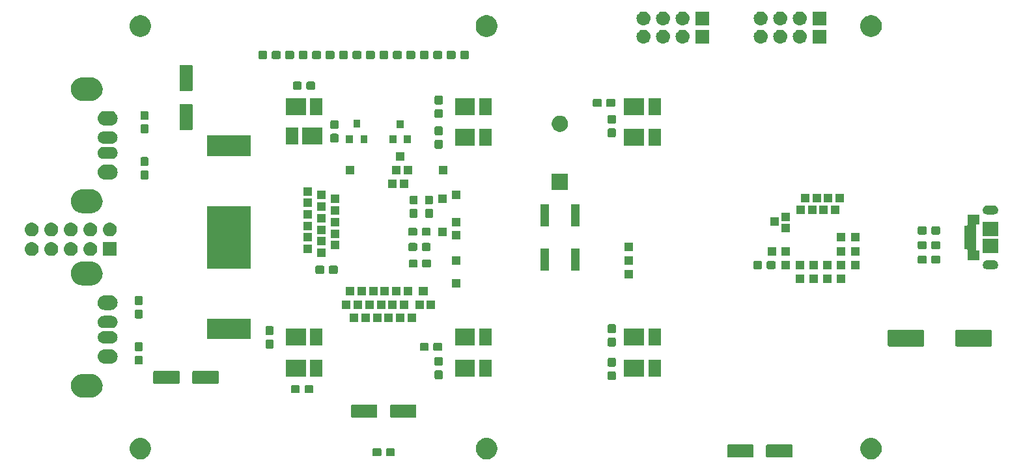
<source format=gbr>
From ad86b136490b231d14891c9fe936ac38ea940553 Mon Sep 17 00:00:00 2001
From: jaseg <git@jaseg.net>
Date: Tue, 27 Nov 2018 11:37:35 +0900
Subject: pcb: Add project info to silk and do gerber export

---
 pcb/gerber/securehid-B.Mask.gbr | 6661 +++++++++++++++++++++++++++++++++++++++
 1 file changed, 6661 insertions(+)
 create mode 100644 pcb/gerber/securehid-B.Mask.gbr

(limited to 'pcb/gerber/securehid-B.Mask.gbr')

diff --git a/pcb/gerber/securehid-B.Mask.gbr b/pcb/gerber/securehid-B.Mask.gbr
new file mode 100644
index 0000000..0bae6fa
--- /dev/null
+++ b/pcb/gerber/securehid-B.Mask.gbr
@@ -0,0 +1,6661 @@
+G04 #@! TF.GenerationSoftware,KiCad,Pcbnew,(5.0.1)*
+G04 #@! TF.CreationDate,2018-11-27T11:36:47+09:00*
+G04 #@! TF.ProjectId,securehid,7365637572656869642E6B696361645F,rev?*
+G04 #@! TF.SameCoordinates,Original*
+G04 #@! TF.FileFunction,Soldermask,Bot*
+G04 #@! TF.FilePolarity,Negative*
+%FSLAX46Y46*%
+G04 Gerber Fmt 4.6, Leading zero omitted, Abs format (unit mm)*
+G04 Created by KiCad (PCBNEW (5.0.1)) date Tue Nov 27 11:36:47 2018*
+%MOMM*%
+%LPD*%
+G01*
+G04 APERTURE LIST*
+%ADD10C,0.100000*%
+G04 APERTURE END LIST*
+D10*
+G36*
+X51788433Y-107124893D02*
+X51878657Y-107142839D01*
+X51984267Y-107186585D01*
+X52133621Y-107248449D01*
+X52363089Y-107401774D01*
+X52558226Y-107596911D01*
+X52711551Y-107826379D01*
+X52762342Y-107949000D01*
+X52811299Y-108067190D01*
+X52817161Y-108081344D01*
+X52871000Y-108352012D01*
+X52871000Y-108627988D01*
+X52817161Y-108898656D01*
+X52711551Y-109153621D01*
+X52558226Y-109383089D01*
+X52363089Y-109578226D01*
+X52133621Y-109731551D01*
+X51984267Y-109793415D01*
+X51878657Y-109837161D01*
+X51788433Y-109855107D01*
+X51607988Y-109891000D01*
+X51332012Y-109891000D01*
+X51151567Y-109855107D01*
+X51061343Y-109837161D01*
+X50955733Y-109793415D01*
+X50806379Y-109731551D01*
+X50576911Y-109578226D01*
+X50381774Y-109383089D01*
+X50228449Y-109153621D01*
+X50122839Y-108898656D01*
+X50069000Y-108627988D01*
+X50069000Y-108352012D01*
+X50122839Y-108081344D01*
+X50128702Y-108067190D01*
+X50177658Y-107949000D01*
+X50228449Y-107826379D01*
+X50381774Y-107596911D01*
+X50576911Y-107401774D01*
+X50806379Y-107248449D01*
+X50955733Y-107186585D01*
+X51061343Y-107142839D01*
+X51151567Y-107124893D01*
+X51332012Y-107089000D01*
+X51607988Y-107089000D01*
+X51788433Y-107124893D01*
+X51788433Y-107124893D01*
+G37*
+G36*
+X96798433Y-107124893D02*
+X96888657Y-107142839D01*
+X96994267Y-107186585D01*
+X97143621Y-107248449D01*
+X97373089Y-107401774D01*
+X97568226Y-107596911D01*
+X97721551Y-107826379D01*
+X97772342Y-107949000D01*
+X97821299Y-108067190D01*
+X97827161Y-108081344D01*
+X97881000Y-108352012D01*
+X97881000Y-108627988D01*
+X97827161Y-108898656D01*
+X97721551Y-109153621D01*
+X97568226Y-109383089D01*
+X97373089Y-109578226D01*
+X97143621Y-109731551D01*
+X96994267Y-109793415D01*
+X96888657Y-109837161D01*
+X96798433Y-109855107D01*
+X96617988Y-109891000D01*
+X96342012Y-109891000D01*
+X96161567Y-109855107D01*
+X96071343Y-109837161D01*
+X95965733Y-109793415D01*
+X95816379Y-109731551D01*
+X95586911Y-109578226D01*
+X95391774Y-109383089D01*
+X95238449Y-109153621D01*
+X95132839Y-108898656D01*
+X95079000Y-108627988D01*
+X95079000Y-108352012D01*
+X95132839Y-108081344D01*
+X95138702Y-108067190D01*
+X95187658Y-107949000D01*
+X95238449Y-107826379D01*
+X95391774Y-107596911D01*
+X95586911Y-107401774D01*
+X95816379Y-107248449D01*
+X95965733Y-107186585D01*
+X96071343Y-107142839D01*
+X96161567Y-107124893D01*
+X96342012Y-107089000D01*
+X96617988Y-107089000D01*
+X96798433Y-107124893D01*
+X96798433Y-107124893D01*
+G37*
+G36*
+X146788433Y-107124893D02*
+X146878657Y-107142839D01*
+X146984267Y-107186585D01*
+X147133621Y-107248449D01*
+X147363089Y-107401774D01*
+X147558226Y-107596911D01*
+X147711551Y-107826379D01*
+X147762342Y-107949000D01*
+X147811299Y-108067190D01*
+X147817161Y-108081344D01*
+X147871000Y-108352012D01*
+X147871000Y-108627988D01*
+X147817161Y-108898656D01*
+X147711551Y-109153621D01*
+X147558226Y-109383089D01*
+X147363089Y-109578226D01*
+X147133621Y-109731551D01*
+X146984267Y-109793415D01*
+X146878657Y-109837161D01*
+X146788433Y-109855107D01*
+X146607988Y-109891000D01*
+X146332012Y-109891000D01*
+X146151567Y-109855107D01*
+X146061343Y-109837161D01*
+X145955733Y-109793415D01*
+X145806379Y-109731551D01*
+X145576911Y-109578226D01*
+X145381774Y-109383089D01*
+X145228449Y-109153621D01*
+X145122839Y-108898656D01*
+X145069000Y-108627988D01*
+X145069000Y-108352012D01*
+X145122839Y-108081344D01*
+X145128702Y-108067190D01*
+X145177658Y-107949000D01*
+X145228449Y-107826379D01*
+X145381774Y-107596911D01*
+X145576911Y-107401774D01*
+X145806379Y-107248449D01*
+X145955733Y-107186585D01*
+X146061343Y-107142839D01*
+X146151567Y-107124893D01*
+X146332012Y-107089000D01*
+X146607988Y-107089000D01*
+X146788433Y-107124893D01*
+X146788433Y-107124893D01*
+G37*
+G36*
+X131030996Y-107953051D02*
+X131064653Y-107963261D01*
+X131095667Y-107979838D01*
+X131122852Y-108002148D01*
+X131145162Y-108029333D01*
+X131161739Y-108060347D01*
+X131171949Y-108094004D01*
+X131176000Y-108135138D01*
+X131176000Y-109464862D01*
+X131171949Y-109505996D01*
+X131161739Y-109539653D01*
+X131145162Y-109570667D01*
+X131122852Y-109597852D01*
+X131095667Y-109620162D01*
+X131064653Y-109636739D01*
+X131030996Y-109646949D01*
+X130989862Y-109651000D01*
+X127935138Y-109651000D01*
+X127894004Y-109646949D01*
+X127860347Y-109636739D01*
+X127829333Y-109620162D01*
+X127802148Y-109597852D01*
+X127779838Y-109570667D01*
+X127763261Y-109539653D01*
+X127753051Y-109505996D01*
+X127749000Y-109464862D01*
+X127749000Y-108135138D01*
+X127753051Y-108094004D01*
+X127763261Y-108060347D01*
+X127779838Y-108029333D01*
+X127802148Y-108002148D01*
+X127829333Y-107979838D01*
+X127860347Y-107963261D01*
+X127894004Y-107953051D01*
+X127935138Y-107949000D01*
+X130989862Y-107949000D01*
+X131030996Y-107953051D01*
+X131030996Y-107953051D01*
+G37*
+G36*
+X136105996Y-107953051D02*
+X136139653Y-107963261D01*
+X136170667Y-107979838D01*
+X136197852Y-108002148D01*
+X136220162Y-108029333D01*
+X136236739Y-108060347D01*
+X136246949Y-108094004D01*
+X136251000Y-108135138D01*
+X136251000Y-109464862D01*
+X136246949Y-109505996D01*
+X136236739Y-109539653D01*
+X136220162Y-109570667D01*
+X136197852Y-109597852D01*
+X136170667Y-109620162D01*
+X136139653Y-109636739D01*
+X136105996Y-109646949D01*
+X136064862Y-109651000D01*
+X133010138Y-109651000D01*
+X132969004Y-109646949D01*
+X132935347Y-109636739D01*
+X132904333Y-109620162D01*
+X132877148Y-109597852D01*
+X132854838Y-109570667D01*
+X132838261Y-109539653D01*
+X132828051Y-109505996D01*
+X132824000Y-109464862D01*
+X132824000Y-108135138D01*
+X132828051Y-108094004D01*
+X132838261Y-108060347D01*
+X132854838Y-108029333D01*
+X132877148Y-108002148D01*
+X132904333Y-107979838D01*
+X132935347Y-107963261D01*
+X132969004Y-107953051D01*
+X133010138Y-107949000D01*
+X136064862Y-107949000D01*
+X136105996Y-107953051D01*
+X136105996Y-107953051D01*
+G37*
+G36*
+X84389499Y-108428445D02*
+X84426993Y-108439819D01*
+X84461557Y-108458294D01*
+X84491847Y-108483153D01*
+X84516706Y-108513443D01*
+X84535181Y-108548007D01*
+X84546555Y-108585501D01*
+X84551000Y-108630638D01*
+X84551000Y-109269362D01*
+X84546555Y-109314499D01*
+X84535181Y-109351993D01*
+X84516706Y-109386557D01*
+X84491847Y-109416847D01*
+X84461557Y-109441706D01*
+X84426993Y-109460181D01*
+X84389499Y-109471555D01*
+X84344362Y-109476000D01*
+X83605638Y-109476000D01*
+X83560501Y-109471555D01*
+X83523007Y-109460181D01*
+X83488443Y-109441706D01*
+X83458153Y-109416847D01*
+X83433294Y-109386557D01*
+X83414819Y-109351993D01*
+X83403445Y-109314499D01*
+X83399000Y-109269362D01*
+X83399000Y-108630638D01*
+X83403445Y-108585501D01*
+X83414819Y-108548007D01*
+X83433294Y-108513443D01*
+X83458153Y-108483153D01*
+X83488443Y-108458294D01*
+X83523007Y-108439819D01*
+X83560501Y-108428445D01*
+X83605638Y-108424000D01*
+X84344362Y-108424000D01*
+X84389499Y-108428445D01*
+X84389499Y-108428445D01*
+G37*
+G36*
+X82639499Y-108428445D02*
+X82676993Y-108439819D01*
+X82711557Y-108458294D01*
+X82741847Y-108483153D01*
+X82766706Y-108513443D01*
+X82785181Y-108548007D01*
+X82796555Y-108585501D01*
+X82801000Y-108630638D01*
+X82801000Y-109269362D01*
+X82796555Y-109314499D01*
+X82785181Y-109351993D01*
+X82766706Y-109386557D01*
+X82741847Y-109416847D01*
+X82711557Y-109441706D01*
+X82676993Y-109460181D01*
+X82639499Y-109471555D01*
+X82594362Y-109476000D01*
+X81855638Y-109476000D01*
+X81810501Y-109471555D01*
+X81773007Y-109460181D01*
+X81738443Y-109441706D01*
+X81708153Y-109416847D01*
+X81683294Y-109386557D01*
+X81664819Y-109351993D01*
+X81653445Y-109314499D01*
+X81649000Y-109269362D01*
+X81649000Y-108630638D01*
+X81653445Y-108585501D01*
+X81664819Y-108548007D01*
+X81683294Y-108513443D01*
+X81708153Y-108483153D01*
+X81738443Y-108458294D01*
+X81773007Y-108439819D01*
+X81810501Y-108428445D01*
+X81855638Y-108424000D01*
+X82594362Y-108424000D01*
+X82639499Y-108428445D01*
+X82639499Y-108428445D01*
+G37*
+G36*
+X87205996Y-102753051D02*
+X87239653Y-102763261D01*
+X87270667Y-102779838D01*
+X87297852Y-102802148D01*
+X87320162Y-102829333D01*
+X87336739Y-102860347D01*
+X87346949Y-102894004D01*
+X87351000Y-102935138D01*
+X87351000Y-104264862D01*
+X87346949Y-104305996D01*
+X87336739Y-104339653D01*
+X87320162Y-104370667D01*
+X87297852Y-104397852D01*
+X87270667Y-104420162D01*
+X87239653Y-104436739D01*
+X87205996Y-104446949D01*
+X87164862Y-104451000D01*
+X84110138Y-104451000D01*
+X84069004Y-104446949D01*
+X84035347Y-104436739D01*
+X84004333Y-104420162D01*
+X83977148Y-104397852D01*
+X83954838Y-104370667D01*
+X83938261Y-104339653D01*
+X83928051Y-104305996D01*
+X83924000Y-104264862D01*
+X83924000Y-102935138D01*
+X83928051Y-102894004D01*
+X83938261Y-102860347D01*
+X83954838Y-102829333D01*
+X83977148Y-102802148D01*
+X84004333Y-102779838D01*
+X84035347Y-102763261D01*
+X84069004Y-102753051D01*
+X84110138Y-102749000D01*
+X87164862Y-102749000D01*
+X87205996Y-102753051D01*
+X87205996Y-102753051D01*
+G37*
+G36*
+X82130996Y-102753051D02*
+X82164653Y-102763261D01*
+X82195667Y-102779838D01*
+X82222852Y-102802148D01*
+X82245162Y-102829333D01*
+X82261739Y-102860347D01*
+X82271949Y-102894004D01*
+X82276000Y-102935138D01*
+X82276000Y-104264862D01*
+X82271949Y-104305996D01*
+X82261739Y-104339653D01*
+X82245162Y-104370667D01*
+X82222852Y-104397852D01*
+X82195667Y-104420162D01*
+X82164653Y-104436739D01*
+X82130996Y-104446949D01*
+X82089862Y-104451000D01*
+X79035138Y-104451000D01*
+X78994004Y-104446949D01*
+X78960347Y-104436739D01*
+X78929333Y-104420162D01*
+X78902148Y-104397852D01*
+X78879838Y-104370667D01*
+X78863261Y-104339653D01*
+X78853051Y-104305996D01*
+X78849000Y-104264862D01*
+X78849000Y-102935138D01*
+X78853051Y-102894004D01*
+X78863261Y-102860347D01*
+X78879838Y-102829333D01*
+X78902148Y-102802148D01*
+X78929333Y-102779838D01*
+X78960347Y-102763261D01*
+X78994004Y-102753051D01*
+X79035138Y-102749000D01*
+X82089862Y-102749000D01*
+X82130996Y-102753051D01*
+X82130996Y-102753051D01*
+G37*
+G36*
+X45152143Y-98756481D02*
+X45304049Y-98771442D01*
+X45498959Y-98830567D01*
+X45596415Y-98860130D01*
+X45694690Y-98912660D01*
+X45865858Y-99004151D01*
+X46102029Y-99197971D01*
+X46295849Y-99434142D01*
+X46353343Y-99541706D01*
+X46439870Y-99703585D01*
+X46439870Y-99703586D01*
+X46528558Y-99995951D01*
+X46558504Y-100300000D01*
+X46528558Y-100604049D01*
+X46469433Y-100798959D01*
+X46439870Y-100896415D01*
+X46387340Y-100994690D01*
+X46295849Y-101165858D01*
+X46102029Y-101402029D01*
+X45865858Y-101595849D01*
+X45694690Y-101687340D01*
+X45596415Y-101739870D01*
+X45498959Y-101769433D01*
+X45304049Y-101828558D01*
+X45152143Y-101843519D01*
+X45076191Y-101851000D01*
+X43923809Y-101851000D01*
+X43847857Y-101843519D01*
+X43695951Y-101828558D01*
+X43501041Y-101769433D01*
+X43403585Y-101739870D01*
+X43305310Y-101687340D01*
+X43134142Y-101595849D01*
+X42897971Y-101402029D01*
+X42704151Y-101165858D01*
+X42612660Y-100994690D01*
+X42560130Y-100896415D01*
+X42530567Y-100798959D01*
+X42471442Y-100604049D01*
+X42441496Y-100300000D01*
+X42471442Y-99995951D01*
+X42560130Y-99703586D01*
+X42560130Y-99703585D01*
+X42646657Y-99541706D01*
+X42704151Y-99434142D01*
+X42897971Y-99197971D01*
+X43134142Y-99004151D01*
+X43305310Y-98912660D01*
+X43403585Y-98860130D01*
+X43501041Y-98830567D01*
+X43695951Y-98771442D01*
+X43847857Y-98756481D01*
+X43923809Y-98749000D01*
+X45076191Y-98749000D01*
+X45152143Y-98756481D01*
+X45152143Y-98756481D01*
+G37*
+G36*
+X72039499Y-100228445D02*
+X72076993Y-100239819D01*
+X72111557Y-100258294D01*
+X72141847Y-100283153D01*
+X72166706Y-100313443D01*
+X72185181Y-100348007D01*
+X72196555Y-100385501D01*
+X72201000Y-100430638D01*
+X72201000Y-101069362D01*
+X72196555Y-101114499D01*
+X72185181Y-101151993D01*
+X72166706Y-101186557D01*
+X72141847Y-101216847D01*
+X72111557Y-101241706D01*
+X72076993Y-101260181D01*
+X72039499Y-101271555D01*
+X71994362Y-101276000D01*
+X71255638Y-101276000D01*
+X71210501Y-101271555D01*
+X71173007Y-101260181D01*
+X71138443Y-101241706D01*
+X71108153Y-101216847D01*
+X71083294Y-101186557D01*
+X71064819Y-101151993D01*
+X71053445Y-101114499D01*
+X71049000Y-101069362D01*
+X71049000Y-100430638D01*
+X71053445Y-100385501D01*
+X71064819Y-100348007D01*
+X71083294Y-100313443D01*
+X71108153Y-100283153D01*
+X71138443Y-100258294D01*
+X71173007Y-100239819D01*
+X71210501Y-100228445D01*
+X71255638Y-100224000D01*
+X71994362Y-100224000D01*
+X72039499Y-100228445D01*
+X72039499Y-100228445D01*
+G37*
+G36*
+X73789499Y-100228445D02*
+X73826993Y-100239819D01*
+X73861557Y-100258294D01*
+X73891847Y-100283153D01*
+X73916706Y-100313443D01*
+X73935181Y-100348007D01*
+X73946555Y-100385501D01*
+X73951000Y-100430638D01*
+X73951000Y-101069362D01*
+X73946555Y-101114499D01*
+X73935181Y-101151993D01*
+X73916706Y-101186557D01*
+X73891847Y-101216847D01*
+X73861557Y-101241706D01*
+X73826993Y-101260181D01*
+X73789499Y-101271555D01*
+X73744362Y-101276000D01*
+X73005638Y-101276000D01*
+X72960501Y-101271555D01*
+X72923007Y-101260181D01*
+X72888443Y-101241706D01*
+X72858153Y-101216847D01*
+X72833294Y-101186557D01*
+X72814819Y-101151993D01*
+X72803445Y-101114499D01*
+X72799000Y-101069362D01*
+X72799000Y-100430638D01*
+X72803445Y-100385501D01*
+X72814819Y-100348007D01*
+X72833294Y-100313443D01*
+X72858153Y-100283153D01*
+X72888443Y-100258294D01*
+X72923007Y-100239819D01*
+X72960501Y-100228445D01*
+X73005638Y-100224000D01*
+X73744362Y-100224000D01*
+X73789499Y-100228445D01*
+X73789499Y-100228445D01*
+G37*
+G36*
+X61505996Y-98353051D02*
+X61539653Y-98363261D01*
+X61570667Y-98379838D01*
+X61597852Y-98402148D01*
+X61620162Y-98429333D01*
+X61636739Y-98460347D01*
+X61646949Y-98494004D01*
+X61651000Y-98535138D01*
+X61651000Y-99864862D01*
+X61646949Y-99905996D01*
+X61636739Y-99939653D01*
+X61620162Y-99970667D01*
+X61597852Y-99997852D01*
+X61570667Y-100020162D01*
+X61539653Y-100036739D01*
+X61505996Y-100046949D01*
+X61464862Y-100051000D01*
+X58410138Y-100051000D01*
+X58369004Y-100046949D01*
+X58335347Y-100036739D01*
+X58304333Y-100020162D01*
+X58277148Y-99997852D01*
+X58254838Y-99970667D01*
+X58238261Y-99939653D01*
+X58228051Y-99905996D01*
+X58224000Y-99864862D01*
+X58224000Y-98535138D01*
+X58228051Y-98494004D01*
+X58238261Y-98460347D01*
+X58254838Y-98429333D01*
+X58277148Y-98402148D01*
+X58304333Y-98379838D01*
+X58335347Y-98363261D01*
+X58369004Y-98353051D01*
+X58410138Y-98349000D01*
+X61464862Y-98349000D01*
+X61505996Y-98353051D01*
+X61505996Y-98353051D01*
+G37*
+G36*
+X56430996Y-98353051D02*
+X56464653Y-98363261D01*
+X56495667Y-98379838D01*
+X56522852Y-98402148D01*
+X56545162Y-98429333D01*
+X56561739Y-98460347D01*
+X56571949Y-98494004D01*
+X56576000Y-98535138D01*
+X56576000Y-99864862D01*
+X56571949Y-99905996D01*
+X56561739Y-99939653D01*
+X56545162Y-99970667D01*
+X56522852Y-99997852D01*
+X56495667Y-100020162D01*
+X56464653Y-100036739D01*
+X56430996Y-100046949D01*
+X56389862Y-100051000D01*
+X53335138Y-100051000D01*
+X53294004Y-100046949D01*
+X53260347Y-100036739D01*
+X53229333Y-100020162D01*
+X53202148Y-99997852D01*
+X53179838Y-99970667D01*
+X53163261Y-99939653D01*
+X53153051Y-99905996D01*
+X53149000Y-99864862D01*
+X53149000Y-98535138D01*
+X53153051Y-98494004D01*
+X53163261Y-98460347D01*
+X53179838Y-98429333D01*
+X53202148Y-98402148D01*
+X53229333Y-98379838D01*
+X53260347Y-98363261D01*
+X53294004Y-98353051D01*
+X53335138Y-98349000D01*
+X56389862Y-98349000D01*
+X56430996Y-98353051D01*
+X56430996Y-98353051D01*
+G37*
+G36*
+X113114499Y-98428445D02*
+X113151993Y-98439819D01*
+X113186557Y-98458294D01*
+X113216847Y-98483153D01*
+X113241706Y-98513443D01*
+X113260181Y-98548007D01*
+X113271555Y-98585501D01*
+X113276000Y-98630638D01*
+X113276000Y-99369362D01*
+X113271555Y-99414499D01*
+X113260181Y-99451993D01*
+X113241706Y-99486557D01*
+X113216847Y-99516847D01*
+X113186557Y-99541706D01*
+X113151993Y-99560181D01*
+X113114499Y-99571555D01*
+X113069362Y-99576000D01*
+X112430638Y-99576000D01*
+X112385501Y-99571555D01*
+X112348007Y-99560181D01*
+X112313443Y-99541706D01*
+X112283153Y-99516847D01*
+X112258294Y-99486557D01*
+X112239819Y-99451993D01*
+X112228445Y-99414499D01*
+X112224000Y-99369362D01*
+X112224000Y-98630638D01*
+X112228445Y-98585501D01*
+X112239819Y-98548007D01*
+X112258294Y-98513443D01*
+X112283153Y-98483153D01*
+X112313443Y-98458294D01*
+X112348007Y-98439819D01*
+X112385501Y-98428445D01*
+X112430638Y-98424000D01*
+X113069362Y-98424000D01*
+X113114499Y-98428445D01*
+X113114499Y-98428445D01*
+G37*
+G36*
+X90614499Y-98303445D02*
+X90651993Y-98314819D01*
+X90686557Y-98333294D01*
+X90716847Y-98358153D01*
+X90741706Y-98388443D01*
+X90760181Y-98423007D01*
+X90771555Y-98460501D01*
+X90776000Y-98505638D01*
+X90776000Y-99244362D01*
+X90771555Y-99289499D01*
+X90760181Y-99326993D01*
+X90741706Y-99361557D01*
+X90716847Y-99391847D01*
+X90686557Y-99416706D01*
+X90651993Y-99435181D01*
+X90614499Y-99446555D01*
+X90569362Y-99451000D01*
+X89930638Y-99451000D01*
+X89885501Y-99446555D01*
+X89848007Y-99435181D01*
+X89813443Y-99416706D01*
+X89783153Y-99391847D01*
+X89758294Y-99361557D01*
+X89739819Y-99326993D01*
+X89728445Y-99289499D01*
+X89724000Y-99244362D01*
+X89724000Y-98505638D01*
+X89728445Y-98460501D01*
+X89739819Y-98423007D01*
+X89758294Y-98388443D01*
+X89783153Y-98358153D01*
+X89813443Y-98333294D01*
+X89848007Y-98314819D01*
+X89885501Y-98303445D01*
+X89930638Y-98299000D01*
+X90569362Y-98299000D01*
+X90614499Y-98303445D01*
+X90614499Y-98303445D01*
+G37*
+G36*
+X72971000Y-99101000D02*
+X70369000Y-99101000D01*
+X70369000Y-96899000D01*
+X72971000Y-96899000D01*
+X72971000Y-99101000D01*
+X72971000Y-99101000D01*
+G37*
+G36*
+X119131000Y-99101000D02*
+X117529000Y-99101000D01*
+X117529000Y-96899000D01*
+X119131000Y-96899000D01*
+X119131000Y-99101000D01*
+X119131000Y-99101000D01*
+G37*
+G36*
+X75131000Y-99101000D02*
+X73529000Y-99101000D01*
+X73529000Y-96899000D01*
+X75131000Y-96899000D01*
+X75131000Y-99101000D01*
+X75131000Y-99101000D01*
+G37*
+G36*
+X94971000Y-99101000D02*
+X92369000Y-99101000D01*
+X92369000Y-96899000D01*
+X94971000Y-96899000D01*
+X94971000Y-99101000D01*
+X94971000Y-99101000D01*
+G37*
+G36*
+X97131000Y-99101000D02*
+X95529000Y-99101000D01*
+X95529000Y-96899000D01*
+X97131000Y-96899000D01*
+X97131000Y-99101000D01*
+X97131000Y-99101000D01*
+G37*
+G36*
+X116971000Y-99101000D02*
+X114369000Y-99101000D01*
+X114369000Y-96899000D01*
+X116971000Y-96899000D01*
+X116971000Y-99101000D01*
+X116971000Y-99101000D01*
+G37*
+G36*
+X113114499Y-96678445D02*
+X113151993Y-96689819D01*
+X113186557Y-96708294D01*
+X113216847Y-96733153D01*
+X113241706Y-96763443D01*
+X113260181Y-96798007D01*
+X113271555Y-96835501D01*
+X113276000Y-96880638D01*
+X113276000Y-97619362D01*
+X113271555Y-97664499D01*
+X113260181Y-97701993D01*
+X113241706Y-97736557D01*
+X113216847Y-97766847D01*
+X113186557Y-97791706D01*
+X113151993Y-97810181D01*
+X113114499Y-97821555D01*
+X113069362Y-97826000D01*
+X112430638Y-97826000D01*
+X112385501Y-97821555D01*
+X112348007Y-97810181D01*
+X112313443Y-97791706D01*
+X112283153Y-97766847D01*
+X112258294Y-97736557D01*
+X112239819Y-97701993D01*
+X112228445Y-97664499D01*
+X112224000Y-97619362D01*
+X112224000Y-96880638D01*
+X112228445Y-96835501D01*
+X112239819Y-96798007D01*
+X112258294Y-96763443D01*
+X112283153Y-96733153D01*
+X112313443Y-96708294D01*
+X112348007Y-96689819D01*
+X112385501Y-96678445D01*
+X112430638Y-96674000D01*
+X113069362Y-96674000D01*
+X113114499Y-96678445D01*
+X113114499Y-96678445D01*
+G37*
+G36*
+X90614499Y-96553445D02*
+X90651993Y-96564819D01*
+X90686557Y-96583294D01*
+X90716847Y-96608153D01*
+X90741706Y-96638443D01*
+X90760181Y-96673007D01*
+X90771555Y-96710501D01*
+X90776000Y-96755638D01*
+X90776000Y-97494362D01*
+X90771555Y-97539499D01*
+X90760181Y-97576993D01*
+X90741706Y-97611557D01*
+X90716847Y-97641847D01*
+X90686557Y-97666706D01*
+X90651993Y-97685181D01*
+X90614499Y-97696555D01*
+X90569362Y-97701000D01*
+X89930638Y-97701000D01*
+X89885501Y-97696555D01*
+X89848007Y-97685181D01*
+X89813443Y-97666706D01*
+X89783153Y-97641847D01*
+X89758294Y-97611557D01*
+X89739819Y-97576993D01*
+X89728445Y-97539499D01*
+X89724000Y-97494362D01*
+X89724000Y-96755638D01*
+X89728445Y-96710501D01*
+X89739819Y-96673007D01*
+X89758294Y-96638443D01*
+X89783153Y-96608153D01*
+X89813443Y-96583294D01*
+X89848007Y-96564819D01*
+X89885501Y-96553445D01*
+X89930638Y-96549000D01*
+X90569362Y-96549000D01*
+X90614499Y-96553445D01*
+X90614499Y-96553445D01*
+G37*
+G36*
+X51614499Y-96403445D02*
+X51651993Y-96414819D01*
+X51686557Y-96433294D01*
+X51716847Y-96458153D01*
+X51741706Y-96488443D01*
+X51760181Y-96523007D01*
+X51771555Y-96560501D01*
+X51776000Y-96605638D01*
+X51776000Y-97344362D01*
+X51771555Y-97389499D01*
+X51760181Y-97426993D01*
+X51741706Y-97461557D01*
+X51716847Y-97491847D01*
+X51686557Y-97516706D01*
+X51651993Y-97535181D01*
+X51614499Y-97546555D01*
+X51569362Y-97551000D01*
+X50930638Y-97551000D01*
+X50885501Y-97546555D01*
+X50848007Y-97535181D01*
+X50813443Y-97516706D01*
+X50783153Y-97491847D01*
+X50758294Y-97461557D01*
+X50739819Y-97426993D01*
+X50728445Y-97389499D01*
+X50724000Y-97344362D01*
+X50724000Y-96605638D01*
+X50728445Y-96560501D01*
+X50739819Y-96523007D01*
+X50758294Y-96488443D01*
+X50783153Y-96458153D01*
+X50813443Y-96433294D01*
+X50848007Y-96414819D01*
+X50885501Y-96403445D01*
+X50930638Y-96399000D01*
+X51569362Y-96399000D01*
+X51614499Y-96403445D01*
+X51614499Y-96403445D01*
+G37*
+G36*
+X47746425Y-95562760D02*
+X47746428Y-95562761D01*
+X47746429Y-95562761D01*
+X47925693Y-95617140D01*
+X47925695Y-95617141D01*
+X48090905Y-95705448D01*
+X48235712Y-95824288D01*
+X48354552Y-95969095D01*
+X48442859Y-96134305D01*
+X48497240Y-96313575D01*
+X48515601Y-96500000D01*
+X48497240Y-96686425D01*
+X48497239Y-96686428D01*
+X48497239Y-96686429D01*
+X48452019Y-96835501D01*
+X48442859Y-96865695D01*
+X48354552Y-97030905D01*
+X48235712Y-97175712D01*
+X48090905Y-97294552D01*
+X48090903Y-97294553D01*
+X47925693Y-97382860D01*
+X47746429Y-97437239D01*
+X47746428Y-97437239D01*
+X47746425Y-97437240D01*
+X47606718Y-97451000D01*
+X46813282Y-97451000D01*
+X46673575Y-97437240D01*
+X46673572Y-97437239D01*
+X46673571Y-97437239D01*
+X46494307Y-97382860D01*
+X46329097Y-97294553D01*
+X46329095Y-97294552D01*
+X46184288Y-97175712D01*
+X46065448Y-97030905D01*
+X45977141Y-96865695D01*
+X45967982Y-96835501D01*
+X45922761Y-96686429D01*
+X45922761Y-96686428D01*
+X45922760Y-96686425D01*
+X45904399Y-96500000D01*
+X45922760Y-96313575D01*
+X45977141Y-96134305D01*
+X46065448Y-95969095D01*
+X46184288Y-95824288D01*
+X46329095Y-95705448D01*
+X46494305Y-95617141D01*
+X46494307Y-95617140D01*
+X46673571Y-95562761D01*
+X46673572Y-95562761D01*
+X46673575Y-95562760D01*
+X46813282Y-95549000D01*
+X47606718Y-95549000D01*
+X47746425Y-95562760D01*
+X47746425Y-95562760D01*
+G37*
+G36*
+X51614499Y-94653445D02*
+X51651993Y-94664819D01*
+X51686557Y-94683294D01*
+X51716847Y-94708153D01*
+X51741706Y-94738443D01*
+X51760181Y-94773007D01*
+X51771555Y-94810501D01*
+X51776000Y-94855638D01*
+X51776000Y-95594362D01*
+X51771555Y-95639499D01*
+X51760181Y-95676993D01*
+X51741706Y-95711557D01*
+X51716847Y-95741847D01*
+X51686557Y-95766706D01*
+X51651993Y-95785181D01*
+X51614499Y-95796555D01*
+X51569362Y-95801000D01*
+X50930638Y-95801000D01*
+X50885501Y-95796555D01*
+X50848007Y-95785181D01*
+X50813443Y-95766706D01*
+X50783153Y-95741847D01*
+X50758294Y-95711557D01*
+X50739819Y-95676993D01*
+X50728445Y-95639499D01*
+X50724000Y-95594362D01*
+X50724000Y-94855638D01*
+X50728445Y-94810501D01*
+X50739819Y-94773007D01*
+X50758294Y-94738443D01*
+X50783153Y-94708153D01*
+X50813443Y-94683294D01*
+X50848007Y-94664819D01*
+X50885501Y-94653445D01*
+X50930638Y-94649000D01*
+X51569362Y-94649000D01*
+X51614499Y-94653445D01*
+X51614499Y-94653445D01*
+G37*
+G36*
+X90539499Y-94728445D02*
+X90576993Y-94739819D01*
+X90611557Y-94758294D01*
+X90641847Y-94783153D01*
+X90666706Y-94813443D01*
+X90685181Y-94848007D01*
+X90696555Y-94885501D01*
+X90701000Y-94930638D01*
+X90701000Y-95569362D01*
+X90696555Y-95614499D01*
+X90685181Y-95651993D01*
+X90666706Y-95686557D01*
+X90641847Y-95716847D01*
+X90611557Y-95741706D01*
+X90576993Y-95760181D01*
+X90539499Y-95771555D01*
+X90494362Y-95776000D01*
+X89755638Y-95776000D01*
+X89710501Y-95771555D01*
+X89673007Y-95760181D01*
+X89638443Y-95741706D01*
+X89608153Y-95716847D01*
+X89583294Y-95686557D01*
+X89564819Y-95651993D01*
+X89553445Y-95614499D01*
+X89549000Y-95569362D01*
+X89549000Y-94930638D01*
+X89553445Y-94885501D01*
+X89564819Y-94848007D01*
+X89583294Y-94813443D01*
+X89608153Y-94783153D01*
+X89638443Y-94758294D01*
+X89673007Y-94739819D01*
+X89710501Y-94728445D01*
+X89755638Y-94724000D01*
+X90494362Y-94724000D01*
+X90539499Y-94728445D01*
+X90539499Y-94728445D01*
+G37*
+G36*
+X88789499Y-94728445D02*
+X88826993Y-94739819D01*
+X88861557Y-94758294D01*
+X88891847Y-94783153D01*
+X88916706Y-94813443D01*
+X88935181Y-94848007D01*
+X88946555Y-94885501D01*
+X88951000Y-94930638D01*
+X88951000Y-95569362D01*
+X88946555Y-95614499D01*
+X88935181Y-95651993D01*
+X88916706Y-95686557D01*
+X88891847Y-95716847D01*
+X88861557Y-95741706D01*
+X88826993Y-95760181D01*
+X88789499Y-95771555D01*
+X88744362Y-95776000D01*
+X88005638Y-95776000D01*
+X87960501Y-95771555D01*
+X87923007Y-95760181D01*
+X87888443Y-95741706D01*
+X87858153Y-95716847D01*
+X87833294Y-95686557D01*
+X87814819Y-95651993D01*
+X87803445Y-95614499D01*
+X87799000Y-95569362D01*
+X87799000Y-94930638D01*
+X87803445Y-94885501D01*
+X87814819Y-94848007D01*
+X87833294Y-94813443D01*
+X87858153Y-94783153D01*
+X87888443Y-94758294D01*
+X87923007Y-94739819D01*
+X87960501Y-94728445D01*
+X88005638Y-94724000D01*
+X88744362Y-94724000D01*
+X88789499Y-94728445D01*
+X88789499Y-94728445D01*
+G37*
+G36*
+X68614499Y-94303445D02*
+X68651993Y-94314819D01*
+X68686557Y-94333294D01*
+X68716847Y-94358153D01*
+X68741706Y-94388443D01*
+X68760181Y-94423007D01*
+X68771555Y-94460501D01*
+X68776000Y-94505638D01*
+X68776000Y-95244362D01*
+X68771555Y-95289499D01*
+X68760181Y-95326993D01*
+X68741706Y-95361557D01*
+X68716847Y-95391847D01*
+X68686557Y-95416706D01*
+X68651993Y-95435181D01*
+X68614499Y-95446555D01*
+X68569362Y-95451000D01*
+X67930638Y-95451000D01*
+X67885501Y-95446555D01*
+X67848007Y-95435181D01*
+X67813443Y-95416706D01*
+X67783153Y-95391847D01*
+X67758294Y-95361557D01*
+X67739819Y-95326993D01*
+X67728445Y-95289499D01*
+X67724000Y-95244362D01*
+X67724000Y-94505638D01*
+X67728445Y-94460501D01*
+X67739819Y-94423007D01*
+X67758294Y-94388443D01*
+X67783153Y-94358153D01*
+X67813443Y-94333294D01*
+X67848007Y-94314819D01*
+X67885501Y-94303445D01*
+X67930638Y-94299000D01*
+X68569362Y-94299000D01*
+X68614499Y-94303445D01*
+X68614499Y-94303445D01*
+G37*
+G36*
+X162016535Y-93002800D02*
+X162047740Y-93012266D01*
+X162076487Y-93027631D01*
+X162101687Y-93048313D01*
+X162122369Y-93073513D01*
+X162137734Y-93102260D01*
+X162147200Y-93133465D01*
+X162151000Y-93172045D01*
+X162151000Y-95027955D01*
+X162147200Y-95066535D01*
+X162137734Y-95097740D01*
+X162122369Y-95126487D01*
+X162101687Y-95151687D01*
+X162076487Y-95172369D01*
+X162047740Y-95187734D01*
+X162016535Y-95197200D01*
+X161977955Y-95201000D01*
+X157622045Y-95201000D01*
+X157583465Y-95197200D01*
+X157552260Y-95187734D01*
+X157523513Y-95172369D01*
+X157498313Y-95151687D01*
+X157477631Y-95126487D01*
+X157462266Y-95097740D01*
+X157452800Y-95066535D01*
+X157449000Y-95027955D01*
+X157449000Y-93172045D01*
+X157452800Y-93133465D01*
+X157462266Y-93102260D01*
+X157477631Y-93073513D01*
+X157498313Y-93048313D01*
+X157523513Y-93027631D01*
+X157552260Y-93012266D01*
+X157583465Y-93002800D01*
+X157622045Y-92999000D01*
+X161977955Y-92999000D01*
+X162016535Y-93002800D01*
+X162016535Y-93002800D01*
+G37*
+G36*
+X153216535Y-93002800D02*
+X153247740Y-93012266D01*
+X153276487Y-93027631D01*
+X153301687Y-93048313D01*
+X153322369Y-93073513D01*
+X153337734Y-93102260D01*
+X153347200Y-93133465D01*
+X153351000Y-93172045D01*
+X153351000Y-95027955D01*
+X153347200Y-95066535D01*
+X153337734Y-95097740D01*
+X153322369Y-95126487D01*
+X153301687Y-95151687D01*
+X153276487Y-95172369D01*
+X153247740Y-95187734D01*
+X153216535Y-95197200D01*
+X153177955Y-95201000D01*
+X148822045Y-95201000D01*
+X148783465Y-95197200D01*
+X148752260Y-95187734D01*
+X148723513Y-95172369D01*
+X148698313Y-95151687D01*
+X148677631Y-95126487D01*
+X148662266Y-95097740D01*
+X148652800Y-95066535D01*
+X148649000Y-95027955D01*
+X148649000Y-93172045D01*
+X148652800Y-93133465D01*
+X148662266Y-93102260D01*
+X148677631Y-93073513D01*
+X148698313Y-93048313D01*
+X148723513Y-93027631D01*
+X148752260Y-93012266D01*
+X148783465Y-93002800D01*
+X148822045Y-92999000D01*
+X153177955Y-92999000D01*
+X153216535Y-93002800D01*
+X153216535Y-93002800D01*
+G37*
+G36*
+X113114499Y-94053445D02*
+X113151993Y-94064819D01*
+X113186557Y-94083294D01*
+X113216847Y-94108153D01*
+X113241706Y-94138443D01*
+X113260181Y-94173007D01*
+X113271555Y-94210501D01*
+X113276000Y-94255638D01*
+X113276000Y-94994362D01*
+X113271555Y-95039499D01*
+X113260181Y-95076993D01*
+X113241706Y-95111557D01*
+X113216847Y-95141847D01*
+X113186557Y-95166706D01*
+X113151993Y-95185181D01*
+X113114499Y-95196555D01*
+X113069362Y-95201000D01*
+X112430638Y-95201000D01*
+X112385501Y-95196555D01*
+X112348007Y-95185181D01*
+X112313443Y-95166706D01*
+X112283153Y-95141847D01*
+X112258294Y-95111557D01*
+X112239819Y-95076993D01*
+X112228445Y-95039499D01*
+X112224000Y-94994362D01*
+X112224000Y-94255638D01*
+X112228445Y-94210501D01*
+X112239819Y-94173007D01*
+X112258294Y-94138443D01*
+X112283153Y-94108153D01*
+X112313443Y-94083294D01*
+X112348007Y-94064819D01*
+X112385501Y-94053445D01*
+X112430638Y-94049000D01*
+X113069362Y-94049000D01*
+X113114499Y-94053445D01*
+X113114499Y-94053445D01*
+G37*
+G36*
+X119131000Y-95101000D02*
+X117529000Y-95101000D01*
+X117529000Y-92899000D01*
+X119131000Y-92899000D01*
+X119131000Y-95101000D01*
+X119131000Y-95101000D01*
+G37*
+G36*
+X116971000Y-95101000D02*
+X114369000Y-95101000D01*
+X114369000Y-92899000D01*
+X116971000Y-92899000D01*
+X116971000Y-95101000D01*
+X116971000Y-95101000D01*
+G37*
+G36*
+X75131000Y-95101000D02*
+X73529000Y-95101000D01*
+X73529000Y-92899000D01*
+X75131000Y-92899000D01*
+X75131000Y-95101000D01*
+X75131000Y-95101000D01*
+G37*
+G36*
+X94971000Y-95101000D02*
+X92369000Y-95101000D01*
+X92369000Y-92899000D01*
+X94971000Y-92899000D01*
+X94971000Y-95101000D01*
+X94971000Y-95101000D01*
+G37*
+G36*
+X72971000Y-95101000D02*
+X70369000Y-95101000D01*
+X70369000Y-92899000D01*
+X72971000Y-92899000D01*
+X72971000Y-95101000D01*
+X72971000Y-95101000D01*
+G37*
+G36*
+X97131000Y-95101000D02*
+X95529000Y-95101000D01*
+X95529000Y-92899000D01*
+X97131000Y-92899000D01*
+X97131000Y-95101000D01*
+X97131000Y-95101000D01*
+G37*
+G36*
+X47867025Y-93210590D02*
+X48018012Y-93256392D01*
+X48157165Y-93330770D01*
+X48279133Y-93430867D01*
+X48379230Y-93552835D01*
+X48453608Y-93691988D01*
+X48499410Y-93842975D01*
+X48514875Y-94000000D01*
+X48499410Y-94157025D01*
+X48453608Y-94308012D01*
+X48379230Y-94447165D01*
+X48279133Y-94569133D01*
+X48157165Y-94669230D01*
+X48018012Y-94743608D01*
+X47867025Y-94789410D01*
+X47749346Y-94801000D01*
+X46670654Y-94801000D01*
+X46552975Y-94789410D01*
+X46401988Y-94743608D01*
+X46262835Y-94669230D01*
+X46140867Y-94569133D01*
+X46040770Y-94447165D01*
+X45966392Y-94308012D01*
+X45920590Y-94157025D01*
+X45905125Y-94000000D01*
+X45920590Y-93842975D01*
+X45966392Y-93691988D01*
+X46040770Y-93552835D01*
+X46140867Y-93430867D01*
+X46262835Y-93330770D01*
+X46401988Y-93256392D01*
+X46552975Y-93210590D01*
+X46670654Y-93199000D01*
+X47749346Y-93199000D01*
+X47867025Y-93210590D01*
+X47867025Y-93210590D01*
+G37*
+G36*
+X65831000Y-94256000D02*
+X60169000Y-94256000D01*
+X60169000Y-91554000D01*
+X65831000Y-91554000D01*
+X65831000Y-94256000D01*
+X65831000Y-94256000D01*
+G37*
+G36*
+X68614499Y-92553445D02*
+X68651993Y-92564819D01*
+X68686557Y-92583294D01*
+X68716847Y-92608153D01*
+X68741706Y-92638443D01*
+X68760181Y-92673007D01*
+X68771555Y-92710501D01*
+X68776000Y-92755638D01*
+X68776000Y-93494362D01*
+X68771555Y-93539499D01*
+X68760181Y-93576993D01*
+X68741706Y-93611557D01*
+X68716847Y-93641847D01*
+X68686557Y-93666706D01*
+X68651993Y-93685181D01*
+X68614499Y-93696555D01*
+X68569362Y-93701000D01*
+X67930638Y-93701000D01*
+X67885501Y-93696555D01*
+X67848007Y-93685181D01*
+X67813443Y-93666706D01*
+X67783153Y-93641847D01*
+X67758294Y-93611557D01*
+X67739819Y-93576993D01*
+X67728445Y-93539499D01*
+X67724000Y-93494362D01*
+X67724000Y-92755638D01*
+X67728445Y-92710501D01*
+X67739819Y-92673007D01*
+X67758294Y-92638443D01*
+X67783153Y-92608153D01*
+X67813443Y-92583294D01*
+X67848007Y-92564819D01*
+X67885501Y-92553445D01*
+X67930638Y-92549000D01*
+X68569362Y-92549000D01*
+X68614499Y-92553445D01*
+X68614499Y-92553445D01*
+G37*
+G36*
+X113114499Y-92303445D02*
+X113151993Y-92314819D01*
+X113186557Y-92333294D01*
+X113216847Y-92358153D01*
+X113241706Y-92388443D01*
+X113260181Y-92423007D01*
+X113271555Y-92460501D01*
+X113276000Y-92505638D01*
+X113276000Y-93244362D01*
+X113271555Y-93289499D01*
+X113260181Y-93326993D01*
+X113241706Y-93361557D01*
+X113216847Y-93391847D01*
+X113186557Y-93416706D01*
+X113151993Y-93435181D01*
+X113114499Y-93446555D01*
+X113069362Y-93451000D01*
+X112430638Y-93451000D01*
+X112385501Y-93446555D01*
+X112348007Y-93435181D01*
+X112313443Y-93416706D01*
+X112283153Y-93391847D01*
+X112258294Y-93361557D01*
+X112239819Y-93326993D01*
+X112228445Y-93289499D01*
+X112224000Y-93244362D01*
+X112224000Y-92505638D01*
+X112228445Y-92460501D01*
+X112239819Y-92423007D01*
+X112258294Y-92388443D01*
+X112283153Y-92358153D01*
+X112313443Y-92333294D01*
+X112348007Y-92314819D01*
+X112385501Y-92303445D01*
+X112430638Y-92299000D01*
+X113069362Y-92299000D01*
+X113114499Y-92303445D01*
+X113114499Y-92303445D01*
+G37*
+G36*
+X47867025Y-91210590D02*
+X48018012Y-91256392D01*
+X48157165Y-91330770D01*
+X48279133Y-91430867D01*
+X48379230Y-91552835D01*
+X48453608Y-91691988D01*
+X48499410Y-91842975D01*
+X48514875Y-92000000D01*
+X48499410Y-92157025D01*
+X48453608Y-92308012D01*
+X48379230Y-92447165D01*
+X48279133Y-92569133D01*
+X48157165Y-92669230D01*
+X48018012Y-92743608D01*
+X47867025Y-92789410D01*
+X47749346Y-92801000D01*
+X46670654Y-92801000D01*
+X46552975Y-92789410D01*
+X46401988Y-92743608D01*
+X46262835Y-92669230D01*
+X46140867Y-92569133D01*
+X46040770Y-92447165D01*
+X45966392Y-92308012D01*
+X45920590Y-92157025D01*
+X45905125Y-92000000D01*
+X45920590Y-91842975D01*
+X45966392Y-91691988D01*
+X46040770Y-91552835D01*
+X46140867Y-91430867D01*
+X46262835Y-91330770D01*
+X46401988Y-91256392D01*
+X46552975Y-91210590D01*
+X46670654Y-91199000D01*
+X47749346Y-91199000D01*
+X47867025Y-91210590D01*
+X47867025Y-91210590D01*
+G37*
+G36*
+X82801000Y-92051000D02*
+X81699000Y-92051000D01*
+X81699000Y-90949000D01*
+X82801000Y-90949000D01*
+X82801000Y-92051000D01*
+X82801000Y-92051000D01*
+G37*
+G36*
+X79801000Y-92051000D02*
+X78699000Y-92051000D01*
+X78699000Y-90949000D01*
+X79801000Y-90949000D01*
+X79801000Y-92051000D01*
+X79801000Y-92051000D01*
+G37*
+G36*
+X84301000Y-92051000D02*
+X83199000Y-92051000D01*
+X83199000Y-90949000D01*
+X84301000Y-90949000D01*
+X84301000Y-92051000D01*
+X84301000Y-92051000D01*
+G37*
+G36*
+X81301000Y-92051000D02*
+X80199000Y-92051000D01*
+X80199000Y-90949000D01*
+X81301000Y-90949000D01*
+X81301000Y-92051000D01*
+X81301000Y-92051000D01*
+G37*
+G36*
+X85801000Y-92051000D02*
+X84699000Y-92051000D01*
+X84699000Y-90949000D01*
+X85801000Y-90949000D01*
+X85801000Y-92051000D01*
+X85801000Y-92051000D01*
+G37*
+G36*
+X87301000Y-92051000D02*
+X86199000Y-92051000D01*
+X86199000Y-90949000D01*
+X87301000Y-90949000D01*
+X87301000Y-92051000D01*
+X87301000Y-92051000D01*
+G37*
+G36*
+X51614499Y-90403445D02*
+X51651993Y-90414819D01*
+X51686557Y-90433294D01*
+X51716847Y-90458153D01*
+X51741706Y-90488443D01*
+X51760181Y-90523007D01*
+X51771555Y-90560501D01*
+X51776000Y-90605638D01*
+X51776000Y-91344362D01*
+X51771555Y-91389499D01*
+X51760181Y-91426993D01*
+X51741706Y-91461557D01*
+X51716847Y-91491847D01*
+X51686557Y-91516706D01*
+X51651993Y-91535181D01*
+X51614499Y-91546555D01*
+X51569362Y-91551000D01*
+X50930638Y-91551000D01*
+X50885501Y-91546555D01*
+X50848007Y-91535181D01*
+X50813443Y-91516706D01*
+X50783153Y-91491847D01*
+X50758294Y-91461557D01*
+X50739819Y-91426993D01*
+X50728445Y-91389499D01*
+X50724000Y-91344362D01*
+X50724000Y-90605638D01*
+X50728445Y-90560501D01*
+X50739819Y-90523007D01*
+X50758294Y-90488443D01*
+X50783153Y-90458153D01*
+X50813443Y-90433294D01*
+X50848007Y-90414819D01*
+X50885501Y-90403445D01*
+X50930638Y-90399000D01*
+X51569362Y-90399000D01*
+X51614499Y-90403445D01*
+X51614499Y-90403445D01*
+G37*
+G36*
+X47746425Y-88562760D02*
+X47746428Y-88562761D01*
+X47746429Y-88562761D01*
+X47925693Y-88617140D01*
+X47925695Y-88617141D01*
+X48090905Y-88705448D01*
+X48235712Y-88824288D01*
+X48354552Y-88969095D01*
+X48442859Y-89134305D01*
+X48497240Y-89313575D01*
+X48515601Y-89500000D01*
+X48497240Y-89686425D01*
+X48497239Y-89686428D01*
+X48497239Y-89686429D01*
+X48463833Y-89796555D01*
+X48442859Y-89865695D01*
+X48354552Y-90030905D01*
+X48235712Y-90175712D01*
+X48090905Y-90294552D01*
+X48090903Y-90294553D01*
+X47925693Y-90382860D01*
+X47746429Y-90437239D01*
+X47746428Y-90437239D01*
+X47746425Y-90437240D01*
+X47606718Y-90451000D01*
+X46813282Y-90451000D01*
+X46673575Y-90437240D01*
+X46673572Y-90437239D01*
+X46673571Y-90437239D01*
+X46494307Y-90382860D01*
+X46329097Y-90294553D01*
+X46329095Y-90294552D01*
+X46184288Y-90175712D01*
+X46065448Y-90030905D01*
+X45977141Y-89865695D01*
+X45956168Y-89796555D01*
+X45922761Y-89686429D01*
+X45922761Y-89686428D01*
+X45922760Y-89686425D01*
+X45904399Y-89500000D01*
+X45922760Y-89313575D01*
+X45977141Y-89134305D01*
+X46065448Y-88969095D01*
+X46184288Y-88824288D01*
+X46329095Y-88705448D01*
+X46494305Y-88617141D01*
+X46494307Y-88617140D01*
+X46673571Y-88562761D01*
+X46673572Y-88562761D01*
+X46673575Y-88562760D01*
+X46813282Y-88549000D01*
+X47606718Y-88549000D01*
+X47746425Y-88562760D01*
+X47746425Y-88562760D01*
+G37*
+G36*
+X84801000Y-90301000D02*
+X83699000Y-90301000D01*
+X83699000Y-89199000D01*
+X84801000Y-89199000D01*
+X84801000Y-90301000D01*
+X84801000Y-90301000D01*
+G37*
+G36*
+X89801000Y-90301000D02*
+X88699000Y-90301000D01*
+X88699000Y-89199000D01*
+X89801000Y-89199000D01*
+X89801000Y-90301000D01*
+X89801000Y-90301000D01*
+G37*
+G36*
+X88301000Y-90301000D02*
+X87199000Y-90301000D01*
+X87199000Y-89199000D01*
+X88301000Y-89199000D01*
+X88301000Y-90301000D01*
+X88301000Y-90301000D01*
+G37*
+G36*
+X86301000Y-90301000D02*
+X85199000Y-90301000D01*
+X85199000Y-89199000D01*
+X86301000Y-89199000D01*
+X86301000Y-90301000D01*
+X86301000Y-90301000D01*
+G37*
+G36*
+X83301000Y-90301000D02*
+X82199000Y-90301000D01*
+X82199000Y-89199000D01*
+X83301000Y-89199000D01*
+X83301000Y-90301000D01*
+X83301000Y-90301000D01*
+G37*
+G36*
+X80301000Y-90301000D02*
+X79199000Y-90301000D01*
+X79199000Y-89199000D01*
+X80301000Y-89199000D01*
+X80301000Y-90301000D01*
+X80301000Y-90301000D01*
+G37*
+G36*
+X81801000Y-90301000D02*
+X80699000Y-90301000D01*
+X80699000Y-89199000D01*
+X81801000Y-89199000D01*
+X81801000Y-90301000D01*
+X81801000Y-90301000D01*
+G37*
+G36*
+X78801000Y-90301000D02*
+X77699000Y-90301000D01*
+X77699000Y-89199000D01*
+X78801000Y-89199000D01*
+X78801000Y-90301000D01*
+X78801000Y-90301000D01*
+G37*
+G36*
+X51614499Y-88653445D02*
+X51651993Y-88664819D01*
+X51686557Y-88683294D01*
+X51716847Y-88708153D01*
+X51741706Y-88738443D01*
+X51760181Y-88773007D01*
+X51771555Y-88810501D01*
+X51776000Y-88855638D01*
+X51776000Y-89594362D01*
+X51771555Y-89639499D01*
+X51760181Y-89676993D01*
+X51741706Y-89711557D01*
+X51716847Y-89741847D01*
+X51686557Y-89766706D01*
+X51651993Y-89785181D01*
+X51614499Y-89796555D01*
+X51569362Y-89801000D01*
+X50930638Y-89801000D01*
+X50885501Y-89796555D01*
+X50848007Y-89785181D01*
+X50813443Y-89766706D01*
+X50783153Y-89741847D01*
+X50758294Y-89711557D01*
+X50739819Y-89676993D01*
+X50728445Y-89639499D01*
+X50724000Y-89594362D01*
+X50724000Y-88855638D01*
+X50728445Y-88810501D01*
+X50739819Y-88773007D01*
+X50758294Y-88738443D01*
+X50783153Y-88708153D01*
+X50813443Y-88683294D01*
+X50848007Y-88664819D01*
+X50885501Y-88653445D01*
+X50930638Y-88649000D01*
+X51569362Y-88649000D01*
+X51614499Y-88653445D01*
+X51614499Y-88653445D01*
+G37*
+G36*
+X80801000Y-88551000D02*
+X79699000Y-88551000D01*
+X79699000Y-87449000D01*
+X80801000Y-87449000D01*
+X80801000Y-88551000D01*
+X80801000Y-88551000D01*
+G37*
+G36*
+X83801000Y-88551000D02*
+X82699000Y-88551000D01*
+X82699000Y-87449000D01*
+X83801000Y-87449000D01*
+X83801000Y-88551000D01*
+X83801000Y-88551000D01*
+G37*
+G36*
+X79301000Y-88551000D02*
+X78199000Y-88551000D01*
+X78199000Y-87449000D01*
+X79301000Y-87449000D01*
+X79301000Y-88551000D01*
+X79301000Y-88551000D01*
+G37*
+G36*
+X82301000Y-88551000D02*
+X81199000Y-88551000D01*
+X81199000Y-87449000D01*
+X82301000Y-87449000D01*
+X82301000Y-88551000D01*
+X82301000Y-88551000D01*
+G37*
+G36*
+X86801000Y-88551000D02*
+X85699000Y-88551000D01*
+X85699000Y-87449000D01*
+X86801000Y-87449000D01*
+X86801000Y-88551000D01*
+X86801000Y-88551000D01*
+G37*
+G36*
+X85301000Y-88551000D02*
+X84199000Y-88551000D01*
+X84199000Y-87449000D01*
+X85301000Y-87449000D01*
+X85301000Y-88551000D01*
+X85301000Y-88551000D01*
+G37*
+G36*
+X88801000Y-88551000D02*
+X87699000Y-88551000D01*
+X87699000Y-87449000D01*
+X88801000Y-87449000D01*
+X88801000Y-88551000D01*
+X88801000Y-88551000D01*
+G37*
+G36*
+X93051000Y-87551000D02*
+X91949000Y-87551000D01*
+X91949000Y-86449000D01*
+X93051000Y-86449000D01*
+X93051000Y-87551000D01*
+X93051000Y-87551000D01*
+G37*
+G36*
+X45152143Y-84156481D02*
+X45304049Y-84171442D01*
+X45445362Y-84214309D01*
+X45596415Y-84260130D01*
+X45674734Y-84301993D01*
+X45865858Y-84404151D01*
+X46102029Y-84597971D01*
+X46295849Y-84834142D01*
+X46365070Y-84963646D01*
+X46439870Y-85103585D01*
+X46451725Y-85142666D01*
+X46528558Y-85395951D01*
+X46558504Y-85700000D01*
+X46528558Y-86004049D01*
+X46469433Y-86198959D01*
+X46439870Y-86296415D01*
+X46410693Y-86351000D01*
+X46295849Y-86565858D01*
+X46102029Y-86802029D01*
+X45865858Y-86995849D01*
+X45694690Y-87087340D01*
+X45596415Y-87139870D01*
+X45498959Y-87169433D01*
+X45304049Y-87228558D01*
+X45152143Y-87243519D01*
+X45076191Y-87251000D01*
+X43923809Y-87251000D01*
+X43847857Y-87243519D01*
+X43695951Y-87228558D01*
+X43501041Y-87169433D01*
+X43403585Y-87139870D01*
+X43305310Y-87087340D01*
+X43134142Y-86995849D01*
+X42897971Y-86802029D01*
+X42704151Y-86565858D01*
+X42589307Y-86351000D01*
+X42560130Y-86296415D01*
+X42530567Y-86198959D01*
+X42471442Y-86004049D01*
+X42441496Y-85700000D01*
+X42471442Y-85395951D01*
+X42548275Y-85142666D01*
+X42560130Y-85103585D01*
+X42634930Y-84963646D01*
+X42704151Y-84834142D01*
+X42897971Y-84597971D01*
+X43134142Y-84404151D01*
+X43325266Y-84301993D01*
+X43403585Y-84260130D01*
+X43554638Y-84214309D01*
+X43695951Y-84171442D01*
+X43847857Y-84156481D01*
+X43923809Y-84149000D01*
+X45076191Y-84149000D01*
+X45152143Y-84156481D01*
+X45152143Y-84156481D01*
+G37*
+G36*
+X139551000Y-86951000D02*
+X138449000Y-86951000D01*
+X138449000Y-85849000D01*
+X139551000Y-85849000D01*
+X139551000Y-86951000D01*
+X139551000Y-86951000D01*
+G37*
+G36*
+X143151000Y-86951000D02*
+X142049000Y-86951000D01*
+X142049000Y-85849000D01*
+X143151000Y-85849000D01*
+X143151000Y-86951000D01*
+X143151000Y-86951000D01*
+G37*
+G36*
+X141351000Y-86951000D02*
+X140249000Y-86951000D01*
+X140249000Y-85849000D01*
+X141351000Y-85849000D01*
+X141351000Y-86951000D01*
+X141351000Y-86951000D01*
+G37*
+G36*
+X137751000Y-86951000D02*
+X136649000Y-86951000D01*
+X136649000Y-85849000D01*
+X137751000Y-85849000D01*
+X137751000Y-86951000D01*
+X137751000Y-86951000D01*
+G37*
+G36*
+X115551000Y-86351000D02*
+X114449000Y-86351000D01*
+X114449000Y-85249000D01*
+X115551000Y-85249000D01*
+X115551000Y-86351000D01*
+X115551000Y-86351000D01*
+G37*
+G36*
+X75214499Y-84678445D02*
+X75251993Y-84689819D01*
+X75286557Y-84708294D01*
+X75316847Y-84733153D01*
+X75341706Y-84763443D01*
+X75360181Y-84798007D01*
+X75371555Y-84835501D01*
+X75376000Y-84880638D01*
+X75376000Y-85519362D01*
+X75371555Y-85564499D01*
+X75360181Y-85601993D01*
+X75341706Y-85636557D01*
+X75316847Y-85666847D01*
+X75286557Y-85691706D01*
+X75251993Y-85710181D01*
+X75214499Y-85721555D01*
+X75169362Y-85726000D01*
+X74430638Y-85726000D01*
+X74385501Y-85721555D01*
+X74348007Y-85710181D01*
+X74313443Y-85691706D01*
+X74283153Y-85666847D01*
+X74258294Y-85636557D01*
+X74239819Y-85601993D01*
+X74228445Y-85564499D01*
+X74224000Y-85519362D01*
+X74224000Y-84880638D01*
+X74228445Y-84835501D01*
+X74239819Y-84798007D01*
+X74258294Y-84763443D01*
+X74283153Y-84733153D01*
+X74313443Y-84708294D01*
+X74348007Y-84689819D01*
+X74385501Y-84678445D01*
+X74430638Y-84674000D01*
+X75169362Y-84674000D01*
+X75214499Y-84678445D01*
+X75214499Y-84678445D01*
+G37*
+G36*
+X76964499Y-84678445D02*
+X77001993Y-84689819D01*
+X77036557Y-84708294D01*
+X77066847Y-84733153D01*
+X77091706Y-84763443D01*
+X77110181Y-84798007D01*
+X77121555Y-84835501D01*
+X77126000Y-84880638D01*
+X77126000Y-85519362D01*
+X77121555Y-85564499D01*
+X77110181Y-85601993D01*
+X77091706Y-85636557D01*
+X77066847Y-85666847D01*
+X77036557Y-85691706D01*
+X77001993Y-85710181D01*
+X76964499Y-85721555D01*
+X76919362Y-85726000D01*
+X76180638Y-85726000D01*
+X76135501Y-85721555D01*
+X76098007Y-85710181D01*
+X76063443Y-85691706D01*
+X76033153Y-85666847D01*
+X76008294Y-85636557D01*
+X75989819Y-85601993D01*
+X75978445Y-85564499D01*
+X75974000Y-85519362D01*
+X75974000Y-84880638D01*
+X75978445Y-84835501D01*
+X75989819Y-84798007D01*
+X76008294Y-84763443D01*
+X76033153Y-84733153D01*
+X76063443Y-84708294D01*
+X76098007Y-84689819D01*
+X76135501Y-84678445D01*
+X76180638Y-84674000D01*
+X76919362Y-84674000D01*
+X76964499Y-84678445D01*
+X76964499Y-84678445D01*
+G37*
+G36*
+X108551000Y-85306000D02*
+X107449000Y-85306000D01*
+X107449000Y-82454000D01*
+X108551000Y-82454000D01*
+X108551000Y-85306000D01*
+X108551000Y-85306000D01*
+G37*
+G36*
+X104551000Y-85306000D02*
+X103449000Y-85306000D01*
+X103449000Y-82454000D01*
+X104551000Y-82454000D01*
+X104551000Y-85306000D01*
+X104551000Y-85306000D01*
+G37*
+G36*
+X162537916Y-84007334D02*
+X162646492Y-84040271D01*
+X162746557Y-84093756D01*
+X162834264Y-84165736D01*
+X162906244Y-84253443D01*
+X162959729Y-84353508D01*
+X162992666Y-84462084D01*
+X163003787Y-84575000D01*
+X162992666Y-84687916D01*
+X162959729Y-84796492D01*
+X162906244Y-84896557D01*
+X162834264Y-84984264D01*
+X162746557Y-85056244D01*
+X162646492Y-85109729D01*
+X162537916Y-85142666D01*
+X162453298Y-85151000D01*
+X161546702Y-85151000D01*
+X161462084Y-85142666D01*
+X161353508Y-85109729D01*
+X161253443Y-85056244D01*
+X161165736Y-84984264D01*
+X161093756Y-84896557D01*
+X161040271Y-84796492D01*
+X161007334Y-84687916D01*
+X160996213Y-84575000D01*
+X161007334Y-84462084D01*
+X161040271Y-84353508D01*
+X161093756Y-84253443D01*
+X161165736Y-84165736D01*
+X161253443Y-84093756D01*
+X161353508Y-84040271D01*
+X161462084Y-84007334D01*
+X161546702Y-83999000D01*
+X162453298Y-83999000D01*
+X162537916Y-84007334D01*
+X162537916Y-84007334D01*
+G37*
+G36*
+X141351000Y-85151000D02*
+X140249000Y-85151000D01*
+X140249000Y-84049000D01*
+X141351000Y-84049000D01*
+X141351000Y-85151000D01*
+X141351000Y-85151000D01*
+G37*
+G36*
+X143151000Y-85151000D02*
+X142049000Y-85151000D01*
+X142049000Y-84049000D01*
+X143151000Y-84049000D01*
+X143151000Y-85151000D01*
+X143151000Y-85151000D01*
+G37*
+G36*
+X139551000Y-85151000D02*
+X138449000Y-85151000D01*
+X138449000Y-84049000D01*
+X139551000Y-84049000D01*
+X139551000Y-85151000D01*
+X139551000Y-85151000D01*
+G37*
+G36*
+X135951000Y-85151000D02*
+X134849000Y-85151000D01*
+X134849000Y-84049000D01*
+X135951000Y-84049000D01*
+X135951000Y-85151000D01*
+X135951000Y-85151000D01*
+G37*
+G36*
+X144951000Y-85151000D02*
+X143849000Y-85151000D01*
+X143849000Y-84049000D01*
+X144951000Y-84049000D01*
+X144951000Y-85151000D01*
+X144951000Y-85151000D01*
+G37*
+G36*
+X137751000Y-85151000D02*
+X136649000Y-85151000D01*
+X136649000Y-84049000D01*
+X137751000Y-84049000D01*
+X137751000Y-85151000D01*
+X137751000Y-85151000D01*
+G37*
+G36*
+X133889499Y-84078445D02*
+X133926993Y-84089819D01*
+X133961557Y-84108294D01*
+X133991847Y-84133153D01*
+X134016706Y-84163443D01*
+X134035181Y-84198007D01*
+X134046555Y-84235501D01*
+X134051000Y-84280638D01*
+X134051000Y-84919362D01*
+X134046555Y-84964499D01*
+X134035181Y-85001993D01*
+X134016706Y-85036557D01*
+X133991847Y-85066847D01*
+X133961557Y-85091706D01*
+X133926993Y-85110181D01*
+X133889499Y-85121555D01*
+X133844362Y-85126000D01*
+X133105638Y-85126000D01*
+X133060501Y-85121555D01*
+X133023007Y-85110181D01*
+X132988443Y-85091706D01*
+X132958153Y-85066847D01*
+X132933294Y-85036557D01*
+X132914819Y-85001993D01*
+X132903445Y-84964499D01*
+X132899000Y-84919362D01*
+X132899000Y-84280638D01*
+X132903445Y-84235501D01*
+X132914819Y-84198007D01*
+X132933294Y-84163443D01*
+X132958153Y-84133153D01*
+X132988443Y-84108294D01*
+X133023007Y-84089819D01*
+X133060501Y-84078445D01*
+X133105638Y-84074000D01*
+X133844362Y-84074000D01*
+X133889499Y-84078445D01*
+X133889499Y-84078445D01*
+G37*
+G36*
+X132139499Y-84078445D02*
+X132176993Y-84089819D01*
+X132211557Y-84108294D01*
+X132241847Y-84133153D01*
+X132266706Y-84163443D01*
+X132285181Y-84198007D01*
+X132296555Y-84235501D01*
+X132301000Y-84280638D01*
+X132301000Y-84919362D01*
+X132296555Y-84964499D01*
+X132285181Y-85001993D01*
+X132266706Y-85036557D01*
+X132241847Y-85066847D01*
+X132211557Y-85091706D01*
+X132176993Y-85110181D01*
+X132139499Y-85121555D01*
+X132094362Y-85126000D01*
+X131355638Y-85126000D01*
+X131310501Y-85121555D01*
+X131273007Y-85110181D01*
+X131238443Y-85091706D01*
+X131208153Y-85066847D01*
+X131183294Y-85036557D01*
+X131164819Y-85001993D01*
+X131153445Y-84964499D01*
+X131149000Y-84919362D01*
+X131149000Y-84280638D01*
+X131153445Y-84235501D01*
+X131164819Y-84198007D01*
+X131183294Y-84163443D01*
+X131208153Y-84133153D01*
+X131238443Y-84108294D01*
+X131273007Y-84089819D01*
+X131310501Y-84078445D01*
+X131355638Y-84074000D01*
+X132094362Y-84074000D01*
+X132139499Y-84078445D01*
+X132139499Y-84078445D01*
+G37*
+G36*
+X65831000Y-85051000D02*
+X60169000Y-85051000D01*
+X60169000Y-76949000D01*
+X65831000Y-76949000D01*
+X65831000Y-85051000D01*
+X65831000Y-85051000D01*
+G37*
+G36*
+X89089499Y-83878445D02*
+X89126993Y-83889819D01*
+X89161557Y-83908294D01*
+X89191847Y-83933153D01*
+X89216706Y-83963443D01*
+X89235181Y-83998007D01*
+X89246555Y-84035501D01*
+X89251000Y-84080638D01*
+X89251000Y-84719362D01*
+X89246555Y-84764499D01*
+X89235181Y-84801993D01*
+X89216706Y-84836557D01*
+X89191847Y-84866847D01*
+X89161557Y-84891706D01*
+X89126993Y-84910181D01*
+X89089499Y-84921555D01*
+X89044362Y-84926000D01*
+X88305638Y-84926000D01*
+X88260501Y-84921555D01*
+X88223007Y-84910181D01*
+X88188443Y-84891706D01*
+X88158153Y-84866847D01*
+X88133294Y-84836557D01*
+X88114819Y-84801993D01*
+X88103445Y-84764499D01*
+X88099000Y-84719362D01*
+X88099000Y-84080638D01*
+X88103445Y-84035501D01*
+X88114819Y-83998007D01*
+X88133294Y-83963443D01*
+X88158153Y-83933153D01*
+X88188443Y-83908294D01*
+X88223007Y-83889819D01*
+X88260501Y-83878445D01*
+X88305638Y-83874000D01*
+X89044362Y-83874000D01*
+X89089499Y-83878445D01*
+X89089499Y-83878445D01*
+G37*
+G36*
+X87339499Y-83878445D02*
+X87376993Y-83889819D01*
+X87411557Y-83908294D01*
+X87441847Y-83933153D01*
+X87466706Y-83963443D01*
+X87485181Y-83998007D01*
+X87496555Y-84035501D01*
+X87501000Y-84080638D01*
+X87501000Y-84719362D01*
+X87496555Y-84764499D01*
+X87485181Y-84801993D01*
+X87466706Y-84836557D01*
+X87441847Y-84866847D01*
+X87411557Y-84891706D01*
+X87376993Y-84910181D01*
+X87339499Y-84921555D01*
+X87294362Y-84926000D01*
+X86555638Y-84926000D01*
+X86510501Y-84921555D01*
+X86473007Y-84910181D01*
+X86438443Y-84891706D01*
+X86408153Y-84866847D01*
+X86383294Y-84836557D01*
+X86364819Y-84801993D01*
+X86353445Y-84764499D01*
+X86349000Y-84719362D01*
+X86349000Y-84080638D01*
+X86353445Y-84035501D01*
+X86364819Y-83998007D01*
+X86383294Y-83963443D01*
+X86408153Y-83933153D01*
+X86438443Y-83908294D01*
+X86473007Y-83889819D01*
+X86510501Y-83878445D01*
+X86555638Y-83874000D01*
+X87294362Y-83874000D01*
+X87339499Y-83878445D01*
+X87339499Y-83878445D01*
+G37*
+G36*
+X115551000Y-84551000D02*
+X114449000Y-84551000D01*
+X114449000Y-83449000D01*
+X115551000Y-83449000D01*
+X115551000Y-84551000D01*
+X115551000Y-84551000D01*
+G37*
+G36*
+X93051000Y-84551000D02*
+X91949000Y-84551000D01*
+X91949000Y-83449000D01*
+X93051000Y-83449000D01*
+X93051000Y-84551000D01*
+X93051000Y-84551000D01*
+G37*
+G36*
+X155289499Y-83378445D02*
+X155326993Y-83389819D01*
+X155361557Y-83408294D01*
+X155391847Y-83433153D01*
+X155416706Y-83463443D01*
+X155435181Y-83498007D01*
+X155446555Y-83535501D01*
+X155451000Y-83580638D01*
+X155451000Y-84219362D01*
+X155446555Y-84264499D01*
+X155435181Y-84301993D01*
+X155416706Y-84336557D01*
+X155391847Y-84366847D01*
+X155361557Y-84391706D01*
+X155326993Y-84410181D01*
+X155289499Y-84421555D01*
+X155244362Y-84426000D01*
+X154505638Y-84426000D01*
+X154460501Y-84421555D01*
+X154423007Y-84410181D01*
+X154388443Y-84391706D01*
+X154358153Y-84366847D01*
+X154333294Y-84336557D01*
+X154314819Y-84301993D01*
+X154303445Y-84264499D01*
+X154299000Y-84219362D01*
+X154299000Y-83580638D01*
+X154303445Y-83535501D01*
+X154314819Y-83498007D01*
+X154333294Y-83463443D01*
+X154358153Y-83433153D01*
+X154388443Y-83408294D01*
+X154423007Y-83389819D01*
+X154460501Y-83378445D01*
+X154505638Y-83374000D01*
+X155244362Y-83374000D01*
+X155289499Y-83378445D01*
+X155289499Y-83378445D01*
+G37*
+G36*
+X153539499Y-83378445D02*
+X153576993Y-83389819D01*
+X153611557Y-83408294D01*
+X153641847Y-83433153D01*
+X153666706Y-83463443D01*
+X153685181Y-83498007D01*
+X153696555Y-83535501D01*
+X153701000Y-83580638D01*
+X153701000Y-84219362D01*
+X153696555Y-84264499D01*
+X153685181Y-84301993D01*
+X153666706Y-84336557D01*
+X153641847Y-84366847D01*
+X153611557Y-84391706D01*
+X153576993Y-84410181D01*
+X153539499Y-84421555D01*
+X153494362Y-84426000D01*
+X152755638Y-84426000D01*
+X152710501Y-84421555D01*
+X152673007Y-84410181D01*
+X152638443Y-84391706D01*
+X152608153Y-84366847D01*
+X152583294Y-84336557D01*
+X152564819Y-84301993D01*
+X152553445Y-84264499D01*
+X152549000Y-84219362D01*
+X152549000Y-83580638D01*
+X152553445Y-83535501D01*
+X152564819Y-83498007D01*
+X152583294Y-83463443D01*
+X152608153Y-83433153D01*
+X152638443Y-83408294D01*
+X152673007Y-83389819D01*
+X152710501Y-83378445D01*
+X152755638Y-83374000D01*
+X153494362Y-83374000D01*
+X153539499Y-83378445D01*
+X153539499Y-83378445D01*
+G37*
+G36*
+X160546000Y-79306000D02*
+X160226000Y-79306000D01*
+X160201614Y-79308402D01*
+X160178165Y-79315515D01*
+X160156554Y-79327066D01*
+X160137612Y-79342612D01*
+X160122066Y-79361554D01*
+X160110515Y-79383165D01*
+X160103402Y-79406614D01*
+X160101000Y-79431000D01*
+X160101000Y-82569000D01*
+X160103402Y-82593386D01*
+X160110515Y-82616835D01*
+X160122066Y-82638446D01*
+X160137612Y-82657388D01*
+X160156554Y-82672934D01*
+X160178165Y-82684485D01*
+X160201614Y-82691598D01*
+X160226000Y-82694000D01*
+X160546000Y-82694000D01*
+X160546000Y-83946000D01*
+X158994000Y-83946000D01*
+X158994000Y-82676000D01*
+X158991598Y-82651614D01*
+X158984485Y-82628165D01*
+X158972934Y-82606554D01*
+X158957388Y-82587612D01*
+X158938446Y-82572066D01*
+X158916835Y-82560515D01*
+X158893386Y-82553402D01*
+X158869000Y-82551000D01*
+X158599000Y-82551000D01*
+X158599000Y-79449000D01*
+X158869000Y-79449000D01*
+X158893386Y-79446598D01*
+X158916835Y-79439485D01*
+X158938446Y-79427934D01*
+X158957388Y-79412388D01*
+X158972934Y-79393446D01*
+X158984485Y-79371835D01*
+X158991598Y-79348386D01*
+X158994000Y-79324000D01*
+X158994000Y-78054000D01*
+X160546000Y-78054000D01*
+X160546000Y-79306000D01*
+X160546000Y-79306000D01*
+G37*
+G36*
+X75551000Y-83551000D02*
+X74449000Y-83551000D01*
+X74449000Y-82449000D01*
+X75551000Y-82449000D01*
+X75551000Y-83551000D01*
+X75551000Y-83551000D01*
+G37*
+G36*
+X42530442Y-81605518D02*
+X42596627Y-81612037D01*
+X42709853Y-81646384D01*
+X42766467Y-81663557D01*
+X42903867Y-81737000D01*
+X42922991Y-81747222D01*
+X42936482Y-81758294D01*
+X43060186Y-81859814D01*
+X43133378Y-81949000D01*
+X43172778Y-81997009D01*
+X43172779Y-81997011D01*
+X43256443Y-82153533D01*
+X43256443Y-82153534D01*
+X43307963Y-82323373D01*
+X43325359Y-82500000D01*
+X43307963Y-82676627D01*
+X43282617Y-82760181D01*
+X43256443Y-82846467D01*
+X43182348Y-82985087D01*
+X43172778Y-83002991D01*
+X43143448Y-83038729D01*
+X43060186Y-83140186D01*
+X42958729Y-83223448D01*
+X42922991Y-83252778D01*
+X42922989Y-83252779D01*
+X42766467Y-83336443D01*
+X42718478Y-83351000D01*
+X42596627Y-83387963D01*
+X42535128Y-83394020D01*
+X42464260Y-83401000D01*
+X42375740Y-83401000D01*
+X42304872Y-83394020D01*
+X42243373Y-83387963D01*
+X42121522Y-83351000D01*
+X42073533Y-83336443D01*
+X41917011Y-83252779D01*
+X41917009Y-83252778D01*
+X41881271Y-83223448D01*
+X41779814Y-83140186D01*
+X41696552Y-83038729D01*
+X41667222Y-83002991D01*
+X41657652Y-82985087D01*
+X41583557Y-82846467D01*
+X41557383Y-82760181D01*
+X41532037Y-82676627D01*
+X41514641Y-82500000D01*
+X41532037Y-82323373D01*
+X41583557Y-82153534D01*
+X41583557Y-82153533D01*
+X41667221Y-81997011D01*
+X41667222Y-81997009D01*
+X41706622Y-81949000D01*
+X41779814Y-81859814D01*
+X41903518Y-81758294D01*
+X41917009Y-81747222D01*
+X41936133Y-81737000D01*
+X42073533Y-81663557D01*
+X42130147Y-81646384D01*
+X42243373Y-81612037D01*
+X42309558Y-81605518D01*
+X42375740Y-81599000D01*
+X42464260Y-81599000D01*
+X42530442Y-81605518D01*
+X42530442Y-81605518D01*
+G37*
+G36*
+X45070442Y-81605518D02*
+X45136627Y-81612037D01*
+X45249853Y-81646384D01*
+X45306467Y-81663557D01*
+X45443867Y-81737000D01*
+X45462991Y-81747222D01*
+X45476482Y-81758294D01*
+X45600186Y-81859814D01*
+X45673378Y-81949000D01*
+X45712778Y-81997009D01*
+X45712779Y-81997011D01*
+X45796443Y-82153533D01*
+X45796443Y-82153534D01*
+X45847963Y-82323373D01*
+X45865359Y-82500000D01*
+X45847963Y-82676627D01*
+X45822617Y-82760181D01*
+X45796443Y-82846467D01*
+X45722348Y-82985087D01*
+X45712778Y-83002991D01*
+X45683448Y-83038729D01*
+X45600186Y-83140186D01*
+X45498729Y-83223448D01*
+X45462991Y-83252778D01*
+X45462989Y-83252779D01*
+X45306467Y-83336443D01*
+X45258478Y-83351000D01*
+X45136627Y-83387963D01*
+X45075128Y-83394020D01*
+X45004260Y-83401000D01*
+X44915740Y-83401000D01*
+X44844872Y-83394020D01*
+X44783373Y-83387963D01*
+X44661522Y-83351000D01*
+X44613533Y-83336443D01*
+X44457011Y-83252779D01*
+X44457009Y-83252778D01*
+X44421271Y-83223448D01*
+X44319814Y-83140186D01*
+X44236552Y-83038729D01*
+X44207222Y-83002991D01*
+X44197652Y-82985087D01*
+X44123557Y-82846467D01*
+X44097383Y-82760181D01*
+X44072037Y-82676627D01*
+X44054641Y-82500000D01*
+X44072037Y-82323373D01*
+X44123557Y-82153534D01*
+X44123557Y-82153533D01*
+X44207221Y-81997011D01*
+X44207222Y-81997009D01*
+X44246622Y-81949000D01*
+X44319814Y-81859814D01*
+X44443518Y-81758294D01*
+X44457009Y-81747222D01*
+X44476133Y-81737000D01*
+X44613533Y-81663557D01*
+X44670147Y-81646384D01*
+X44783373Y-81612037D01*
+X44849558Y-81605518D01*
+X44915740Y-81599000D01*
+X45004260Y-81599000D01*
+X45070442Y-81605518D01*
+X45070442Y-81605518D01*
+G37*
+G36*
+X39990442Y-81605518D02*
+X40056627Y-81612037D01*
+X40169853Y-81646384D01*
+X40226467Y-81663557D01*
+X40363867Y-81737000D01*
+X40382991Y-81747222D01*
+X40396482Y-81758294D01*
+X40520186Y-81859814D01*
+X40593378Y-81949000D01*
+X40632778Y-81997009D01*
+X40632779Y-81997011D01*
+X40716443Y-82153533D01*
+X40716443Y-82153534D01*
+X40767963Y-82323373D01*
+X40785359Y-82500000D01*
+X40767963Y-82676627D01*
+X40742617Y-82760181D01*
+X40716443Y-82846467D01*
+X40642348Y-82985087D01*
+X40632778Y-83002991D01*
+X40603448Y-83038729D01*
+X40520186Y-83140186D01*
+X40418729Y-83223448D01*
+X40382991Y-83252778D01*
+X40382989Y-83252779D01*
+X40226467Y-83336443D01*
+X40178478Y-83351000D01*
+X40056627Y-83387963D01*
+X39995128Y-83394020D01*
+X39924260Y-83401000D01*
+X39835740Y-83401000D01*
+X39764872Y-83394020D01*
+X39703373Y-83387963D01*
+X39581522Y-83351000D01*
+X39533533Y-83336443D01*
+X39377011Y-83252779D01*
+X39377009Y-83252778D01*
+X39341271Y-83223448D01*
+X39239814Y-83140186D01*
+X39156552Y-83038729D01*
+X39127222Y-83002991D01*
+X39117652Y-82985087D01*
+X39043557Y-82846467D01*
+X39017383Y-82760181D01*
+X38992037Y-82676627D01*
+X38974641Y-82500000D01*
+X38992037Y-82323373D01*
+X39043557Y-82153534D01*
+X39043557Y-82153533D01*
+X39127221Y-81997011D01*
+X39127222Y-81997009D01*
+X39166622Y-81949000D01*
+X39239814Y-81859814D01*
+X39363518Y-81758294D01*
+X39377009Y-81747222D01*
+X39396133Y-81737000D01*
+X39533533Y-81663557D01*
+X39590147Y-81646384D01*
+X39703373Y-81612037D01*
+X39769558Y-81605518D01*
+X39835740Y-81599000D01*
+X39924260Y-81599000D01*
+X39990442Y-81605518D01*
+X39990442Y-81605518D01*
+G37*
+G36*
+X37450442Y-81605518D02*
+X37516627Y-81612037D01*
+X37629853Y-81646384D01*
+X37686467Y-81663557D01*
+X37823867Y-81737000D01*
+X37842991Y-81747222D01*
+X37856482Y-81758294D01*
+X37980186Y-81859814D01*
+X38053378Y-81949000D01*
+X38092778Y-81997009D01*
+X38092779Y-81997011D01*
+X38176443Y-82153533D01*
+X38176443Y-82153534D01*
+X38227963Y-82323373D01*
+X38245359Y-82500000D01*
+X38227963Y-82676627D01*
+X38202617Y-82760181D01*
+X38176443Y-82846467D01*
+X38102348Y-82985087D01*
+X38092778Y-83002991D01*
+X38063448Y-83038729D01*
+X37980186Y-83140186D01*
+X37878729Y-83223448D01*
+X37842991Y-83252778D01*
+X37842989Y-83252779D01*
+X37686467Y-83336443D01*
+X37638478Y-83351000D01*
+X37516627Y-83387963D01*
+X37455128Y-83394020D01*
+X37384260Y-83401000D01*
+X37295740Y-83401000D01*
+X37224872Y-83394020D01*
+X37163373Y-83387963D01*
+X37041522Y-83351000D01*
+X36993533Y-83336443D01*
+X36837011Y-83252779D01*
+X36837009Y-83252778D01*
+X36801271Y-83223448D01*
+X36699814Y-83140186D01*
+X36616552Y-83038729D01*
+X36587222Y-83002991D01*
+X36577652Y-82985087D01*
+X36503557Y-82846467D01*
+X36477383Y-82760181D01*
+X36452037Y-82676627D01*
+X36434641Y-82500000D01*
+X36452037Y-82323373D01*
+X36503557Y-82153534D01*
+X36503557Y-82153533D01*
+X36587221Y-81997011D01*
+X36587222Y-81997009D01*
+X36626622Y-81949000D01*
+X36699814Y-81859814D01*
+X36823518Y-81758294D01*
+X36837009Y-81747222D01*
+X36856133Y-81737000D01*
+X36993533Y-81663557D01*
+X37050147Y-81646384D01*
+X37163373Y-81612037D01*
+X37229558Y-81605518D01*
+X37295740Y-81599000D01*
+X37384260Y-81599000D01*
+X37450442Y-81605518D01*
+X37450442Y-81605518D01*
+G37*
+G36*
+X48401000Y-83401000D02*
+X46599000Y-83401000D01*
+X46599000Y-81599000D01*
+X48401000Y-81599000D01*
+X48401000Y-83401000D01*
+X48401000Y-83401000D01*
+G37*
+G36*
+X135951000Y-83351000D02*
+X134849000Y-83351000D01*
+X134849000Y-82249000D01*
+X135951000Y-82249000D01*
+X135951000Y-83351000D01*
+X135951000Y-83351000D01*
+G37*
+G36*
+X134151000Y-83351000D02*
+X133049000Y-83351000D01*
+X133049000Y-82249000D01*
+X134151000Y-82249000D01*
+X134151000Y-83351000D01*
+X134151000Y-83351000D01*
+G37*
+G36*
+X143151000Y-83351000D02*
+X142049000Y-83351000D01*
+X142049000Y-82249000D01*
+X143151000Y-82249000D01*
+X143151000Y-83351000D01*
+X143151000Y-83351000D01*
+G37*
+G36*
+X144951000Y-83351000D02*
+X143849000Y-83351000D01*
+X143849000Y-82249000D01*
+X144951000Y-82249000D01*
+X144951000Y-83351000D01*
+X144951000Y-83351000D01*
+G37*
+G36*
+X163001000Y-83051000D02*
+X160999000Y-83051000D01*
+X160999000Y-81199000D01*
+X163001000Y-81199000D01*
+X163001000Y-83051000D01*
+X163001000Y-83051000D01*
+G37*
+G36*
+X73801000Y-83051000D02*
+X72699000Y-83051000D01*
+X72699000Y-81949000D01*
+X73801000Y-81949000D01*
+X73801000Y-83051000D01*
+X73801000Y-83051000D01*
+G37*
+G36*
+X87289499Y-81728445D02*
+X87326993Y-81739819D01*
+X87361557Y-81758294D01*
+X87391847Y-81783153D01*
+X87416706Y-81813443D01*
+X87435181Y-81848007D01*
+X87446555Y-81885501D01*
+X87451000Y-81930638D01*
+X87451000Y-82569362D01*
+X87446555Y-82614499D01*
+X87435181Y-82651993D01*
+X87416706Y-82686557D01*
+X87391847Y-82716847D01*
+X87361557Y-82741706D01*
+X87326993Y-82760181D01*
+X87289499Y-82771555D01*
+X87244362Y-82776000D01*
+X86505638Y-82776000D01*
+X86460501Y-82771555D01*
+X86423007Y-82760181D01*
+X86388443Y-82741706D01*
+X86358153Y-82716847D01*
+X86333294Y-82686557D01*
+X86314819Y-82651993D01*
+X86303445Y-82614499D01*
+X86299000Y-82569362D01*
+X86299000Y-81930638D01*
+X86303445Y-81885501D01*
+X86314819Y-81848007D01*
+X86333294Y-81813443D01*
+X86358153Y-81783153D01*
+X86388443Y-81758294D01*
+X86423007Y-81739819D01*
+X86460501Y-81728445D01*
+X86505638Y-81724000D01*
+X87244362Y-81724000D01*
+X87289499Y-81728445D01*
+X87289499Y-81728445D01*
+G37*
+G36*
+X89039499Y-81728445D02*
+X89076993Y-81739819D01*
+X89111557Y-81758294D01*
+X89141847Y-81783153D01*
+X89166706Y-81813443D01*
+X89185181Y-81848007D01*
+X89196555Y-81885501D01*
+X89201000Y-81930638D01*
+X89201000Y-82569362D01*
+X89196555Y-82614499D01*
+X89185181Y-82651993D01*
+X89166706Y-82686557D01*
+X89141847Y-82716847D01*
+X89111557Y-82741706D01*
+X89076993Y-82760181D01*
+X89039499Y-82771555D01*
+X88994362Y-82776000D01*
+X88255638Y-82776000D01*
+X88210501Y-82771555D01*
+X88173007Y-82760181D01*
+X88138443Y-82741706D01*
+X88108153Y-82716847D01*
+X88083294Y-82686557D01*
+X88064819Y-82651993D01*
+X88053445Y-82614499D01*
+X88049000Y-82569362D01*
+X88049000Y-81930638D01*
+X88053445Y-81885501D01*
+X88064819Y-81848007D01*
+X88083294Y-81813443D01*
+X88108153Y-81783153D01*
+X88138443Y-81758294D01*
+X88173007Y-81739819D01*
+X88210501Y-81728445D01*
+X88255638Y-81724000D01*
+X88994362Y-81724000D01*
+X89039499Y-81728445D01*
+X89039499Y-81728445D01*
+G37*
+G36*
+X115551000Y-82751000D02*
+X114449000Y-82751000D01*
+X114449000Y-81649000D01*
+X115551000Y-81649000D01*
+X115551000Y-82751000D01*
+X115551000Y-82751000D01*
+G37*
+G36*
+X77301000Y-82551000D02*
+X76199000Y-82551000D01*
+X76199000Y-81449000D01*
+X77301000Y-81449000D01*
+X77301000Y-82551000D01*
+X77301000Y-82551000D01*
+G37*
+G36*
+X155289499Y-81478445D02*
+X155326993Y-81489819D01*
+X155361557Y-81508294D01*
+X155391847Y-81533153D01*
+X155416706Y-81563443D01*
+X155435181Y-81598007D01*
+X155446555Y-81635501D01*
+X155451000Y-81680638D01*
+X155451000Y-82319362D01*
+X155446555Y-82364499D01*
+X155435181Y-82401993D01*
+X155416706Y-82436557D01*
+X155391847Y-82466847D01*
+X155361557Y-82491706D01*
+X155326993Y-82510181D01*
+X155289499Y-82521555D01*
+X155244362Y-82526000D01*
+X154505638Y-82526000D01*
+X154460501Y-82521555D01*
+X154423007Y-82510181D01*
+X154388443Y-82491706D01*
+X154358153Y-82466847D01*
+X154333294Y-82436557D01*
+X154314819Y-82401993D01*
+X154303445Y-82364499D01*
+X154299000Y-82319362D01*
+X154299000Y-81680638D01*
+X154303445Y-81635501D01*
+X154314819Y-81598007D01*
+X154333294Y-81563443D01*
+X154358153Y-81533153D01*
+X154388443Y-81508294D01*
+X154423007Y-81489819D01*
+X154460501Y-81478445D01*
+X154505638Y-81474000D01*
+X155244362Y-81474000D01*
+X155289499Y-81478445D01*
+X155289499Y-81478445D01*
+G37*
+G36*
+X153539499Y-81478445D02*
+X153576993Y-81489819D01*
+X153611557Y-81508294D01*
+X153641847Y-81533153D01*
+X153666706Y-81563443D01*
+X153685181Y-81598007D01*
+X153696555Y-81635501D01*
+X153701000Y-81680638D01*
+X153701000Y-82319362D01*
+X153696555Y-82364499D01*
+X153685181Y-82401993D01*
+X153666706Y-82436557D01*
+X153641847Y-82466847D01*
+X153611557Y-82491706D01*
+X153576993Y-82510181D01*
+X153539499Y-82521555D01*
+X153494362Y-82526000D01*
+X152755638Y-82526000D01*
+X152710501Y-82521555D01*
+X152673007Y-82510181D01*
+X152638443Y-82491706D01*
+X152608153Y-82466847D01*
+X152583294Y-82436557D01*
+X152564819Y-82401993D01*
+X152553445Y-82364499D01*
+X152549000Y-82319362D01*
+X152549000Y-81680638D01*
+X152553445Y-81635501D01*
+X152564819Y-81598007D01*
+X152583294Y-81563443D01*
+X152608153Y-81533153D01*
+X152638443Y-81508294D01*
+X152673007Y-81489819D01*
+X152710501Y-81478445D01*
+X152755638Y-81474000D01*
+X153494362Y-81474000D01*
+X153539499Y-81478445D01*
+X153539499Y-81478445D01*
+G37*
+G36*
+X75551000Y-82051000D02*
+X74449000Y-82051000D01*
+X74449000Y-80949000D01*
+X75551000Y-80949000D01*
+X75551000Y-82051000D01*
+X75551000Y-82051000D01*
+G37*
+G36*
+X144951000Y-81551000D02*
+X143849000Y-81551000D01*
+X143849000Y-80449000D01*
+X144951000Y-80449000D01*
+X144951000Y-81551000D01*
+X144951000Y-81551000D01*
+G37*
+G36*
+X143151000Y-81551000D02*
+X142049000Y-81551000D01*
+X142049000Y-80449000D01*
+X143151000Y-80449000D01*
+X143151000Y-81551000D01*
+X143151000Y-81551000D01*
+G37*
+G36*
+X73801000Y-81551000D02*
+X72699000Y-81551000D01*
+X72699000Y-80449000D01*
+X73801000Y-80449000D01*
+X73801000Y-81551000D01*
+X73801000Y-81551000D01*
+G37*
+G36*
+X93051000Y-81301000D02*
+X91949000Y-81301000D01*
+X91949000Y-80199000D01*
+X93051000Y-80199000D01*
+X93051000Y-81301000D01*
+X93051000Y-81301000D01*
+G37*
+G36*
+X77301000Y-81051000D02*
+X76199000Y-81051000D01*
+X76199000Y-79949000D01*
+X77301000Y-79949000D01*
+X77301000Y-81051000D01*
+X77301000Y-81051000D01*
+G37*
+G36*
+X42530443Y-79065519D02*
+X42596627Y-79072037D01*
+X42709853Y-79106384D01*
+X42766467Y-79123557D01*
+X42905087Y-79197652D01*
+X42922991Y-79207222D01*
+X42958729Y-79236552D01*
+X43060186Y-79319814D01*
+X43120613Y-79393446D01*
+X43172778Y-79457009D01*
+X43172779Y-79457011D01*
+X43256443Y-79613533D01*
+X43267818Y-79651031D01*
+X43307963Y-79783373D01*
+X43325359Y-79960000D01*
+X43307963Y-80136627D01*
+X43289042Y-80199000D01*
+X43256443Y-80306467D01*
+X43232639Y-80351000D01*
+X43172778Y-80462991D01*
+X43172240Y-80463646D01*
+X43060186Y-80600186D01*
+X42958729Y-80683448D01*
+X42922991Y-80712778D01*
+X42922989Y-80712779D01*
+X42766467Y-80796443D01*
+X42751444Y-80801000D01*
+X42596627Y-80847963D01*
+X42530442Y-80854482D01*
+X42464260Y-80861000D01*
+X42375740Y-80861000D01*
+X42309558Y-80854482D01*
+X42243373Y-80847963D01*
+X42088556Y-80801000D01*
+X42073533Y-80796443D01*
+X41917011Y-80712779D01*
+X41917009Y-80712778D01*
+X41881271Y-80683448D01*
+X41779814Y-80600186D01*
+X41667760Y-80463646D01*
+X41667222Y-80462991D01*
+X41607361Y-80351000D01*
+X41583557Y-80306467D01*
+X41550958Y-80199000D01*
+X41532037Y-80136627D01*
+X41514641Y-79960000D01*
+X41532037Y-79783373D01*
+X41572182Y-79651031D01*
+X41583557Y-79613533D01*
+X41667221Y-79457011D01*
+X41667222Y-79457009D01*
+X41719387Y-79393446D01*
+X41779814Y-79319814D01*
+X41881271Y-79236552D01*
+X41917009Y-79207222D01*
+X41934913Y-79197652D01*
+X42073533Y-79123557D01*
+X42130147Y-79106384D01*
+X42243373Y-79072037D01*
+X42309557Y-79065519D01*
+X42375740Y-79059000D01*
+X42464260Y-79059000D01*
+X42530443Y-79065519D01*
+X42530443Y-79065519D01*
+G37*
+G36*
+X45070443Y-79065519D02*
+X45136627Y-79072037D01*
+X45249853Y-79106384D01*
+X45306467Y-79123557D01*
+X45445087Y-79197652D01*
+X45462991Y-79207222D01*
+X45498729Y-79236552D01*
+X45600186Y-79319814D01*
+X45660613Y-79393446D01*
+X45712778Y-79457009D01*
+X45712779Y-79457011D01*
+X45796443Y-79613533D01*
+X45807818Y-79651031D01*
+X45847963Y-79783373D01*
+X45865359Y-79960000D01*
+X45847963Y-80136627D01*
+X45829042Y-80199000D01*
+X45796443Y-80306467D01*
+X45772639Y-80351000D01*
+X45712778Y-80462991D01*
+X45712240Y-80463646D01*
+X45600186Y-80600186D01*
+X45498729Y-80683448D01*
+X45462991Y-80712778D01*
+X45462989Y-80712779D01*
+X45306467Y-80796443D01*
+X45291444Y-80801000D01*
+X45136627Y-80847963D01*
+X45070442Y-80854482D01*
+X45004260Y-80861000D01*
+X44915740Y-80861000D01*
+X44849558Y-80854482D01*
+X44783373Y-80847963D01*
+X44628556Y-80801000D01*
+X44613533Y-80796443D01*
+X44457011Y-80712779D01*
+X44457009Y-80712778D01*
+X44421271Y-80683448D01*
+X44319814Y-80600186D01*
+X44207760Y-80463646D01*
+X44207222Y-80462991D01*
+X44147361Y-80351000D01*
+X44123557Y-80306467D01*
+X44090958Y-80199000D01*
+X44072037Y-80136627D01*
+X44054641Y-79960000D01*
+X44072037Y-79783373D01*
+X44112182Y-79651031D01*
+X44123557Y-79613533D01*
+X44207221Y-79457011D01*
+X44207222Y-79457009D01*
+X44259387Y-79393446D01*
+X44319814Y-79319814D01*
+X44421271Y-79236552D01*
+X44457009Y-79207222D01*
+X44474913Y-79197652D01*
+X44613533Y-79123557D01*
+X44670147Y-79106384D01*
+X44783373Y-79072037D01*
+X44849557Y-79065519D01*
+X44915740Y-79059000D01*
+X45004260Y-79059000D01*
+X45070443Y-79065519D01*
+X45070443Y-79065519D01*
+G37*
+G36*
+X47610443Y-79065519D02*
+X47676627Y-79072037D01*
+X47789853Y-79106384D01*
+X47846467Y-79123557D01*
+X47985087Y-79197652D01*
+X48002991Y-79207222D01*
+X48038729Y-79236552D01*
+X48140186Y-79319814D01*
+X48200613Y-79393446D01*
+X48252778Y-79457009D01*
+X48252779Y-79457011D01*
+X48336443Y-79613533D01*
+X48347818Y-79651031D01*
+X48387963Y-79783373D01*
+X48405359Y-79960000D01*
+X48387963Y-80136627D01*
+X48369042Y-80199000D01*
+X48336443Y-80306467D01*
+X48312639Y-80351000D01*
+X48252778Y-80462991D01*
+X48252240Y-80463646D01*
+X48140186Y-80600186D01*
+X48038729Y-80683448D01*
+X48002991Y-80712778D01*
+X48002989Y-80712779D01*
+X47846467Y-80796443D01*
+X47831444Y-80801000D01*
+X47676627Y-80847963D01*
+X47610442Y-80854482D01*
+X47544260Y-80861000D01*
+X47455740Y-80861000D01*
+X47389558Y-80854482D01*
+X47323373Y-80847963D01*
+X47168556Y-80801000D01*
+X47153533Y-80796443D01*
+X46997011Y-80712779D01*
+X46997009Y-80712778D01*
+X46961271Y-80683448D01*
+X46859814Y-80600186D01*
+X46747760Y-80463646D01*
+X46747222Y-80462991D01*
+X46687361Y-80351000D01*
+X46663557Y-80306467D01*
+X46630958Y-80199000D01*
+X46612037Y-80136627D01*
+X46594641Y-79960000D01*
+X46612037Y-79783373D01*
+X46652182Y-79651031D01*
+X46663557Y-79613533D01*
+X46747221Y-79457011D01*
+X46747222Y-79457009D01*
+X46799387Y-79393446D01*
+X46859814Y-79319814D01*
+X46961271Y-79236552D01*
+X46997009Y-79207222D01*
+X47014913Y-79197652D01*
+X47153533Y-79123557D01*
+X47210147Y-79106384D01*
+X47323373Y-79072037D01*
+X47389557Y-79065519D01*
+X47455740Y-79059000D01*
+X47544260Y-79059000D01*
+X47610443Y-79065519D01*
+X47610443Y-79065519D01*
+G37*
+G36*
+X39990443Y-79065519D02*
+X40056627Y-79072037D01*
+X40169853Y-79106384D01*
+X40226467Y-79123557D01*
+X40365087Y-79197652D01*
+X40382991Y-79207222D01*
+X40418729Y-79236552D01*
+X40520186Y-79319814D01*
+X40580613Y-79393446D01*
+X40632778Y-79457009D01*
+X40632779Y-79457011D01*
+X40716443Y-79613533D01*
+X40727818Y-79651031D01*
+X40767963Y-79783373D01*
+X40785359Y-79960000D01*
+X40767963Y-80136627D01*
+X40749042Y-80199000D01*
+X40716443Y-80306467D01*
+X40692639Y-80351000D01*
+X40632778Y-80462991D01*
+X40632240Y-80463646D01*
+X40520186Y-80600186D01*
+X40418729Y-80683448D01*
+X40382991Y-80712778D01*
+X40382989Y-80712779D01*
+X40226467Y-80796443D01*
+X40211444Y-80801000D01*
+X40056627Y-80847963D01*
+X39990442Y-80854482D01*
+X39924260Y-80861000D01*
+X39835740Y-80861000D01*
+X39769558Y-80854482D01*
+X39703373Y-80847963D01*
+X39548556Y-80801000D01*
+X39533533Y-80796443D01*
+X39377011Y-80712779D01*
+X39377009Y-80712778D01*
+X39341271Y-80683448D01*
+X39239814Y-80600186D01*
+X39127760Y-80463646D01*
+X39127222Y-80462991D01*
+X39067361Y-80351000D01*
+X39043557Y-80306467D01*
+X39010958Y-80199000D01*
+X38992037Y-80136627D01*
+X38974641Y-79960000D01*
+X38992037Y-79783373D01*
+X39032182Y-79651031D01*
+X39043557Y-79613533D01*
+X39127221Y-79457011D01*
+X39127222Y-79457009D01*
+X39179387Y-79393446D01*
+X39239814Y-79319814D01*
+X39341271Y-79236552D01*
+X39377009Y-79207222D01*
+X39394913Y-79197652D01*
+X39533533Y-79123557D01*
+X39590147Y-79106384D01*
+X39703373Y-79072037D01*
+X39769557Y-79065519D01*
+X39835740Y-79059000D01*
+X39924260Y-79059000D01*
+X39990443Y-79065519D01*
+X39990443Y-79065519D01*
+G37*
+G36*
+X37450443Y-79065519D02*
+X37516627Y-79072037D01*
+X37629853Y-79106384D01*
+X37686467Y-79123557D01*
+X37825087Y-79197652D01*
+X37842991Y-79207222D01*
+X37878729Y-79236552D01*
+X37980186Y-79319814D01*
+X38040613Y-79393446D01*
+X38092778Y-79457009D01*
+X38092779Y-79457011D01*
+X38176443Y-79613533D01*
+X38187818Y-79651031D01*
+X38227963Y-79783373D01*
+X38245359Y-79960000D01*
+X38227963Y-80136627D01*
+X38209042Y-80199000D01*
+X38176443Y-80306467D01*
+X38152639Y-80351000D01*
+X38092778Y-80462991D01*
+X38092240Y-80463646D01*
+X37980186Y-80600186D01*
+X37878729Y-80683448D01*
+X37842991Y-80712778D01*
+X37842989Y-80712779D01*
+X37686467Y-80796443D01*
+X37671444Y-80801000D01*
+X37516627Y-80847963D01*
+X37450442Y-80854482D01*
+X37384260Y-80861000D01*
+X37295740Y-80861000D01*
+X37229558Y-80854482D01*
+X37163373Y-80847963D01*
+X37008556Y-80801000D01*
+X36993533Y-80796443D01*
+X36837011Y-80712779D01*
+X36837009Y-80712778D01*
+X36801271Y-80683448D01*
+X36699814Y-80600186D01*
+X36587760Y-80463646D01*
+X36587222Y-80462991D01*
+X36527361Y-80351000D01*
+X36503557Y-80306467D01*
+X36470958Y-80199000D01*
+X36452037Y-80136627D01*
+X36434641Y-79960000D01*
+X36452037Y-79783373D01*
+X36492182Y-79651031D01*
+X36503557Y-79613533D01*
+X36587221Y-79457011D01*
+X36587222Y-79457009D01*
+X36639387Y-79393446D01*
+X36699814Y-79319814D01*
+X36801271Y-79236552D01*
+X36837009Y-79207222D01*
+X36854913Y-79197652D01*
+X36993533Y-79123557D01*
+X37050147Y-79106384D01*
+X37163373Y-79072037D01*
+X37229557Y-79065519D01*
+X37295740Y-79059000D01*
+X37384260Y-79059000D01*
+X37450443Y-79065519D01*
+X37450443Y-79065519D01*
+G37*
+G36*
+X163001000Y-80801000D02*
+X160999000Y-80801000D01*
+X160999000Y-78949000D01*
+X163001000Y-78949000D01*
+X163001000Y-80801000D01*
+X163001000Y-80801000D01*
+G37*
+G36*
+X91301000Y-80801000D02*
+X90199000Y-80801000D01*
+X90199000Y-79699000D01*
+X91301000Y-79699000D01*
+X91301000Y-80801000D01*
+X91301000Y-80801000D01*
+G37*
+G36*
+X89039499Y-79728445D02*
+X89076993Y-79739819D01*
+X89111557Y-79758294D01*
+X89141847Y-79783153D01*
+X89166706Y-79813443D01*
+X89185181Y-79848007D01*
+X89196555Y-79885501D01*
+X89201000Y-79930638D01*
+X89201000Y-80569362D01*
+X89196555Y-80614499D01*
+X89185181Y-80651993D01*
+X89166706Y-80686557D01*
+X89141847Y-80716847D01*
+X89111557Y-80741706D01*
+X89076993Y-80760181D01*
+X89039499Y-80771555D01*
+X88994362Y-80776000D01*
+X88255638Y-80776000D01*
+X88210501Y-80771555D01*
+X88173007Y-80760181D01*
+X88138443Y-80741706D01*
+X88108153Y-80716847D01*
+X88083294Y-80686557D01*
+X88064819Y-80651993D01*
+X88053445Y-80614499D01*
+X88049000Y-80569362D01*
+X88049000Y-79930638D01*
+X88053445Y-79885501D01*
+X88064819Y-79848007D01*
+X88083294Y-79813443D01*
+X88108153Y-79783153D01*
+X88138443Y-79758294D01*
+X88173007Y-79739819D01*
+X88210501Y-79728445D01*
+X88255638Y-79724000D01*
+X88994362Y-79724000D01*
+X89039499Y-79728445D01*
+X89039499Y-79728445D01*
+G37*
+G36*
+X87289499Y-79728445D02*
+X87326993Y-79739819D01*
+X87361557Y-79758294D01*
+X87391847Y-79783153D01*
+X87416706Y-79813443D01*
+X87435181Y-79848007D01*
+X87446555Y-79885501D01*
+X87451000Y-79930638D01*
+X87451000Y-80569362D01*
+X87446555Y-80614499D01*
+X87435181Y-80651993D01*
+X87416706Y-80686557D01*
+X87391847Y-80716847D01*
+X87361557Y-80741706D01*
+X87326993Y-80760181D01*
+X87289499Y-80771555D01*
+X87244362Y-80776000D01*
+X86505638Y-80776000D01*
+X86460501Y-80771555D01*
+X86423007Y-80760181D01*
+X86388443Y-80741706D01*
+X86358153Y-80716847D01*
+X86333294Y-80686557D01*
+X86314819Y-80651993D01*
+X86303445Y-80614499D01*
+X86299000Y-80569362D01*
+X86299000Y-79930638D01*
+X86303445Y-79885501D01*
+X86314819Y-79848007D01*
+X86333294Y-79813443D01*
+X86358153Y-79783153D01*
+X86388443Y-79758294D01*
+X86423007Y-79739819D01*
+X86460501Y-79728445D01*
+X86505638Y-79724000D01*
+X87244362Y-79724000D01*
+X87289499Y-79728445D01*
+X87289499Y-79728445D01*
+G37*
+G36*
+X155289499Y-79578445D02*
+X155326993Y-79589819D01*
+X155361557Y-79608294D01*
+X155391847Y-79633153D01*
+X155416706Y-79663443D01*
+X155435181Y-79698007D01*
+X155446555Y-79735501D01*
+X155451000Y-79780638D01*
+X155451000Y-80419362D01*
+X155446555Y-80464499D01*
+X155435181Y-80501993D01*
+X155416706Y-80536557D01*
+X155391847Y-80566847D01*
+X155361557Y-80591706D01*
+X155326993Y-80610181D01*
+X155289499Y-80621555D01*
+X155244362Y-80626000D01*
+X154505638Y-80626000D01*
+X154460501Y-80621555D01*
+X154423007Y-80610181D01*
+X154388443Y-80591706D01*
+X154358153Y-80566847D01*
+X154333294Y-80536557D01*
+X154314819Y-80501993D01*
+X154303445Y-80464499D01*
+X154299000Y-80419362D01*
+X154299000Y-79780638D01*
+X154303445Y-79735501D01*
+X154314819Y-79698007D01*
+X154333294Y-79663443D01*
+X154358153Y-79633153D01*
+X154388443Y-79608294D01*
+X154423007Y-79589819D01*
+X154460501Y-79578445D01*
+X154505638Y-79574000D01*
+X155244362Y-79574000D01*
+X155289499Y-79578445D01*
+X155289499Y-79578445D01*
+G37*
+G36*
+X153539499Y-79578445D02*
+X153576993Y-79589819D01*
+X153611557Y-79608294D01*
+X153641847Y-79633153D01*
+X153666706Y-79663443D01*
+X153685181Y-79698007D01*
+X153696555Y-79735501D01*
+X153701000Y-79780638D01*
+X153701000Y-80419362D01*
+X153696555Y-80464499D01*
+X153685181Y-80501993D01*
+X153666706Y-80536557D01*
+X153641847Y-80566847D01*
+X153611557Y-80591706D01*
+X153576993Y-80610181D01*
+X153539499Y-80621555D01*
+X153494362Y-80626000D01*
+X152755638Y-80626000D01*
+X152710501Y-80621555D01*
+X152673007Y-80610181D01*
+X152638443Y-80591706D01*
+X152608153Y-80566847D01*
+X152583294Y-80536557D01*
+X152564819Y-80501993D01*
+X152553445Y-80464499D01*
+X152549000Y-80419362D01*
+X152549000Y-79780638D01*
+X152553445Y-79735501D01*
+X152564819Y-79698007D01*
+X152583294Y-79663443D01*
+X152608153Y-79633153D01*
+X152638443Y-79608294D01*
+X152673007Y-79589819D01*
+X152710501Y-79578445D01*
+X152755638Y-79574000D01*
+X153494362Y-79574000D01*
+X153539499Y-79578445D01*
+X153539499Y-79578445D01*
+G37*
+G36*
+X75551000Y-80551000D02*
+X74449000Y-80551000D01*
+X74449000Y-79449000D01*
+X75551000Y-79449000D01*
+X75551000Y-80551000D01*
+X75551000Y-80551000D01*
+G37*
+G36*
+X135951000Y-80351000D02*
+X134849000Y-80351000D01*
+X134849000Y-79249000D01*
+X135951000Y-79249000D01*
+X135951000Y-80351000D01*
+X135951000Y-80351000D01*
+G37*
+G36*
+X73801000Y-80051000D02*
+X72699000Y-80051000D01*
+X72699000Y-78949000D01*
+X73801000Y-78949000D01*
+X73801000Y-80051000D01*
+X73801000Y-80051000D01*
+G37*
+G36*
+X93051000Y-79551000D02*
+X91949000Y-79551000D01*
+X91949000Y-78449000D01*
+X93051000Y-78449000D01*
+X93051000Y-79551000D01*
+X93051000Y-79551000D01*
+G37*
+G36*
+X77301000Y-79551000D02*
+X76199000Y-79551000D01*
+X76199000Y-78449000D01*
+X77301000Y-78449000D01*
+X77301000Y-79551000D01*
+X77301000Y-79551000D01*
+G37*
+G36*
+X108551000Y-79546000D02*
+X107449000Y-79546000D01*
+X107449000Y-76694000D01*
+X108551000Y-76694000D01*
+X108551000Y-79546000D01*
+X108551000Y-79546000D01*
+G37*
+G36*
+X104551000Y-79546000D02*
+X103449000Y-79546000D01*
+X103449000Y-76694000D01*
+X104551000Y-76694000D01*
+X104551000Y-79546000D01*
+X104551000Y-79546000D01*
+G37*
+G36*
+X134451000Y-79451000D02*
+X133349000Y-79451000D01*
+X133349000Y-78349000D01*
+X134451000Y-78349000D01*
+X134451000Y-79451000D01*
+X134451000Y-79451000D01*
+G37*
+G36*
+X75551000Y-79051000D02*
+X74449000Y-79051000D01*
+X74449000Y-77949000D01*
+X75551000Y-77949000D01*
+X75551000Y-79051000D01*
+X75551000Y-79051000D01*
+G37*
+G36*
+X135951000Y-78851000D02*
+X134849000Y-78851000D01*
+X134849000Y-77749000D01*
+X135951000Y-77749000D01*
+X135951000Y-78851000D01*
+X135951000Y-78851000D01*
+G37*
+G36*
+X73801000Y-78551000D02*
+X72699000Y-78551000D01*
+X72699000Y-77449000D01*
+X73801000Y-77449000D01*
+X73801000Y-78551000D01*
+X73801000Y-78551000D01*
+G37*
+G36*
+X89364499Y-77303445D02*
+X89401993Y-77314819D01*
+X89436557Y-77333294D01*
+X89466847Y-77358153D01*
+X89491706Y-77388443D01*
+X89510181Y-77423007D01*
+X89521555Y-77460501D01*
+X89526000Y-77505638D01*
+X89526000Y-78244362D01*
+X89521555Y-78289499D01*
+X89510181Y-78326993D01*
+X89491706Y-78361557D01*
+X89466847Y-78391847D01*
+X89436557Y-78416706D01*
+X89401993Y-78435181D01*
+X89364499Y-78446555D01*
+X89319362Y-78451000D01*
+X88680638Y-78451000D01*
+X88635501Y-78446555D01*
+X88598007Y-78435181D01*
+X88563443Y-78416706D01*
+X88533153Y-78391847D01*
+X88508294Y-78361557D01*
+X88489819Y-78326993D01*
+X88478445Y-78289499D01*
+X88474000Y-78244362D01*
+X88474000Y-77505638D01*
+X88478445Y-77460501D01*
+X88489819Y-77423007D01*
+X88508294Y-77388443D01*
+X88533153Y-77358153D01*
+X88563443Y-77333294D01*
+X88598007Y-77314819D01*
+X88635501Y-77303445D01*
+X88680638Y-77299000D01*
+X89319362Y-77299000D01*
+X89364499Y-77303445D01*
+X89364499Y-77303445D01*
+G37*
+G36*
+X87364499Y-77303445D02*
+X87401993Y-77314819D01*
+X87436557Y-77333294D01*
+X87466847Y-77358153D01*
+X87491706Y-77388443D01*
+X87510181Y-77423007D01*
+X87521555Y-77460501D01*
+X87526000Y-77505638D01*
+X87526000Y-78244362D01*
+X87521555Y-78289499D01*
+X87510181Y-78326993D01*
+X87491706Y-78361557D01*
+X87466847Y-78391847D01*
+X87436557Y-78416706D01*
+X87401993Y-78435181D01*
+X87364499Y-78446555D01*
+X87319362Y-78451000D01*
+X86680638Y-78451000D01*
+X86635501Y-78446555D01*
+X86598007Y-78435181D01*
+X86563443Y-78416706D01*
+X86533153Y-78391847D01*
+X86508294Y-78361557D01*
+X86489819Y-78326993D01*
+X86478445Y-78289499D01*
+X86474000Y-78244362D01*
+X86474000Y-77505638D01*
+X86478445Y-77460501D01*
+X86489819Y-77423007D01*
+X86508294Y-77388443D01*
+X86533153Y-77358153D01*
+X86563443Y-77333294D01*
+X86598007Y-77314819D01*
+X86635501Y-77303445D01*
+X86680638Y-77299000D01*
+X87319362Y-77299000D01*
+X87364499Y-77303445D01*
+X87364499Y-77303445D01*
+G37*
+G36*
+X77301000Y-78051000D02*
+X76199000Y-78051000D01*
+X76199000Y-76949000D01*
+X77301000Y-76949000D01*
+X77301000Y-78051000D01*
+X77301000Y-78051000D01*
+G37*
+G36*
+X162537916Y-76857334D02*
+X162646492Y-76890271D01*
+X162746557Y-76943756D01*
+X162834264Y-77015736D01*
+X162906244Y-77103443D01*
+X162959729Y-77203508D01*
+X162992666Y-77312084D01*
+X163003787Y-77425000D01*
+X162992666Y-77537916D01*
+X162959729Y-77646492D01*
+X162906244Y-77746557D01*
+X162834264Y-77834264D01*
+X162746557Y-77906244D01*
+X162646492Y-77959729D01*
+X162537916Y-77992666D01*
+X162453298Y-78001000D01*
+X161546702Y-78001000D01*
+X161462084Y-77992666D01*
+X161353508Y-77959729D01*
+X161253443Y-77906244D01*
+X161165736Y-77834264D01*
+X161093756Y-77746557D01*
+X161040271Y-77646492D01*
+X161007334Y-77537916D01*
+X160996213Y-77425000D01*
+X161007334Y-77312084D01*
+X161040271Y-77203508D01*
+X161093756Y-77103443D01*
+X161165736Y-77015736D01*
+X161253443Y-76943756D01*
+X161353508Y-76890271D01*
+X161462084Y-76857334D01*
+X161546702Y-76849000D01*
+X162453298Y-76849000D01*
+X162537916Y-76857334D01*
+X162537916Y-76857334D01*
+G37*
+G36*
+X140851000Y-77951000D02*
+X139749000Y-77951000D01*
+X139749000Y-76849000D01*
+X140851000Y-76849000D01*
+X140851000Y-77951000D01*
+X140851000Y-77951000D01*
+G37*
+G36*
+X137851000Y-77951000D02*
+X136749000Y-77951000D01*
+X136749000Y-76849000D01*
+X137851000Y-76849000D01*
+X137851000Y-77951000D01*
+X137851000Y-77951000D01*
+G37*
+G36*
+X139351000Y-77951000D02*
+X138249000Y-77951000D01*
+X138249000Y-76849000D01*
+X139351000Y-76849000D01*
+X139351000Y-77951000D01*
+X139351000Y-77951000D01*
+G37*
+G36*
+X142351000Y-77951000D02*
+X141249000Y-77951000D01*
+X141249000Y-76849000D01*
+X142351000Y-76849000D01*
+X142351000Y-77951000D01*
+X142351000Y-77951000D01*
+G37*
+G36*
+X45152143Y-74756481D02*
+X45304049Y-74771442D01*
+X45498959Y-74830567D01*
+X45596415Y-74860130D01*
+X45694690Y-74912660D01*
+X45865858Y-75004151D01*
+X46102029Y-75197971D01*
+X46295849Y-75434142D01*
+X46380933Y-75593323D01*
+X46439870Y-75703585D01*
+X46455660Y-75755638D01*
+X46528558Y-75995951D01*
+X46558504Y-76300000D01*
+X46528558Y-76604049D01*
+X46499148Y-76701000D01*
+X46439870Y-76896415D01*
+X46414565Y-76943756D01*
+X46295849Y-77165858D01*
+X46102029Y-77402029D01*
+X45865858Y-77595849D01*
+X45771102Y-77646497D01*
+X45596415Y-77739870D01*
+X45498959Y-77769433D01*
+X45304049Y-77828558D01*
+X45152143Y-77843519D01*
+X45076191Y-77851000D01*
+X43923809Y-77851000D01*
+X43847857Y-77843519D01*
+X43695951Y-77828558D01*
+X43501041Y-77769433D01*
+X43403585Y-77739870D01*
+X43228898Y-77646497D01*
+X43134142Y-77595849D01*
+X42897971Y-77402029D01*
+X42704151Y-77165858D01*
+X42585435Y-76943756D01*
+X42560130Y-76896415D01*
+X42500852Y-76701000D01*
+X42471442Y-76604049D01*
+X42441496Y-76300000D01*
+X42471442Y-75995951D01*
+X42544340Y-75755638D01*
+X42560130Y-75703585D01*
+X42619067Y-75593323D01*
+X42704151Y-75434142D01*
+X42897971Y-75197971D01*
+X43134142Y-75004151D01*
+X43305310Y-74912660D01*
+X43403585Y-74860130D01*
+X43501041Y-74830567D01*
+X43695951Y-74771442D01*
+X43847857Y-74756481D01*
+X43923809Y-74749000D01*
+X45076191Y-74749000D01*
+X45152143Y-74756481D01*
+X45152143Y-74756481D01*
+G37*
+G36*
+X75551000Y-77551000D02*
+X74449000Y-77551000D01*
+X74449000Y-76449000D01*
+X75551000Y-76449000D01*
+X75551000Y-77551000D01*
+X75551000Y-77551000D01*
+G37*
+G36*
+X73801000Y-77051000D02*
+X72699000Y-77051000D01*
+X72699000Y-75949000D01*
+X73801000Y-75949000D01*
+X73801000Y-77051000D01*
+X73801000Y-77051000D01*
+G37*
+G36*
+X89364499Y-75553445D02*
+X89401993Y-75564819D01*
+X89436557Y-75583294D01*
+X89466847Y-75608153D01*
+X89491706Y-75638443D01*
+X89510181Y-75673007D01*
+X89521555Y-75710501D01*
+X89526000Y-75755638D01*
+X89526000Y-76494362D01*
+X89521555Y-76539499D01*
+X89510181Y-76576993D01*
+X89491706Y-76611557D01*
+X89466847Y-76641847D01*
+X89436557Y-76666706D01*
+X89401993Y-76685181D01*
+X89364499Y-76696555D01*
+X89319362Y-76701000D01*
+X88680638Y-76701000D01*
+X88635501Y-76696555D01*
+X88598007Y-76685181D01*
+X88563443Y-76666706D01*
+X88533153Y-76641847D01*
+X88508294Y-76611557D01*
+X88489819Y-76576993D01*
+X88478445Y-76539499D01*
+X88474000Y-76494362D01*
+X88474000Y-75755638D01*
+X88478445Y-75710501D01*
+X88489819Y-75673007D01*
+X88508294Y-75638443D01*
+X88533153Y-75608153D01*
+X88563443Y-75583294D01*
+X88598007Y-75564819D01*
+X88635501Y-75553445D01*
+X88680638Y-75549000D01*
+X89319362Y-75549000D01*
+X89364499Y-75553445D01*
+X89364499Y-75553445D01*
+G37*
+G36*
+X87364499Y-75553445D02*
+X87401993Y-75564819D01*
+X87436557Y-75583294D01*
+X87466847Y-75608153D01*
+X87491706Y-75638443D01*
+X87510181Y-75673007D01*
+X87521555Y-75710501D01*
+X87526000Y-75755638D01*
+X87526000Y-76494362D01*
+X87521555Y-76539499D01*
+X87510181Y-76576993D01*
+X87491706Y-76611557D01*
+X87466847Y-76641847D01*
+X87436557Y-76666706D01*
+X87401993Y-76685181D01*
+X87364499Y-76696555D01*
+X87319362Y-76701000D01*
+X86680638Y-76701000D01*
+X86635501Y-76696555D01*
+X86598007Y-76685181D01*
+X86563443Y-76666706D01*
+X86533153Y-76641847D01*
+X86508294Y-76611557D01*
+X86489819Y-76576993D01*
+X86478445Y-76539499D01*
+X86474000Y-76494362D01*
+X86474000Y-75755638D01*
+X86478445Y-75710501D01*
+X86489819Y-75673007D01*
+X86508294Y-75638443D01*
+X86533153Y-75608153D01*
+X86563443Y-75583294D01*
+X86598007Y-75564819D01*
+X86635501Y-75553445D01*
+X86680638Y-75549000D01*
+X87319362Y-75549000D01*
+X87364499Y-75553445D01*
+X87364499Y-75553445D01*
+G37*
+G36*
+X77301000Y-76551000D02*
+X76199000Y-76551000D01*
+X76199000Y-75449000D01*
+X77301000Y-75449000D01*
+X77301000Y-76551000D01*
+X77301000Y-76551000D01*
+G37*
+G36*
+X91301000Y-76551000D02*
+X90199000Y-76551000D01*
+X90199000Y-75449000D01*
+X91301000Y-75449000D01*
+X91301000Y-76551000D01*
+X91301000Y-76551000D01*
+G37*
+G36*
+X142951000Y-76451000D02*
+X141849000Y-76451000D01*
+X141849000Y-75349000D01*
+X142951000Y-75349000D01*
+X142951000Y-76451000D01*
+X142951000Y-76451000D01*
+G37*
+G36*
+X138451000Y-76451000D02*
+X137349000Y-76451000D01*
+X137349000Y-75349000D01*
+X138451000Y-75349000D01*
+X138451000Y-76451000D01*
+X138451000Y-76451000D01*
+G37*
+G36*
+X141451000Y-76451000D02*
+X140349000Y-76451000D01*
+X140349000Y-75349000D01*
+X141451000Y-75349000D01*
+X141451000Y-76451000D01*
+X141451000Y-76451000D01*
+G37*
+G36*
+X139951000Y-76451000D02*
+X138849000Y-76451000D01*
+X138849000Y-75349000D01*
+X139951000Y-75349000D01*
+X139951000Y-76451000D01*
+X139951000Y-76451000D01*
+G37*
+G36*
+X75551000Y-76051000D02*
+X74449000Y-76051000D01*
+X74449000Y-74949000D01*
+X75551000Y-74949000D01*
+X75551000Y-76051000D01*
+X75551000Y-76051000D01*
+G37*
+G36*
+X93051000Y-76051000D02*
+X91949000Y-76051000D01*
+X91949000Y-74949000D01*
+X93051000Y-74949000D01*
+X93051000Y-76051000D01*
+X93051000Y-76051000D01*
+G37*
+G36*
+X73801000Y-75551000D02*
+X72699000Y-75551000D01*
+X72699000Y-74449000D01*
+X73801000Y-74449000D01*
+X73801000Y-75551000D01*
+X73801000Y-75551000D01*
+G37*
+G36*
+X107051000Y-74851000D02*
+X104949000Y-74851000D01*
+X104949000Y-72749000D01*
+X107051000Y-72749000D01*
+X107051000Y-74851000D01*
+X107051000Y-74851000D01*
+G37*
+G36*
+X86301000Y-74551000D02*
+X85199000Y-74551000D01*
+X85199000Y-73449000D01*
+X86301000Y-73449000D01*
+X86301000Y-74551000D01*
+X86301000Y-74551000D01*
+G37*
+G36*
+X84801000Y-74551000D02*
+X83699000Y-74551000D01*
+X83699000Y-73449000D01*
+X84801000Y-73449000D01*
+X84801000Y-74551000D01*
+X84801000Y-74551000D01*
+G37*
+G36*
+X47746425Y-71562760D02*
+X47746428Y-71562761D01*
+X47746429Y-71562761D01*
+X47925693Y-71617140D01*
+X47925695Y-71617141D01*
+X48090905Y-71705448D01*
+X48235712Y-71824288D01*
+X48354552Y-71969095D01*
+X48442859Y-72134305D01*
+X48497240Y-72313575D01*
+X48515601Y-72500000D01*
+X48497240Y-72686425D01*
+X48442859Y-72865695D01*
+X48354552Y-73030905D01*
+X48235712Y-73175712D01*
+X48090905Y-73294552D01*
+X48090903Y-73294553D01*
+X47925693Y-73382860D01*
+X47746429Y-73437239D01*
+X47746428Y-73437239D01*
+X47746425Y-73437240D01*
+X47606718Y-73451000D01*
+X46813282Y-73451000D01*
+X46673575Y-73437240D01*
+X46673572Y-73437239D01*
+X46673571Y-73437239D01*
+X46494307Y-73382860D01*
+X46329097Y-73294553D01*
+X46329095Y-73294552D01*
+X46184288Y-73175712D01*
+X46065448Y-73030905D01*
+X45977141Y-72865695D01*
+X45922760Y-72686425D01*
+X45904399Y-72500000D01*
+X45922760Y-72313575D01*
+X45977141Y-72134305D01*
+X46065448Y-71969095D01*
+X46184288Y-71824288D01*
+X46329095Y-71705448D01*
+X46494305Y-71617141D01*
+X46494307Y-71617140D01*
+X46673571Y-71562761D01*
+X46673572Y-71562761D01*
+X46673575Y-71562760D01*
+X46813282Y-71549000D01*
+X47606718Y-71549000D01*
+X47746425Y-71562760D01*
+X47746425Y-71562760D01*
+G37*
+G36*
+X52364499Y-72303445D02*
+X52401993Y-72314819D01*
+X52436557Y-72333294D01*
+X52466847Y-72358153D01*
+X52491706Y-72388443D01*
+X52510181Y-72423007D01*
+X52521555Y-72460501D01*
+X52526000Y-72505638D01*
+X52526000Y-73244362D01*
+X52521555Y-73289499D01*
+X52510181Y-73326993D01*
+X52491706Y-73361557D01*
+X52466847Y-73391847D01*
+X52436557Y-73416706D01*
+X52401993Y-73435181D01*
+X52364499Y-73446555D01*
+X52319362Y-73451000D01*
+X51680638Y-73451000D01*
+X51635501Y-73446555D01*
+X51598007Y-73435181D01*
+X51563443Y-73416706D01*
+X51533153Y-73391847D01*
+X51508294Y-73361557D01*
+X51489819Y-73326993D01*
+X51478445Y-73289499D01*
+X51474000Y-73244362D01*
+X51474000Y-72505638D01*
+X51478445Y-72460501D01*
+X51489819Y-72423007D01*
+X51508294Y-72388443D01*
+X51533153Y-72358153D01*
+X51563443Y-72333294D01*
+X51598007Y-72314819D01*
+X51635501Y-72303445D01*
+X51680638Y-72299000D01*
+X52319362Y-72299000D01*
+X52364499Y-72303445D01*
+X52364499Y-72303445D01*
+G37*
+G36*
+X91351000Y-72801000D02*
+X90249000Y-72801000D01*
+X90249000Y-71699000D01*
+X91351000Y-71699000D01*
+X91351000Y-72801000D01*
+X91351000Y-72801000D01*
+G37*
+G36*
+X85301000Y-72801000D02*
+X84199000Y-72801000D01*
+X84199000Y-71699000D01*
+X85301000Y-71699000D01*
+X85301000Y-72801000D01*
+X85301000Y-72801000D01*
+G37*
+G36*
+X86801000Y-72801000D02*
+X85699000Y-72801000D01*
+X85699000Y-71699000D01*
+X86801000Y-71699000D01*
+X86801000Y-72801000D01*
+X86801000Y-72801000D01*
+G37*
+G36*
+X79301000Y-72801000D02*
+X78199000Y-72801000D01*
+X78199000Y-71699000D01*
+X79301000Y-71699000D01*
+X79301000Y-72801000D01*
+X79301000Y-72801000D01*
+G37*
+G36*
+X52364499Y-70553445D02*
+X52401993Y-70564819D01*
+X52436557Y-70583294D01*
+X52466847Y-70608153D01*
+X52491706Y-70638443D01*
+X52510181Y-70673007D01*
+X52521555Y-70710501D01*
+X52526000Y-70755638D01*
+X52526000Y-71494362D01*
+X52521555Y-71539499D01*
+X52510181Y-71576993D01*
+X52491706Y-71611557D01*
+X52466847Y-71641847D01*
+X52436557Y-71666706D01*
+X52401993Y-71685181D01*
+X52364499Y-71696555D01*
+X52319362Y-71701000D01*
+X51680638Y-71701000D01*
+X51635501Y-71696555D01*
+X51598007Y-71685181D01*
+X51563443Y-71666706D01*
+X51533153Y-71641847D01*
+X51508294Y-71611557D01*
+X51489819Y-71576993D01*
+X51478445Y-71539499D01*
+X51474000Y-71494362D01*
+X51474000Y-70755638D01*
+X51478445Y-70710501D01*
+X51489819Y-70673007D01*
+X51508294Y-70638443D01*
+X51533153Y-70608153D01*
+X51563443Y-70583294D01*
+X51598007Y-70564819D01*
+X51635501Y-70553445D01*
+X51680638Y-70549000D01*
+X52319362Y-70549000D01*
+X52364499Y-70553445D01*
+X52364499Y-70553445D01*
+G37*
+G36*
+X85801000Y-71051000D02*
+X84699000Y-71051000D01*
+X84699000Y-69949000D01*
+X85801000Y-69949000D01*
+X85801000Y-71051000D01*
+X85801000Y-71051000D01*
+G37*
+G36*
+X47867025Y-69210590D02*
+X48018012Y-69256392D01*
+X48157165Y-69330770D01*
+X48279133Y-69430867D01*
+X48379230Y-69552835D01*
+X48453608Y-69691988D01*
+X48499410Y-69842975D01*
+X48514875Y-70000000D01*
+X48499410Y-70157025D01*
+X48453608Y-70308012D01*
+X48379230Y-70447165D01*
+X48279133Y-70569133D01*
+X48157165Y-70669230D01*
+X48018012Y-70743608D01*
+X47867025Y-70789410D01*
+X47749346Y-70801000D01*
+X46670654Y-70801000D01*
+X46552975Y-70789410D01*
+X46401988Y-70743608D01*
+X46262835Y-70669230D01*
+X46140867Y-70569133D01*
+X46040770Y-70447165D01*
+X45966392Y-70308012D01*
+X45920590Y-70157025D01*
+X45905125Y-70000000D01*
+X45920590Y-69842975D01*
+X45966392Y-69691988D01*
+X46040770Y-69552835D01*
+X46140867Y-69430867D01*
+X46262835Y-69330770D01*
+X46401988Y-69256392D01*
+X46552975Y-69210590D01*
+X46670654Y-69199000D01*
+X47749346Y-69199000D01*
+X47867025Y-69210590D01*
+X47867025Y-69210590D01*
+G37*
+G36*
+X65831000Y-70446000D02*
+X60169000Y-70446000D01*
+X60169000Y-67744000D01*
+X65831000Y-67744000D01*
+X65831000Y-70446000D01*
+X65831000Y-70446000D01*
+G37*
+G36*
+X90614499Y-68303445D02*
+X90651993Y-68314819D01*
+X90686557Y-68333294D01*
+X90716847Y-68358153D01*
+X90741706Y-68388443D01*
+X90760181Y-68423007D01*
+X90771555Y-68460501D01*
+X90776000Y-68505638D01*
+X90776000Y-69244362D01*
+X90771555Y-69289499D01*
+X90760181Y-69326993D01*
+X90741706Y-69361557D01*
+X90716847Y-69391847D01*
+X90686557Y-69416706D01*
+X90651993Y-69435181D01*
+X90614499Y-69446555D01*
+X90569362Y-69451000D01*
+X89930638Y-69451000D01*
+X89885501Y-69446555D01*
+X89848007Y-69435181D01*
+X89813443Y-69416706D01*
+X89783153Y-69391847D01*
+X89758294Y-69361557D01*
+X89739819Y-69326993D01*
+X89728445Y-69289499D01*
+X89724000Y-69244362D01*
+X89724000Y-68505638D01*
+X89728445Y-68460501D01*
+X89739819Y-68423007D01*
+X89758294Y-68388443D01*
+X89783153Y-68358153D01*
+X89813443Y-68333294D01*
+X89848007Y-68314819D01*
+X89885501Y-68303445D01*
+X89930638Y-68299000D01*
+X90569362Y-68299000D01*
+X90614499Y-68303445D01*
+X90614499Y-68303445D01*
+G37*
+G36*
+X94971000Y-69101000D02*
+X92369000Y-69101000D01*
+X92369000Y-66899000D01*
+X94971000Y-66899000D01*
+X94971000Y-69101000D01*
+X94971000Y-69101000D01*
+G37*
+G36*
+X116971000Y-69101000D02*
+X114369000Y-69101000D01*
+X114369000Y-66899000D01*
+X116971000Y-66899000D01*
+X116971000Y-69101000D01*
+X116971000Y-69101000D01*
+G37*
+G36*
+X119131000Y-69101000D02*
+X117529000Y-69101000D01*
+X117529000Y-66899000D01*
+X119131000Y-66899000D01*
+X119131000Y-69101000D01*
+X119131000Y-69101000D01*
+G37*
+G36*
+X97131000Y-69101000D02*
+X95529000Y-69101000D01*
+X95529000Y-66899000D01*
+X97131000Y-66899000D01*
+X97131000Y-69101000D01*
+X97131000Y-69101000D01*
+G37*
+G36*
+X75131000Y-68901000D02*
+X72529000Y-68901000D01*
+X72529000Y-66699000D01*
+X75131000Y-66699000D01*
+X75131000Y-68901000D01*
+X75131000Y-68901000D01*
+G37*
+G36*
+X71971000Y-68901000D02*
+X70369000Y-68901000D01*
+X70369000Y-66699000D01*
+X71971000Y-66699000D01*
+X71971000Y-68901000D01*
+X71971000Y-68901000D01*
+G37*
+G36*
+X47867025Y-67210590D02*
+X48018012Y-67256392D01*
+X48157165Y-67330770D01*
+X48279133Y-67430867D01*
+X48379230Y-67552835D01*
+X48453608Y-67691988D01*
+X48499410Y-67842975D01*
+X48514875Y-68000000D01*
+X48499410Y-68157025D01*
+X48453608Y-68308012D01*
+X48379230Y-68447165D01*
+X48279133Y-68569133D01*
+X48157165Y-68669230D01*
+X48018012Y-68743608D01*
+X47867025Y-68789410D01*
+X47749346Y-68801000D01*
+X46670654Y-68801000D01*
+X46552975Y-68789410D01*
+X46401988Y-68743608D01*
+X46262835Y-68669230D01*
+X46140867Y-68569133D01*
+X46040770Y-68447165D01*
+X45966392Y-68308012D01*
+X45920590Y-68157025D01*
+X45905125Y-68000000D01*
+X45920590Y-67842975D01*
+X45966392Y-67691988D01*
+X46040770Y-67552835D01*
+X46140867Y-67430867D01*
+X46262835Y-67330770D01*
+X46401988Y-67256392D01*
+X46552975Y-67210590D01*
+X46670654Y-67199000D01*
+X47749346Y-67199000D01*
+X47867025Y-67210590D01*
+X47867025Y-67210590D01*
+G37*
+G36*
+X86651000Y-68751000D02*
+X85749000Y-68751000D01*
+X85749000Y-67749000D01*
+X86651000Y-67749000D01*
+X86651000Y-68751000D01*
+X86651000Y-68751000D01*
+G37*
+G36*
+X84751000Y-68751000D02*
+X83849000Y-68751000D01*
+X83849000Y-67749000D01*
+X84751000Y-67749000D01*
+X84751000Y-68751000D01*
+X84751000Y-68751000D01*
+G37*
+G36*
+X79101000Y-68701000D02*
+X78199000Y-68701000D01*
+X78199000Y-67699000D01*
+X79101000Y-67699000D01*
+X79101000Y-68701000D01*
+X79101000Y-68701000D01*
+G37*
+G36*
+X81001000Y-68701000D02*
+X80099000Y-68701000D01*
+X80099000Y-67699000D01*
+X81001000Y-67699000D01*
+X81001000Y-68701000D01*
+X81001000Y-68701000D01*
+G37*
+G36*
+X77064499Y-67503445D02*
+X77101993Y-67514819D01*
+X77136557Y-67533294D01*
+X77166847Y-67558153D01*
+X77191706Y-67588443D01*
+X77210181Y-67623007D01*
+X77221555Y-67660501D01*
+X77226000Y-67705638D01*
+X77226000Y-68444362D01*
+X77221555Y-68489499D01*
+X77210181Y-68526993D01*
+X77191706Y-68561557D01*
+X77166847Y-68591847D01*
+X77136557Y-68616706D01*
+X77101993Y-68635181D01*
+X77064499Y-68646555D01*
+X77019362Y-68651000D01*
+X76380638Y-68651000D01*
+X76335501Y-68646555D01*
+X76298007Y-68635181D01*
+X76263443Y-68616706D01*
+X76233153Y-68591847D01*
+X76208294Y-68561557D01*
+X76189819Y-68526993D01*
+X76178445Y-68489499D01*
+X76174000Y-68444362D01*
+X76174000Y-67705638D01*
+X76178445Y-67660501D01*
+X76189819Y-67623007D01*
+X76208294Y-67588443D01*
+X76233153Y-67558153D01*
+X76263443Y-67533294D01*
+X76298007Y-67514819D01*
+X76335501Y-67503445D01*
+X76380638Y-67499000D01*
+X77019362Y-67499000D01*
+X77064499Y-67503445D01*
+X77064499Y-67503445D01*
+G37*
+G36*
+X113114499Y-66803445D02*
+X113151993Y-66814819D01*
+X113186557Y-66833294D01*
+X113216847Y-66858153D01*
+X113241706Y-66888443D01*
+X113260181Y-66923007D01*
+X113271555Y-66960501D01*
+X113276000Y-67005638D01*
+X113276000Y-67744362D01*
+X113271555Y-67789499D01*
+X113260181Y-67826993D01*
+X113241706Y-67861557D01*
+X113216847Y-67891847D01*
+X113186557Y-67916706D01*
+X113151993Y-67935181D01*
+X113114499Y-67946555D01*
+X113069362Y-67951000D01*
+X112430638Y-67951000D01*
+X112385501Y-67946555D01*
+X112348007Y-67935181D01*
+X112313443Y-67916706D01*
+X112283153Y-67891847D01*
+X112258294Y-67861557D01*
+X112239819Y-67826993D01*
+X112228445Y-67789499D01*
+X112224000Y-67744362D01*
+X112224000Y-67005638D01*
+X112228445Y-66960501D01*
+X112239819Y-66923007D01*
+X112258294Y-66888443D01*
+X112283153Y-66858153D01*
+X112313443Y-66833294D01*
+X112348007Y-66814819D01*
+X112385501Y-66803445D01*
+X112430638Y-66799000D01*
+X113069362Y-66799000D01*
+X113114499Y-66803445D01*
+X113114499Y-66803445D01*
+G37*
+G36*
+X90614499Y-66553445D02*
+X90651993Y-66564819D01*
+X90686557Y-66583294D01*
+X90716847Y-66608153D01*
+X90741706Y-66638443D01*
+X90760181Y-66673007D01*
+X90771555Y-66710501D01*
+X90776000Y-66755638D01*
+X90776000Y-67494362D01*
+X90771555Y-67539499D01*
+X90760181Y-67576993D01*
+X90741706Y-67611557D01*
+X90716847Y-67641847D01*
+X90686557Y-67666706D01*
+X90651993Y-67685181D01*
+X90614499Y-67696555D01*
+X90569362Y-67701000D01*
+X89930638Y-67701000D01*
+X89885501Y-67696555D01*
+X89848007Y-67685181D01*
+X89813443Y-67666706D01*
+X89783153Y-67641847D01*
+X89758294Y-67611557D01*
+X89739819Y-67576993D01*
+X89728445Y-67539499D01*
+X89724000Y-67494362D01*
+X89724000Y-66755638D01*
+X89728445Y-66710501D01*
+X89739819Y-66673007D01*
+X89758294Y-66638443D01*
+X89783153Y-66608153D01*
+X89813443Y-66583294D01*
+X89848007Y-66564819D01*
+X89885501Y-66553445D01*
+X89930638Y-66549000D01*
+X90569362Y-66549000D01*
+X90614499Y-66553445D01*
+X90614499Y-66553445D01*
+G37*
+G36*
+X52364499Y-66303445D02*
+X52401993Y-66314819D01*
+X52436557Y-66333294D01*
+X52466847Y-66358153D01*
+X52491706Y-66388443D01*
+X52510181Y-66423007D01*
+X52521555Y-66460501D01*
+X52526000Y-66505638D01*
+X52526000Y-67244362D01*
+X52521555Y-67289499D01*
+X52510181Y-67326993D01*
+X52491706Y-67361557D01*
+X52466847Y-67391847D01*
+X52436557Y-67416706D01*
+X52401993Y-67435181D01*
+X52364499Y-67446555D01*
+X52319362Y-67451000D01*
+X51680638Y-67451000D01*
+X51635501Y-67446555D01*
+X51598007Y-67435181D01*
+X51563443Y-67416706D01*
+X51533153Y-67391847D01*
+X51508294Y-67361557D01*
+X51489819Y-67326993D01*
+X51478445Y-67289499D01*
+X51474000Y-67244362D01*
+X51474000Y-66505638D01*
+X51478445Y-66460501D01*
+X51489819Y-66423007D01*
+X51508294Y-66388443D01*
+X51533153Y-66358153D01*
+X51563443Y-66333294D01*
+X51598007Y-66314819D01*
+X51635501Y-66303445D01*
+X51680638Y-66299000D01*
+X52319362Y-66299000D01*
+X52364499Y-66303445D01*
+X52364499Y-66303445D01*
+G37*
+G36*
+X106306565Y-65189389D02*
+X106497834Y-65268615D01*
+X106669976Y-65383637D01*
+X106816363Y-65530024D01*
+X106931385Y-65702166D01*
+X107010611Y-65893435D01*
+X107051000Y-66096484D01*
+X107051000Y-66303516D01*
+X107010611Y-66506565D01*
+X106931385Y-66697834D01*
+X106816363Y-66869976D01*
+X106669976Y-67016363D01*
+X106497834Y-67131385D01*
+X106306565Y-67210611D01*
+X106103516Y-67251000D01*
+X105896484Y-67251000D01*
+X105693435Y-67210611D01*
+X105502166Y-67131385D01*
+X105330024Y-67016363D01*
+X105183637Y-66869976D01*
+X105068615Y-66697834D01*
+X104989389Y-66506565D01*
+X104949000Y-66303516D01*
+X104949000Y-66096484D01*
+X104989389Y-65893435D01*
+X105068615Y-65702166D01*
+X105183637Y-65530024D01*
+X105330024Y-65383637D01*
+X105502166Y-65268615D01*
+X105693435Y-65189389D01*
+X105896484Y-65149000D01*
+X106103516Y-65149000D01*
+X106306565Y-65189389D01*
+X106306565Y-65189389D01*
+G37*
+G36*
+X58105996Y-63628051D02*
+X58139653Y-63638261D01*
+X58170667Y-63654838D01*
+X58197852Y-63677148D01*
+X58220162Y-63704333D01*
+X58236739Y-63735347D01*
+X58246949Y-63769004D01*
+X58251000Y-63810138D01*
+X58251000Y-66864862D01*
+X58246949Y-66905996D01*
+X58236739Y-66939653D01*
+X58220162Y-66970667D01*
+X58197852Y-66997852D01*
+X58170667Y-67020162D01*
+X58139653Y-67036739D01*
+X58105996Y-67046949D01*
+X58064862Y-67051000D01*
+X56735138Y-67051000D01*
+X56694004Y-67046949D01*
+X56660347Y-67036739D01*
+X56629333Y-67020162D01*
+X56602148Y-66997852D01*
+X56579838Y-66970667D01*
+X56563261Y-66939653D01*
+X56553051Y-66905996D01*
+X56549000Y-66864862D01*
+X56549000Y-63810138D01*
+X56553051Y-63769004D01*
+X56563261Y-63735347D01*
+X56579838Y-63704333D01*
+X56602148Y-63677148D01*
+X56629333Y-63654838D01*
+X56660347Y-63638261D01*
+X56694004Y-63628051D01*
+X56735138Y-63624000D01*
+X58064862Y-63624000D01*
+X58105996Y-63628051D01*
+X58105996Y-63628051D01*
+G37*
+G36*
+X77064499Y-65753445D02*
+X77101993Y-65764819D01*
+X77136557Y-65783294D01*
+X77166847Y-65808153D01*
+X77191706Y-65838443D01*
+X77210181Y-65873007D01*
+X77221555Y-65910501D01*
+X77226000Y-65955638D01*
+X77226000Y-66694362D01*
+X77221555Y-66739499D01*
+X77210181Y-66776993D01*
+X77191706Y-66811557D01*
+X77166847Y-66841847D01*
+X77136557Y-66866706D01*
+X77101993Y-66885181D01*
+X77064499Y-66896555D01*
+X77019362Y-66901000D01*
+X76380638Y-66901000D01*
+X76335501Y-66896555D01*
+X76298007Y-66885181D01*
+X76263443Y-66866706D01*
+X76233153Y-66841847D01*
+X76208294Y-66811557D01*
+X76189819Y-66776993D01*
+X76178445Y-66739499D01*
+X76174000Y-66694362D01*
+X76174000Y-65955638D01*
+X76178445Y-65910501D01*
+X76189819Y-65873007D01*
+X76208294Y-65838443D01*
+X76233153Y-65808153D01*
+X76263443Y-65783294D01*
+X76298007Y-65764819D01*
+X76335501Y-65753445D01*
+X76380638Y-65749000D01*
+X77019362Y-65749000D01*
+X77064499Y-65753445D01*
+X77064499Y-65753445D01*
+G37*
+G36*
+X85701000Y-66751000D02*
+X84799000Y-66751000D01*
+X84799000Y-65749000D01*
+X85701000Y-65749000D01*
+X85701000Y-66751000D01*
+X85701000Y-66751000D01*
+G37*
+G36*
+X80051000Y-66701000D02*
+X79149000Y-66701000D01*
+X79149000Y-65699000D01*
+X80051000Y-65699000D01*
+X80051000Y-66701000D01*
+X80051000Y-66701000D01*
+G37*
+G36*
+X47746425Y-64562760D02*
+X47746428Y-64562761D01*
+X47746429Y-64562761D01*
+X47925693Y-64617140D01*
+X47925695Y-64617141D01*
+X48090905Y-64705448D01*
+X48235712Y-64824288D01*
+X48354552Y-64969095D01*
+X48425057Y-65101000D01*
+X48442860Y-65134307D01*
+X48479665Y-65255638D01*
+X48497240Y-65313575D01*
+X48515601Y-65500000D01*
+X48497240Y-65686425D01*
+X48497239Y-65686428D01*
+X48497239Y-65686429D01*
+X48460315Y-65808153D01*
+X48442859Y-65865695D01*
+X48354552Y-66030905D01*
+X48235712Y-66175712D01*
+X48090905Y-66294552D01*
+X48073130Y-66304053D01*
+X47925693Y-66382860D01*
+X47746429Y-66437239D01*
+X47746428Y-66437239D01*
+X47746425Y-66437240D01*
+X47606718Y-66451000D01*
+X46813282Y-66451000D01*
+X46673575Y-66437240D01*
+X46673572Y-66437239D01*
+X46673571Y-66437239D01*
+X46494307Y-66382860D01*
+X46346870Y-66304053D01*
+X46329095Y-66294552D01*
+X46184288Y-66175712D01*
+X46065448Y-66030905D01*
+X45977141Y-65865695D01*
+X45959686Y-65808153D01*
+X45922761Y-65686429D01*
+X45922761Y-65686428D01*
+X45922760Y-65686425D01*
+X45904399Y-65500000D01*
+X45922760Y-65313575D01*
+X45940335Y-65255638D01*
+X45977140Y-65134307D01*
+X45994943Y-65101000D01*
+X46065448Y-64969095D01*
+X46184288Y-64824288D01*
+X46329095Y-64705448D01*
+X46494305Y-64617141D01*
+X46494307Y-64617140D01*
+X46673571Y-64562761D01*
+X46673572Y-64562761D01*
+X46673575Y-64562760D01*
+X46813282Y-64549000D01*
+X47606718Y-64549000D01*
+X47746425Y-64562760D01*
+X47746425Y-64562760D01*
+G37*
+G36*
+X113114499Y-65053445D02*
+X113151993Y-65064819D01*
+X113186557Y-65083294D01*
+X113216847Y-65108153D01*
+X113241706Y-65138443D01*
+X113260181Y-65173007D01*
+X113271555Y-65210501D01*
+X113276000Y-65255638D01*
+X113276000Y-65994362D01*
+X113271555Y-66039499D01*
+X113260181Y-66076993D01*
+X113241706Y-66111557D01*
+X113216847Y-66141847D01*
+X113186557Y-66166706D01*
+X113151993Y-66185181D01*
+X113114499Y-66196555D01*
+X113069362Y-66201000D01*
+X112430638Y-66201000D01*
+X112385501Y-66196555D01*
+X112348007Y-66185181D01*
+X112313443Y-66166706D01*
+X112283153Y-66141847D01*
+X112258294Y-66111557D01*
+X112239819Y-66076993D01*
+X112228445Y-66039499D01*
+X112224000Y-65994362D01*
+X112224000Y-65255638D01*
+X112228445Y-65210501D01*
+X112239819Y-65173007D01*
+X112258294Y-65138443D01*
+X112283153Y-65108153D01*
+X112313443Y-65083294D01*
+X112348007Y-65064819D01*
+X112385501Y-65053445D01*
+X112430638Y-65049000D01*
+X113069362Y-65049000D01*
+X113114499Y-65053445D01*
+X113114499Y-65053445D01*
+G37*
+G36*
+X52364499Y-64553445D02*
+X52401993Y-64564819D01*
+X52436557Y-64583294D01*
+X52466847Y-64608153D01*
+X52491706Y-64638443D01*
+X52510181Y-64673007D01*
+X52521555Y-64710501D01*
+X52526000Y-64755638D01*
+X52526000Y-65494362D01*
+X52521555Y-65539499D01*
+X52510181Y-65576993D01*
+X52491706Y-65611557D01*
+X52466847Y-65641847D01*
+X52436557Y-65666706D01*
+X52401993Y-65685181D01*
+X52364499Y-65696555D01*
+X52319362Y-65701000D01*
+X51680638Y-65701000D01*
+X51635501Y-65696555D01*
+X51598007Y-65685181D01*
+X51563443Y-65666706D01*
+X51533153Y-65641847D01*
+X51508294Y-65611557D01*
+X51489819Y-65576993D01*
+X51478445Y-65539499D01*
+X51474000Y-65494362D01*
+X51474000Y-64755638D01*
+X51478445Y-64710501D01*
+X51489819Y-64673007D01*
+X51508294Y-64638443D01*
+X51533153Y-64608153D01*
+X51563443Y-64583294D01*
+X51598007Y-64564819D01*
+X51635501Y-64553445D01*
+X51680638Y-64549000D01*
+X52319362Y-64549000D01*
+X52364499Y-64553445D01*
+X52364499Y-64553445D01*
+G37*
+G36*
+X90614499Y-64303445D02*
+X90651993Y-64314819D01*
+X90686557Y-64333294D01*
+X90716847Y-64358153D01*
+X90741706Y-64388443D01*
+X90760181Y-64423007D01*
+X90771555Y-64460501D01*
+X90776000Y-64505638D01*
+X90776000Y-65244362D01*
+X90771555Y-65289499D01*
+X90760181Y-65326993D01*
+X90741706Y-65361557D01*
+X90716847Y-65391847D01*
+X90686557Y-65416706D01*
+X90651993Y-65435181D01*
+X90614499Y-65446555D01*
+X90569362Y-65451000D01*
+X89930638Y-65451000D01*
+X89885501Y-65446555D01*
+X89848007Y-65435181D01*
+X89813443Y-65416706D01*
+X89783153Y-65391847D01*
+X89758294Y-65361557D01*
+X89739819Y-65326993D01*
+X89728445Y-65289499D01*
+X89724000Y-65244362D01*
+X89724000Y-64505638D01*
+X89728445Y-64460501D01*
+X89739819Y-64423007D01*
+X89758294Y-64388443D01*
+X89783153Y-64358153D01*
+X89813443Y-64333294D01*
+X89848007Y-64314819D01*
+X89885501Y-64303445D01*
+X89930638Y-64299000D01*
+X90569362Y-64299000D01*
+X90614499Y-64303445D01*
+X90614499Y-64303445D01*
+G37*
+G36*
+X119131000Y-65101000D02*
+X117529000Y-65101000D01*
+X117529000Y-62899000D01*
+X119131000Y-62899000D01*
+X119131000Y-65101000D01*
+X119131000Y-65101000D01*
+G37*
+G36*
+X94971000Y-65101000D02*
+X92369000Y-65101000D01*
+X92369000Y-62899000D01*
+X94971000Y-62899000D01*
+X94971000Y-65101000D01*
+X94971000Y-65101000D01*
+G37*
+G36*
+X97131000Y-65101000D02*
+X95529000Y-65101000D01*
+X95529000Y-62899000D01*
+X97131000Y-62899000D01*
+X97131000Y-65101000D01*
+X97131000Y-65101000D01*
+G37*
+G36*
+X116971000Y-65101000D02*
+X114369000Y-65101000D01*
+X114369000Y-62899000D01*
+X116971000Y-62899000D01*
+X116971000Y-65101000D01*
+X116971000Y-65101000D01*
+G37*
+G36*
+X75131000Y-65101000D02*
+X73529000Y-65101000D01*
+X73529000Y-62899000D01*
+X75131000Y-62899000D01*
+X75131000Y-65101000D01*
+X75131000Y-65101000D01*
+G37*
+G36*
+X72971000Y-65101000D02*
+X70369000Y-65101000D01*
+X70369000Y-62899000D01*
+X72971000Y-62899000D01*
+X72971000Y-65101000D01*
+X72971000Y-65101000D01*
+G37*
+G36*
+X111289499Y-62978445D02*
+X111326993Y-62989819D01*
+X111361557Y-63008294D01*
+X111391847Y-63033153D01*
+X111416706Y-63063443D01*
+X111435181Y-63098007D01*
+X111446555Y-63135501D01*
+X111451000Y-63180638D01*
+X111451000Y-63819362D01*
+X111446555Y-63864499D01*
+X111435181Y-63901993D01*
+X111416706Y-63936557D01*
+X111391847Y-63966847D01*
+X111361557Y-63991706D01*
+X111326993Y-64010181D01*
+X111289499Y-64021555D01*
+X111244362Y-64026000D01*
+X110505638Y-64026000D01*
+X110460501Y-64021555D01*
+X110423007Y-64010181D01*
+X110388443Y-63991706D01*
+X110358153Y-63966847D01*
+X110333294Y-63936557D01*
+X110314819Y-63901993D01*
+X110303445Y-63864499D01*
+X110299000Y-63819362D01*
+X110299000Y-63180638D01*
+X110303445Y-63135501D01*
+X110314819Y-63098007D01*
+X110333294Y-63063443D01*
+X110358153Y-63033153D01*
+X110388443Y-63008294D01*
+X110423007Y-62989819D01*
+X110460501Y-62978445D01*
+X110505638Y-62974000D01*
+X111244362Y-62974000D01*
+X111289499Y-62978445D01*
+X111289499Y-62978445D01*
+G37*
+G36*
+X113039499Y-62978445D02*
+X113076993Y-62989819D01*
+X113111557Y-63008294D01*
+X113141847Y-63033153D01*
+X113166706Y-63063443D01*
+X113185181Y-63098007D01*
+X113196555Y-63135501D01*
+X113201000Y-63180638D01*
+X113201000Y-63819362D01*
+X113196555Y-63864499D01*
+X113185181Y-63901993D01*
+X113166706Y-63936557D01*
+X113141847Y-63966847D01*
+X113111557Y-63991706D01*
+X113076993Y-64010181D01*
+X113039499Y-64021555D01*
+X112994362Y-64026000D01*
+X112255638Y-64026000D01*
+X112210501Y-64021555D01*
+X112173007Y-64010181D01*
+X112138443Y-63991706D01*
+X112108153Y-63966847D01*
+X112083294Y-63936557D01*
+X112064819Y-63901993D01*
+X112053445Y-63864499D01*
+X112049000Y-63819362D01*
+X112049000Y-63180638D01*
+X112053445Y-63135501D01*
+X112064819Y-63098007D01*
+X112083294Y-63063443D01*
+X112108153Y-63033153D01*
+X112138443Y-63008294D01*
+X112173007Y-62989819D01*
+X112210501Y-62978445D01*
+X112255638Y-62974000D01*
+X112994362Y-62974000D01*
+X113039499Y-62978445D01*
+X113039499Y-62978445D01*
+G37*
+G36*
+X90614499Y-62553445D02*
+X90651993Y-62564819D01*
+X90686557Y-62583294D01*
+X90716847Y-62608153D01*
+X90741706Y-62638443D01*
+X90760181Y-62673007D01*
+X90771555Y-62710501D01*
+X90776000Y-62755638D01*
+X90776000Y-63494362D01*
+X90771555Y-63539499D01*
+X90760181Y-63576993D01*
+X90741706Y-63611557D01*
+X90716847Y-63641847D01*
+X90686557Y-63666706D01*
+X90651993Y-63685181D01*
+X90614499Y-63696555D01*
+X90569362Y-63701000D01*
+X89930638Y-63701000D01*
+X89885501Y-63696555D01*
+X89848007Y-63685181D01*
+X89813443Y-63666706D01*
+X89783153Y-63641847D01*
+X89758294Y-63611557D01*
+X89739819Y-63576993D01*
+X89728445Y-63539499D01*
+X89724000Y-63494362D01*
+X89724000Y-62755638D01*
+X89728445Y-62710501D01*
+X89739819Y-62673007D01*
+X89758294Y-62638443D01*
+X89783153Y-62608153D01*
+X89813443Y-62583294D01*
+X89848007Y-62564819D01*
+X89885501Y-62553445D01*
+X89930638Y-62549000D01*
+X90569362Y-62549000D01*
+X90614499Y-62553445D01*
+X90614499Y-62553445D01*
+G37*
+G36*
+X45152143Y-60156481D02*
+X45304049Y-60171442D01*
+X45498959Y-60230567D01*
+X45596415Y-60260130D01*
+X45694690Y-60312660D01*
+X45865858Y-60404151D01*
+X46102029Y-60597971D01*
+X46295849Y-60834142D01*
+X46347427Y-60930638D01*
+X46439870Y-61103585D01*
+X46439870Y-61103586D01*
+X46528558Y-61395951D01*
+X46558504Y-61700000D01*
+X46528558Y-62004049D01*
+X46469433Y-62198959D01*
+X46439870Y-62296415D01*
+X46387340Y-62394690D01*
+X46295849Y-62565858D01*
+X46102029Y-62802029D01*
+X45865858Y-62995849D01*
+X45694690Y-63087340D01*
+X45596415Y-63139870D01*
+X45498959Y-63169433D01*
+X45304049Y-63228558D01*
+X45152143Y-63243519D01*
+X45076191Y-63251000D01*
+X43923809Y-63251000D01*
+X43847857Y-63243519D01*
+X43695951Y-63228558D01*
+X43501041Y-63169433D01*
+X43403585Y-63139870D01*
+X43305310Y-63087340D01*
+X43134142Y-62995849D01*
+X42897971Y-62802029D01*
+X42704151Y-62565858D01*
+X42612660Y-62394690D01*
+X42560130Y-62296415D01*
+X42530567Y-62198959D01*
+X42471442Y-62004049D01*
+X42441496Y-61700000D01*
+X42471442Y-61395951D01*
+X42560130Y-61103586D01*
+X42560130Y-61103585D01*
+X42652573Y-60930638D01*
+X42704151Y-60834142D01*
+X42897971Y-60597971D01*
+X43134142Y-60404151D01*
+X43305310Y-60312660D01*
+X43403585Y-60260130D01*
+X43501041Y-60230567D01*
+X43695951Y-60171442D01*
+X43847857Y-60156481D01*
+X43923809Y-60149000D01*
+X45076191Y-60149000D01*
+X45152143Y-60156481D01*
+X45152143Y-60156481D01*
+G37*
+G36*
+X58105996Y-58553051D02*
+X58139653Y-58563261D01*
+X58170667Y-58579838D01*
+X58197852Y-58602148D01*
+X58220162Y-58629333D01*
+X58236739Y-58660347D01*
+X58246949Y-58694004D01*
+X58251000Y-58735138D01*
+X58251000Y-61789862D01*
+X58246949Y-61830996D01*
+X58236739Y-61864653D01*
+X58220162Y-61895667D01*
+X58197852Y-61922852D01*
+X58170667Y-61945162D01*
+X58139653Y-61961739D01*
+X58105996Y-61971949D01*
+X58064862Y-61976000D01*
+X56735138Y-61976000D01*
+X56694004Y-61971949D01*
+X56660347Y-61961739D01*
+X56629333Y-61945162D01*
+X56602148Y-61922852D01*
+X56579838Y-61895667D01*
+X56563261Y-61864653D01*
+X56553051Y-61830996D01*
+X56549000Y-61789862D01*
+X56549000Y-58735138D01*
+X56553051Y-58694004D01*
+X56563261Y-58660347D01*
+X56579838Y-58629333D01*
+X56602148Y-58602148D01*
+X56629333Y-58579838D01*
+X56660347Y-58563261D01*
+X56694004Y-58553051D01*
+X56735138Y-58549000D01*
+X58064862Y-58549000D01*
+X58105996Y-58553051D01*
+X58105996Y-58553051D01*
+G37*
+G36*
+X74039499Y-60728445D02*
+X74076993Y-60739819D01*
+X74111557Y-60758294D01*
+X74141847Y-60783153D01*
+X74166706Y-60813443D01*
+X74185181Y-60848007D01*
+X74196555Y-60885501D01*
+X74201000Y-60930638D01*
+X74201000Y-61569362D01*
+X74196555Y-61614499D01*
+X74185181Y-61651993D01*
+X74166706Y-61686557D01*
+X74141847Y-61716847D01*
+X74111557Y-61741706D01*
+X74076993Y-61760181D01*
+X74039499Y-61771555D01*
+X73994362Y-61776000D01*
+X73255638Y-61776000D01*
+X73210501Y-61771555D01*
+X73173007Y-61760181D01*
+X73138443Y-61741706D01*
+X73108153Y-61716847D01*
+X73083294Y-61686557D01*
+X73064819Y-61651993D01*
+X73053445Y-61614499D01*
+X73049000Y-61569362D01*
+X73049000Y-60930638D01*
+X73053445Y-60885501D01*
+X73064819Y-60848007D01*
+X73083294Y-60813443D01*
+X73108153Y-60783153D01*
+X73138443Y-60758294D01*
+X73173007Y-60739819D01*
+X73210501Y-60728445D01*
+X73255638Y-60724000D01*
+X73994362Y-60724000D01*
+X74039499Y-60728445D01*
+X74039499Y-60728445D01*
+G37*
+G36*
+X72289499Y-60728445D02*
+X72326993Y-60739819D01*
+X72361557Y-60758294D01*
+X72391847Y-60783153D01*
+X72416706Y-60813443D01*
+X72435181Y-60848007D01*
+X72446555Y-60885501D01*
+X72451000Y-60930638D01*
+X72451000Y-61569362D01*
+X72446555Y-61614499D01*
+X72435181Y-61651993D01*
+X72416706Y-61686557D01*
+X72391847Y-61716847D01*
+X72361557Y-61741706D01*
+X72326993Y-61760181D01*
+X72289499Y-61771555D01*
+X72244362Y-61776000D01*
+X71505638Y-61776000D01*
+X71460501Y-61771555D01*
+X71423007Y-61760181D01*
+X71388443Y-61741706D01*
+X71358153Y-61716847D01*
+X71333294Y-61686557D01*
+X71314819Y-61651993D01*
+X71303445Y-61614499D01*
+X71299000Y-61569362D01*
+X71299000Y-60930638D01*
+X71303445Y-60885501D01*
+X71314819Y-60848007D01*
+X71333294Y-60813443D01*
+X71358153Y-60783153D01*
+X71388443Y-60758294D01*
+X71423007Y-60739819D01*
+X71460501Y-60728445D01*
+X71505638Y-60724000D01*
+X72244362Y-60724000D01*
+X72289499Y-60728445D01*
+X72289499Y-60728445D01*
+G37*
+G36*
+X90539499Y-56728445D02*
+X90576993Y-56739819D01*
+X90611557Y-56758294D01*
+X90641847Y-56783153D01*
+X90666706Y-56813443D01*
+X90685181Y-56848007D01*
+X90696555Y-56885501D01*
+X90701000Y-56930638D01*
+X90701000Y-57569362D01*
+X90696555Y-57614499D01*
+X90685181Y-57651993D01*
+X90666706Y-57686557D01*
+X90641847Y-57716847D01*
+X90611557Y-57741706D01*
+X90576993Y-57760181D01*
+X90539499Y-57771555D01*
+X90494362Y-57776000D01*
+X89755638Y-57776000D01*
+X89710501Y-57771555D01*
+X89673007Y-57760181D01*
+X89638443Y-57741706D01*
+X89608153Y-57716847D01*
+X89583294Y-57686557D01*
+X89564819Y-57651993D01*
+X89553445Y-57614499D01*
+X89549000Y-57569362D01*
+X89549000Y-56930638D01*
+X89553445Y-56885501D01*
+X89564819Y-56848007D01*
+X89583294Y-56813443D01*
+X89608153Y-56783153D01*
+X89638443Y-56758294D01*
+X89673007Y-56739819D01*
+X89710501Y-56728445D01*
+X89755638Y-56724000D01*
+X90494362Y-56724000D01*
+X90539499Y-56728445D01*
+X90539499Y-56728445D01*
+G37*
+G36*
+X94039499Y-56728445D02*
+X94076993Y-56739819D01*
+X94111557Y-56758294D01*
+X94141847Y-56783153D01*
+X94166706Y-56813443D01*
+X94185181Y-56848007D01*
+X94196555Y-56885501D01*
+X94201000Y-56930638D01*
+X94201000Y-57569362D01*
+X94196555Y-57614499D01*
+X94185181Y-57651993D01*
+X94166706Y-57686557D01*
+X94141847Y-57716847D01*
+X94111557Y-57741706D01*
+X94076993Y-57760181D01*
+X94039499Y-57771555D01*
+X93994362Y-57776000D01*
+X93255638Y-57776000D01*
+X93210501Y-57771555D01*
+X93173007Y-57760181D01*
+X93138443Y-57741706D01*
+X93108153Y-57716847D01*
+X93083294Y-57686557D01*
+X93064819Y-57651993D01*
+X93053445Y-57614499D01*
+X93049000Y-57569362D01*
+X93049000Y-56930638D01*
+X93053445Y-56885501D01*
+X93064819Y-56848007D01*
+X93083294Y-56813443D01*
+X93108153Y-56783153D01*
+X93138443Y-56758294D01*
+X93173007Y-56739819D01*
+X93210501Y-56728445D01*
+X93255638Y-56724000D01*
+X93994362Y-56724000D01*
+X94039499Y-56728445D01*
+X94039499Y-56728445D01*
+G37*
+G36*
+X85289499Y-56728445D02*
+X85326993Y-56739819D01*
+X85361557Y-56758294D01*
+X85391847Y-56783153D01*
+X85416706Y-56813443D01*
+X85435181Y-56848007D01*
+X85446555Y-56885501D01*
+X85451000Y-56930638D01*
+X85451000Y-57569362D01*
+X85446555Y-57614499D01*
+X85435181Y-57651993D01*
+X85416706Y-57686557D01*
+X85391847Y-57716847D01*
+X85361557Y-57741706D01*
+X85326993Y-57760181D01*
+X85289499Y-57771555D01*
+X85244362Y-57776000D01*
+X84505638Y-57776000D01*
+X84460501Y-57771555D01*
+X84423007Y-57760181D01*
+X84388443Y-57741706D01*
+X84358153Y-57716847D01*
+X84333294Y-57686557D01*
+X84314819Y-57651993D01*
+X84303445Y-57614499D01*
+X84299000Y-57569362D01*
+X84299000Y-56930638D01*
+X84303445Y-56885501D01*
+X84314819Y-56848007D01*
+X84333294Y-56813443D01*
+X84358153Y-56783153D01*
+X84388443Y-56758294D01*
+X84423007Y-56739819D01*
+X84460501Y-56728445D01*
+X84505638Y-56724000D01*
+X85244362Y-56724000D01*
+X85289499Y-56728445D01*
+X85289499Y-56728445D01*
+G37*
+G36*
+X83539499Y-56728445D02*
+X83576993Y-56739819D01*
+X83611557Y-56758294D01*
+X83641847Y-56783153D01*
+X83666706Y-56813443D01*
+X83685181Y-56848007D01*
+X83696555Y-56885501D01*
+X83701000Y-56930638D01*
+X83701000Y-57569362D01*
+X83696555Y-57614499D01*
+X83685181Y-57651993D01*
+X83666706Y-57686557D01*
+X83641847Y-57716847D01*
+X83611557Y-57741706D01*
+X83576993Y-57760181D01*
+X83539499Y-57771555D01*
+X83494362Y-57776000D01*
+X82755638Y-57776000D01*
+X82710501Y-57771555D01*
+X82673007Y-57760181D01*
+X82638443Y-57741706D01*
+X82608153Y-57716847D01*
+X82583294Y-57686557D01*
+X82564819Y-57651993D01*
+X82553445Y-57614499D01*
+X82549000Y-57569362D01*
+X82549000Y-56930638D01*
+X82553445Y-56885501D01*
+X82564819Y-56848007D01*
+X82583294Y-56813443D01*
+X82608153Y-56783153D01*
+X82638443Y-56758294D01*
+X82673007Y-56739819D01*
+X82710501Y-56728445D01*
+X82755638Y-56724000D01*
+X83494362Y-56724000D01*
+X83539499Y-56728445D01*
+X83539499Y-56728445D01*
+G37*
+G36*
+X81789499Y-56728445D02*
+X81826993Y-56739819D01*
+X81861557Y-56758294D01*
+X81891847Y-56783153D01*
+X81916706Y-56813443D01*
+X81935181Y-56848007D01*
+X81946555Y-56885501D01*
+X81951000Y-56930638D01*
+X81951000Y-57569362D01*
+X81946555Y-57614499D01*
+X81935181Y-57651993D01*
+X81916706Y-57686557D01*
+X81891847Y-57716847D01*
+X81861557Y-57741706D01*
+X81826993Y-57760181D01*
+X81789499Y-57771555D01*
+X81744362Y-57776000D01*
+X81005638Y-57776000D01*
+X80960501Y-57771555D01*
+X80923007Y-57760181D01*
+X80888443Y-57741706D01*
+X80858153Y-57716847D01*
+X80833294Y-57686557D01*
+X80814819Y-57651993D01*
+X80803445Y-57614499D01*
+X80799000Y-57569362D01*
+X80799000Y-56930638D01*
+X80803445Y-56885501D01*
+X80814819Y-56848007D01*
+X80833294Y-56813443D01*
+X80858153Y-56783153D01*
+X80888443Y-56758294D01*
+X80923007Y-56739819D01*
+X80960501Y-56728445D01*
+X81005638Y-56724000D01*
+X81744362Y-56724000D01*
+X81789499Y-56728445D01*
+X81789499Y-56728445D01*
+G37*
+G36*
+X78289499Y-56728445D02*
+X78326993Y-56739819D01*
+X78361557Y-56758294D01*
+X78391847Y-56783153D01*
+X78416706Y-56813443D01*
+X78435181Y-56848007D01*
+X78446555Y-56885501D01*
+X78451000Y-56930638D01*
+X78451000Y-57569362D01*
+X78446555Y-57614499D01*
+X78435181Y-57651993D01*
+X78416706Y-57686557D01*
+X78391847Y-57716847D01*
+X78361557Y-57741706D01*
+X78326993Y-57760181D01*
+X78289499Y-57771555D01*
+X78244362Y-57776000D01*
+X77505638Y-57776000D01*
+X77460501Y-57771555D01*
+X77423007Y-57760181D01*
+X77388443Y-57741706D01*
+X77358153Y-57716847D01*
+X77333294Y-57686557D01*
+X77314819Y-57651993D01*
+X77303445Y-57614499D01*
+X77299000Y-57569362D01*
+X77299000Y-56930638D01*
+X77303445Y-56885501D01*
+X77314819Y-56848007D01*
+X77333294Y-56813443D01*
+X77358153Y-56783153D01*
+X77388443Y-56758294D01*
+X77423007Y-56739819D01*
+X77460501Y-56728445D01*
+X77505638Y-56724000D01*
+X78244362Y-56724000D01*
+X78289499Y-56728445D01*
+X78289499Y-56728445D01*
+G37*
+G36*
+X80039499Y-56728445D02*
+X80076993Y-56739819D01*
+X80111557Y-56758294D01*
+X80141847Y-56783153D01*
+X80166706Y-56813443D01*
+X80185181Y-56848007D01*
+X80196555Y-56885501D01*
+X80201000Y-56930638D01*
+X80201000Y-57569362D01*
+X80196555Y-57614499D01*
+X80185181Y-57651993D01*
+X80166706Y-57686557D01*
+X80141847Y-57716847D01*
+X80111557Y-57741706D01*
+X80076993Y-57760181D01*
+X80039499Y-57771555D01*
+X79994362Y-57776000D01*
+X79255638Y-57776000D01*
+X79210501Y-57771555D01*
+X79173007Y-57760181D01*
+X79138443Y-57741706D01*
+X79108153Y-57716847D01*
+X79083294Y-57686557D01*
+X79064819Y-57651993D01*
+X79053445Y-57614499D01*
+X79049000Y-57569362D01*
+X79049000Y-56930638D01*
+X79053445Y-56885501D01*
+X79064819Y-56848007D01*
+X79083294Y-56813443D01*
+X79108153Y-56783153D01*
+X79138443Y-56758294D01*
+X79173007Y-56739819D01*
+X79210501Y-56728445D01*
+X79255638Y-56724000D01*
+X79994362Y-56724000D01*
+X80039499Y-56728445D01*
+X80039499Y-56728445D01*
+G37*
+G36*
+X76539499Y-56728445D02*
+X76576993Y-56739819D01*
+X76611557Y-56758294D01*
+X76641847Y-56783153D01*
+X76666706Y-56813443D01*
+X76685181Y-56848007D01*
+X76696555Y-56885501D01*
+X76701000Y-56930638D01*
+X76701000Y-57569362D01*
+X76696555Y-57614499D01*
+X76685181Y-57651993D01*
+X76666706Y-57686557D01*
+X76641847Y-57716847D01*
+X76611557Y-57741706D01*
+X76576993Y-57760181D01*
+X76539499Y-57771555D01*
+X76494362Y-57776000D01*
+X75755638Y-57776000D01*
+X75710501Y-57771555D01*
+X75673007Y-57760181D01*
+X75638443Y-57741706D01*
+X75608153Y-57716847D01*
+X75583294Y-57686557D01*
+X75564819Y-57651993D01*
+X75553445Y-57614499D01*
+X75549000Y-57569362D01*
+X75549000Y-56930638D01*
+X75553445Y-56885501D01*
+X75564819Y-56848007D01*
+X75583294Y-56813443D01*
+X75608153Y-56783153D01*
+X75638443Y-56758294D01*
+X75673007Y-56739819D01*
+X75710501Y-56728445D01*
+X75755638Y-56724000D01*
+X76494362Y-56724000D01*
+X76539499Y-56728445D01*
+X76539499Y-56728445D01*
+G37*
+G36*
+X67789499Y-56728445D02*
+X67826993Y-56739819D01*
+X67861557Y-56758294D01*
+X67891847Y-56783153D01*
+X67916706Y-56813443D01*
+X67935181Y-56848007D01*
+X67946555Y-56885501D01*
+X67951000Y-56930638D01*
+X67951000Y-57569362D01*
+X67946555Y-57614499D01*
+X67935181Y-57651993D01*
+X67916706Y-57686557D01*
+X67891847Y-57716847D01*
+X67861557Y-57741706D01*
+X67826993Y-57760181D01*
+X67789499Y-57771555D01*
+X67744362Y-57776000D01*
+X67005638Y-57776000D01*
+X66960501Y-57771555D01*
+X66923007Y-57760181D01*
+X66888443Y-57741706D01*
+X66858153Y-57716847D01*
+X66833294Y-57686557D01*
+X66814819Y-57651993D01*
+X66803445Y-57614499D01*
+X66799000Y-57569362D01*
+X66799000Y-56930638D01*
+X66803445Y-56885501D01*
+X66814819Y-56848007D01*
+X66833294Y-56813443D01*
+X66858153Y-56783153D01*
+X66888443Y-56758294D01*
+X66923007Y-56739819D01*
+X66960501Y-56728445D01*
+X67005638Y-56724000D01*
+X67744362Y-56724000D01*
+X67789499Y-56728445D01*
+X67789499Y-56728445D01*
+G37*
+G36*
+X69539499Y-56728445D02*
+X69576993Y-56739819D01*
+X69611557Y-56758294D01*
+X69641847Y-56783153D01*
+X69666706Y-56813443D01*
+X69685181Y-56848007D01*
+X69696555Y-56885501D01*
+X69701000Y-56930638D01*
+X69701000Y-57569362D01*
+X69696555Y-57614499D01*
+X69685181Y-57651993D01*
+X69666706Y-57686557D01*
+X69641847Y-57716847D01*
+X69611557Y-57741706D01*
+X69576993Y-57760181D01*
+X69539499Y-57771555D01*
+X69494362Y-57776000D01*
+X68755638Y-57776000D01*
+X68710501Y-57771555D01*
+X68673007Y-57760181D01*
+X68638443Y-57741706D01*
+X68608153Y-57716847D01*
+X68583294Y-57686557D01*
+X68564819Y-57651993D01*
+X68553445Y-57614499D01*
+X68549000Y-57569362D01*
+X68549000Y-56930638D01*
+X68553445Y-56885501D01*
+X68564819Y-56848007D01*
+X68583294Y-56813443D01*
+X68608153Y-56783153D01*
+X68638443Y-56758294D01*
+X68673007Y-56739819D01*
+X68710501Y-56728445D01*
+X68755638Y-56724000D01*
+X69494362Y-56724000D01*
+X69539499Y-56728445D01*
+X69539499Y-56728445D01*
+G37*
+G36*
+X73039499Y-56728445D02*
+X73076993Y-56739819D01*
+X73111557Y-56758294D01*
+X73141847Y-56783153D01*
+X73166706Y-56813443D01*
+X73185181Y-56848007D01*
+X73196555Y-56885501D01*
+X73201000Y-56930638D01*
+X73201000Y-57569362D01*
+X73196555Y-57614499D01*
+X73185181Y-57651993D01*
+X73166706Y-57686557D01*
+X73141847Y-57716847D01*
+X73111557Y-57741706D01*
+X73076993Y-57760181D01*
+X73039499Y-57771555D01*
+X72994362Y-57776000D01*
+X72255638Y-57776000D01*
+X72210501Y-57771555D01*
+X72173007Y-57760181D01*
+X72138443Y-57741706D01*
+X72108153Y-57716847D01*
+X72083294Y-57686557D01*
+X72064819Y-57651993D01*
+X72053445Y-57614499D01*
+X72049000Y-57569362D01*
+X72049000Y-56930638D01*
+X72053445Y-56885501D01*
+X72064819Y-56848007D01*
+X72083294Y-56813443D01*
+X72108153Y-56783153D01*
+X72138443Y-56758294D01*
+X72173007Y-56739819D01*
+X72210501Y-56728445D01*
+X72255638Y-56724000D01*
+X72994362Y-56724000D01*
+X73039499Y-56728445D01*
+X73039499Y-56728445D01*
+G37*
+G36*
+X87039499Y-56728445D02*
+X87076993Y-56739819D01*
+X87111557Y-56758294D01*
+X87141847Y-56783153D01*
+X87166706Y-56813443D01*
+X87185181Y-56848007D01*
+X87196555Y-56885501D01*
+X87201000Y-56930638D01*
+X87201000Y-57569362D01*
+X87196555Y-57614499D01*
+X87185181Y-57651993D01*
+X87166706Y-57686557D01*
+X87141847Y-57716847D01*
+X87111557Y-57741706D01*
+X87076993Y-57760181D01*
+X87039499Y-57771555D01*
+X86994362Y-57776000D01*
+X86255638Y-57776000D01*
+X86210501Y-57771555D01*
+X86173007Y-57760181D01*
+X86138443Y-57741706D01*
+X86108153Y-57716847D01*
+X86083294Y-57686557D01*
+X86064819Y-57651993D01*
+X86053445Y-57614499D01*
+X86049000Y-57569362D01*
+X86049000Y-56930638D01*
+X86053445Y-56885501D01*
+X86064819Y-56848007D01*
+X86083294Y-56813443D01*
+X86108153Y-56783153D01*
+X86138443Y-56758294D01*
+X86173007Y-56739819D01*
+X86210501Y-56728445D01*
+X86255638Y-56724000D01*
+X86994362Y-56724000D01*
+X87039499Y-56728445D01*
+X87039499Y-56728445D01*
+G37*
+G36*
+X88789499Y-56728445D02*
+X88826993Y-56739819D01*
+X88861557Y-56758294D01*
+X88891847Y-56783153D01*
+X88916706Y-56813443D01*
+X88935181Y-56848007D01*
+X88946555Y-56885501D01*
+X88951000Y-56930638D01*
+X88951000Y-57569362D01*
+X88946555Y-57614499D01*
+X88935181Y-57651993D01*
+X88916706Y-57686557D01*
+X88891847Y-57716847D01*
+X88861557Y-57741706D01*
+X88826993Y-57760181D01*
+X88789499Y-57771555D01*
+X88744362Y-57776000D01*
+X88005638Y-57776000D01*
+X87960501Y-57771555D01*
+X87923007Y-57760181D01*
+X87888443Y-57741706D01*
+X87858153Y-57716847D01*
+X87833294Y-57686557D01*
+X87814819Y-57651993D01*
+X87803445Y-57614499D01*
+X87799000Y-57569362D01*
+X87799000Y-56930638D01*
+X87803445Y-56885501D01*
+X87814819Y-56848007D01*
+X87833294Y-56813443D01*
+X87858153Y-56783153D01*
+X87888443Y-56758294D01*
+X87923007Y-56739819D01*
+X87960501Y-56728445D01*
+X88005638Y-56724000D01*
+X88744362Y-56724000D01*
+X88789499Y-56728445D01*
+X88789499Y-56728445D01*
+G37*
+G36*
+X71289499Y-56728445D02*
+X71326993Y-56739819D01*
+X71361557Y-56758294D01*
+X71391847Y-56783153D01*
+X71416706Y-56813443D01*
+X71435181Y-56848007D01*
+X71446555Y-56885501D01*
+X71451000Y-56930638D01*
+X71451000Y-57569362D01*
+X71446555Y-57614499D01*
+X71435181Y-57651993D01*
+X71416706Y-57686557D01*
+X71391847Y-57716847D01*
+X71361557Y-57741706D01*
+X71326993Y-57760181D01*
+X71289499Y-57771555D01*
+X71244362Y-57776000D01*
+X70505638Y-57776000D01*
+X70460501Y-57771555D01*
+X70423007Y-57760181D01*
+X70388443Y-57741706D01*
+X70358153Y-57716847D01*
+X70333294Y-57686557D01*
+X70314819Y-57651993D01*
+X70303445Y-57614499D01*
+X70299000Y-57569362D01*
+X70299000Y-56930638D01*
+X70303445Y-56885501D01*
+X70314819Y-56848007D01*
+X70333294Y-56813443D01*
+X70358153Y-56783153D01*
+X70388443Y-56758294D01*
+X70423007Y-56739819D01*
+X70460501Y-56728445D01*
+X70505638Y-56724000D01*
+X71244362Y-56724000D01*
+X71289499Y-56728445D01*
+X71289499Y-56728445D01*
+G37*
+G36*
+X74789499Y-56728445D02*
+X74826993Y-56739819D01*
+X74861557Y-56758294D01*
+X74891847Y-56783153D01*
+X74916706Y-56813443D01*
+X74935181Y-56848007D01*
+X74946555Y-56885501D01*
+X74951000Y-56930638D01*
+X74951000Y-57569362D01*
+X74946555Y-57614499D01*
+X74935181Y-57651993D01*
+X74916706Y-57686557D01*
+X74891847Y-57716847D01*
+X74861557Y-57741706D01*
+X74826993Y-57760181D01*
+X74789499Y-57771555D01*
+X74744362Y-57776000D01*
+X74005638Y-57776000D01*
+X73960501Y-57771555D01*
+X73923007Y-57760181D01*
+X73888443Y-57741706D01*
+X73858153Y-57716847D01*
+X73833294Y-57686557D01*
+X73814819Y-57651993D01*
+X73803445Y-57614499D01*
+X73799000Y-57569362D01*
+X73799000Y-56930638D01*
+X73803445Y-56885501D01*
+X73814819Y-56848007D01*
+X73833294Y-56813443D01*
+X73858153Y-56783153D01*
+X73888443Y-56758294D01*
+X73923007Y-56739819D01*
+X73960501Y-56728445D01*
+X74005638Y-56724000D01*
+X74744362Y-56724000D01*
+X74789499Y-56728445D01*
+X74789499Y-56728445D01*
+G37*
+G36*
+X92289499Y-56728445D02*
+X92326993Y-56739819D01*
+X92361557Y-56758294D01*
+X92391847Y-56783153D01*
+X92416706Y-56813443D01*
+X92435181Y-56848007D01*
+X92446555Y-56885501D01*
+X92451000Y-56930638D01*
+X92451000Y-57569362D01*
+X92446555Y-57614499D01*
+X92435181Y-57651993D01*
+X92416706Y-57686557D01*
+X92391847Y-57716847D01*
+X92361557Y-57741706D01*
+X92326993Y-57760181D01*
+X92289499Y-57771555D01*
+X92244362Y-57776000D01*
+X91505638Y-57776000D01*
+X91460501Y-57771555D01*
+X91423007Y-57760181D01*
+X91388443Y-57741706D01*
+X91358153Y-57716847D01*
+X91333294Y-57686557D01*
+X91314819Y-57651993D01*
+X91303445Y-57614499D01*
+X91299000Y-57569362D01*
+X91299000Y-56930638D01*
+X91303445Y-56885501D01*
+X91314819Y-56848007D01*
+X91333294Y-56813443D01*
+X91358153Y-56783153D01*
+X91388443Y-56758294D01*
+X91423007Y-56739819D01*
+X91460501Y-56728445D01*
+X91505638Y-56724000D01*
+X92244362Y-56724000D01*
+X92289499Y-56728445D01*
+X92289499Y-56728445D01*
+G37*
+G36*
+X119530443Y-53965519D02*
+X119596627Y-53972037D01*
+X119709853Y-54006384D01*
+X119766467Y-54023557D01*
+X119905087Y-54097652D01*
+X119922991Y-54107222D01*
+X119958729Y-54136552D01*
+X120060186Y-54219814D01*
+X120143448Y-54321271D01*
+X120172778Y-54357009D01*
+X120172779Y-54357011D01*
+X120256443Y-54513533D01*
+X120256443Y-54513534D01*
+X120307963Y-54683373D01*
+X120325359Y-54860000D01*
+X120307963Y-55036627D01*
+X120273616Y-55149853D01*
+X120256443Y-55206467D01*
+X120182348Y-55345087D01*
+X120172778Y-55362991D01*
+X120143448Y-55398729D01*
+X120060186Y-55500186D01*
+X119958729Y-55583448D01*
+X119922991Y-55612778D01*
+X119922989Y-55612779D01*
+X119766467Y-55696443D01*
+X119709853Y-55713616D01*
+X119596627Y-55747963D01*
+X119530443Y-55754481D01*
+X119464260Y-55761000D01*
+X119375740Y-55761000D01*
+X119309557Y-55754481D01*
+X119243373Y-55747963D01*
+X119130147Y-55713616D01*
+X119073533Y-55696443D01*
+X118917011Y-55612779D01*
+X118917009Y-55612778D01*
+X118881271Y-55583448D01*
+X118779814Y-55500186D01*
+X118696552Y-55398729D01*
+X118667222Y-55362991D01*
+X118657652Y-55345087D01*
+X118583557Y-55206467D01*
+X118566384Y-55149853D01*
+X118532037Y-55036627D01*
+X118514641Y-54860000D01*
+X118532037Y-54683373D01*
+X118583557Y-54513534D01*
+X118583557Y-54513533D01*
+X118667221Y-54357011D01*
+X118667222Y-54357009D01*
+X118696552Y-54321271D01*
+X118779814Y-54219814D01*
+X118881271Y-54136552D01*
+X118917009Y-54107222D01*
+X118934913Y-54097652D01*
+X119073533Y-54023557D01*
+X119130147Y-54006384D01*
+X119243373Y-53972037D01*
+X119309557Y-53965519D01*
+X119375740Y-53959000D01*
+X119464260Y-53959000D01*
+X119530443Y-53965519D01*
+X119530443Y-53965519D01*
+G37*
+G36*
+X122070443Y-53965519D02*
+X122136627Y-53972037D01*
+X122249853Y-54006384D01*
+X122306467Y-54023557D01*
+X122445087Y-54097652D01*
+X122462991Y-54107222D01*
+X122498729Y-54136552D01*
+X122600186Y-54219814D01*
+X122683448Y-54321271D01*
+X122712778Y-54357009D01*
+X122712779Y-54357011D01*
+X122796443Y-54513533D01*
+X122796443Y-54513534D01*
+X122847963Y-54683373D01*
+X122865359Y-54860000D01*
+X122847963Y-55036627D01*
+X122813616Y-55149853D01*
+X122796443Y-55206467D01*
+X122722348Y-55345087D01*
+X122712778Y-55362991D01*
+X122683448Y-55398729D01*
+X122600186Y-55500186D01*
+X122498729Y-55583448D01*
+X122462991Y-55612778D01*
+X122462989Y-55612779D01*
+X122306467Y-55696443D01*
+X122249853Y-55713616D01*
+X122136627Y-55747963D01*
+X122070443Y-55754481D01*
+X122004260Y-55761000D01*
+X121915740Y-55761000D01*
+X121849557Y-55754481D01*
+X121783373Y-55747963D01*
+X121670147Y-55713616D01*
+X121613533Y-55696443D01*
+X121457011Y-55612779D01*
+X121457009Y-55612778D01*
+X121421271Y-55583448D01*
+X121319814Y-55500186D01*
+X121236552Y-55398729D01*
+X121207222Y-55362991D01*
+X121197652Y-55345087D01*
+X121123557Y-55206467D01*
+X121106384Y-55149853D01*
+X121072037Y-55036627D01*
+X121054641Y-54860000D01*
+X121072037Y-54683373D01*
+X121123557Y-54513534D01*
+X121123557Y-54513533D01*
+X121207221Y-54357011D01*
+X121207222Y-54357009D01*
+X121236552Y-54321271D01*
+X121319814Y-54219814D01*
+X121421271Y-54136552D01*
+X121457009Y-54107222D01*
+X121474913Y-54097652D01*
+X121613533Y-54023557D01*
+X121670147Y-54006384D01*
+X121783373Y-53972037D01*
+X121849557Y-53965519D01*
+X121915740Y-53959000D01*
+X122004260Y-53959000D01*
+X122070443Y-53965519D01*
+X122070443Y-53965519D01*
+G37*
+G36*
+X125401000Y-55761000D02*
+X123599000Y-55761000D01*
+X123599000Y-53959000D01*
+X125401000Y-53959000D01*
+X125401000Y-55761000D01*
+X125401000Y-55761000D01*
+G37*
+G36*
+X140641000Y-55761000D02*
+X138839000Y-55761000D01*
+X138839000Y-53959000D01*
+X140641000Y-53959000D01*
+X140641000Y-55761000D01*
+X140641000Y-55761000D01*
+G37*
+G36*
+X137310443Y-53965519D02*
+X137376627Y-53972037D01*
+X137489853Y-54006384D01*
+X137546467Y-54023557D01*
+X137685087Y-54097652D01*
+X137702991Y-54107222D01*
+X137738729Y-54136552D01*
+X137840186Y-54219814D01*
+X137923448Y-54321271D01*
+X137952778Y-54357009D01*
+X137952779Y-54357011D01*
+X138036443Y-54513533D01*
+X138036443Y-54513534D01*
+X138087963Y-54683373D01*
+X138105359Y-54860000D01*
+X138087963Y-55036627D01*
+X138053616Y-55149853D01*
+X138036443Y-55206467D01*
+X137962348Y-55345087D01*
+X137952778Y-55362991D01*
+X137923448Y-55398729D01*
+X137840186Y-55500186D01*
+X137738729Y-55583448D01*
+X137702991Y-55612778D01*
+X137702989Y-55612779D01*
+X137546467Y-55696443D01*
+X137489853Y-55713616D01*
+X137376627Y-55747963D01*
+X137310443Y-55754481D01*
+X137244260Y-55761000D01*
+X137155740Y-55761000D01*
+X137089557Y-55754481D01*
+X137023373Y-55747963D01*
+X136910147Y-55713616D01*
+X136853533Y-55696443D01*
+X136697011Y-55612779D01*
+X136697009Y-55612778D01*
+X136661271Y-55583448D01*
+X136559814Y-55500186D01*
+X136476552Y-55398729D01*
+X136447222Y-55362991D01*
+X136437652Y-55345087D01*
+X136363557Y-55206467D01*
+X136346384Y-55149853D01*
+X136312037Y-55036627D01*
+X136294641Y-54860000D01*
+X136312037Y-54683373D01*
+X136363557Y-54513534D01*
+X136363557Y-54513533D01*
+X136447221Y-54357011D01*
+X136447222Y-54357009D01*
+X136476552Y-54321271D01*
+X136559814Y-54219814D01*
+X136661271Y-54136552D01*
+X136697009Y-54107222D01*
+X136714913Y-54097652D01*
+X136853533Y-54023557D01*
+X136910147Y-54006384D01*
+X137023373Y-53972037D01*
+X137089557Y-53965519D01*
+X137155740Y-53959000D01*
+X137244260Y-53959000D01*
+X137310443Y-53965519D01*
+X137310443Y-53965519D01*
+G37*
+G36*
+X134770443Y-53965519D02*
+X134836627Y-53972037D01*
+X134949853Y-54006384D01*
+X135006467Y-54023557D01*
+X135145087Y-54097652D01*
+X135162991Y-54107222D01*
+X135198729Y-54136552D01*
+X135300186Y-54219814D01*
+X135383448Y-54321271D01*
+X135412778Y-54357009D01*
+X135412779Y-54357011D01*
+X135496443Y-54513533D01*
+X135496443Y-54513534D01*
+X135547963Y-54683373D01*
+X135565359Y-54860000D01*
+X135547963Y-55036627D01*
+X135513616Y-55149853D01*
+X135496443Y-55206467D01*
+X135422348Y-55345087D01*
+X135412778Y-55362991D01*
+X135383448Y-55398729D01*
+X135300186Y-55500186D01*
+X135198729Y-55583448D01*
+X135162991Y-55612778D01*
+X135162989Y-55612779D01*
+X135006467Y-55696443D01*
+X134949853Y-55713616D01*
+X134836627Y-55747963D01*
+X134770443Y-55754481D01*
+X134704260Y-55761000D01*
+X134615740Y-55761000D01*
+X134549557Y-55754481D01*
+X134483373Y-55747963D01*
+X134370147Y-55713616D01*
+X134313533Y-55696443D01*
+X134157011Y-55612779D01*
+X134157009Y-55612778D01*
+X134121271Y-55583448D01*
+X134019814Y-55500186D01*
+X133936552Y-55398729D01*
+X133907222Y-55362991D01*
+X133897652Y-55345087D01*
+X133823557Y-55206467D01*
+X133806384Y-55149853D01*
+X133772037Y-55036627D01*
+X133754641Y-54860000D01*
+X133772037Y-54683373D01*
+X133823557Y-54513534D01*
+X133823557Y-54513533D01*
+X133907221Y-54357011D01*
+X133907222Y-54357009D01*
+X133936552Y-54321271D01*
+X134019814Y-54219814D01*
+X134121271Y-54136552D01*
+X134157009Y-54107222D01*
+X134174913Y-54097652D01*
+X134313533Y-54023557D01*
+X134370147Y-54006384D01*
+X134483373Y-53972037D01*
+X134549557Y-53965519D01*
+X134615740Y-53959000D01*
+X134704260Y-53959000D01*
+X134770443Y-53965519D01*
+X134770443Y-53965519D01*
+G37*
+G36*
+X132230443Y-53965519D02*
+X132296627Y-53972037D01*
+X132409853Y-54006384D01*
+X132466467Y-54023557D01*
+X132605087Y-54097652D01*
+X132622991Y-54107222D01*
+X132658729Y-54136552D01*
+X132760186Y-54219814D01*
+X132843448Y-54321271D01*
+X132872778Y-54357009D01*
+X132872779Y-54357011D01*
+X132956443Y-54513533D01*
+X132956443Y-54513534D01*
+X133007963Y-54683373D01*
+X133025359Y-54860000D01*
+X133007963Y-55036627D01*
+X132973616Y-55149853D01*
+X132956443Y-55206467D01*
+X132882348Y-55345087D01*
+X132872778Y-55362991D01*
+X132843448Y-55398729D01*
+X132760186Y-55500186D01*
+X132658729Y-55583448D01*
+X132622991Y-55612778D01*
+X132622989Y-55612779D01*
+X132466467Y-55696443D01*
+X132409853Y-55713616D01*
+X132296627Y-55747963D01*
+X132230443Y-55754481D01*
+X132164260Y-55761000D01*
+X132075740Y-55761000D01*
+X132009557Y-55754481D01*
+X131943373Y-55747963D01*
+X131830147Y-55713616D01*
+X131773533Y-55696443D01*
+X131617011Y-55612779D01*
+X131617009Y-55612778D01*
+X131581271Y-55583448D01*
+X131479814Y-55500186D01*
+X131396552Y-55398729D01*
+X131367222Y-55362991D01*
+X131357652Y-55345087D01*
+X131283557Y-55206467D01*
+X131266384Y-55149853D01*
+X131232037Y-55036627D01*
+X131214641Y-54860000D01*
+X131232037Y-54683373D01*
+X131283557Y-54513534D01*
+X131283557Y-54513533D01*
+X131367221Y-54357011D01*
+X131367222Y-54357009D01*
+X131396552Y-54321271D01*
+X131479814Y-54219814D01*
+X131581271Y-54136552D01*
+X131617009Y-54107222D01*
+X131634913Y-54097652D01*
+X131773533Y-54023557D01*
+X131830147Y-54006384D01*
+X131943373Y-53972037D01*
+X132009557Y-53965519D01*
+X132075740Y-53959000D01*
+X132164260Y-53959000D01*
+X132230443Y-53965519D01*
+X132230443Y-53965519D01*
+G37*
+G36*
+X116990443Y-53965519D02*
+X117056627Y-53972037D01*
+X117169853Y-54006384D01*
+X117226467Y-54023557D01*
+X117365087Y-54097652D01*
+X117382991Y-54107222D01*
+X117418729Y-54136552D01*
+X117520186Y-54219814D01*
+X117603448Y-54321271D01*
+X117632778Y-54357009D01*
+X117632779Y-54357011D01*
+X117716443Y-54513533D01*
+X117716443Y-54513534D01*
+X117767963Y-54683373D01*
+X117785359Y-54860000D01*
+X117767963Y-55036627D01*
+X117733616Y-55149853D01*
+X117716443Y-55206467D01*
+X117642348Y-55345087D01*
+X117632778Y-55362991D01*
+X117603448Y-55398729D01*
+X117520186Y-55500186D01*
+X117418729Y-55583448D01*
+X117382991Y-55612778D01*
+X117382989Y-55612779D01*
+X117226467Y-55696443D01*
+X117169853Y-55713616D01*
+X117056627Y-55747963D01*
+X116990443Y-55754481D01*
+X116924260Y-55761000D01*
+X116835740Y-55761000D01*
+X116769557Y-55754481D01*
+X116703373Y-55747963D01*
+X116590147Y-55713616D01*
+X116533533Y-55696443D01*
+X116377011Y-55612779D01*
+X116377009Y-55612778D01*
+X116341271Y-55583448D01*
+X116239814Y-55500186D01*
+X116156552Y-55398729D01*
+X116127222Y-55362991D01*
+X116117652Y-55345087D01*
+X116043557Y-55206467D01*
+X116026384Y-55149853D01*
+X115992037Y-55036627D01*
+X115974641Y-54860000D01*
+X115992037Y-54683373D01*
+X116043557Y-54513534D01*
+X116043557Y-54513533D01*
+X116127221Y-54357011D01*
+X116127222Y-54357009D01*
+X116156552Y-54321271D01*
+X116239814Y-54219814D01*
+X116341271Y-54136552D01*
+X116377009Y-54107222D01*
+X116394913Y-54097652D01*
+X116533533Y-54023557D01*
+X116590147Y-54006384D01*
+X116703373Y-53972037D01*
+X116769557Y-53965519D01*
+X116835740Y-53959000D01*
+X116924260Y-53959000D01*
+X116990443Y-53965519D01*
+X116990443Y-53965519D01*
+G37*
+G36*
+X146788433Y-52124893D02*
+X146878657Y-52142839D01*
+X146984267Y-52186585D01*
+X147133621Y-52248449D01*
+X147363089Y-52401774D01*
+X147558226Y-52596911D01*
+X147711551Y-52826379D01*
+X147817161Y-53081344D01*
+X147871000Y-53352012D01*
+X147871000Y-53627988D01*
+X147817161Y-53898656D01*
+X147711551Y-54153621D01*
+X147558226Y-54383089D01*
+X147363089Y-54578226D01*
+X147133621Y-54731551D01*
+X146984267Y-54793415D01*
+X146878657Y-54837161D01*
+X146788433Y-54855107D01*
+X146607988Y-54891000D01*
+X146332012Y-54891000D01*
+X146151567Y-54855107D01*
+X146061343Y-54837161D01*
+X145955733Y-54793415D01*
+X145806379Y-54731551D01*
+X145576911Y-54578226D01*
+X145381774Y-54383089D01*
+X145228449Y-54153621D01*
+X145122839Y-53898656D01*
+X145069000Y-53627988D01*
+X145069000Y-53352012D01*
+X145122839Y-53081344D01*
+X145228449Y-52826379D01*
+X145381774Y-52596911D01*
+X145576911Y-52401774D01*
+X145806379Y-52248449D01*
+X145955733Y-52186585D01*
+X146061343Y-52142839D01*
+X146151567Y-52124893D01*
+X146332012Y-52089000D01*
+X146607988Y-52089000D01*
+X146788433Y-52124893D01*
+X146788433Y-52124893D01*
+G37*
+G36*
+X51788433Y-52124893D02*
+X51878657Y-52142839D01*
+X51984267Y-52186585D01*
+X52133621Y-52248449D01*
+X52363089Y-52401774D01*
+X52558226Y-52596911D01*
+X52711551Y-52826379D01*
+X52817161Y-53081344D01*
+X52871000Y-53352012D01*
+X52871000Y-53627988D01*
+X52817161Y-53898656D01*
+X52711551Y-54153621D01*
+X52558226Y-54383089D01*
+X52363089Y-54578226D01*
+X52133621Y-54731551D01*
+X51984267Y-54793415D01*
+X51878657Y-54837161D01*
+X51788433Y-54855107D01*
+X51607988Y-54891000D01*
+X51332012Y-54891000D01*
+X51151567Y-54855107D01*
+X51061343Y-54837161D01*
+X50955733Y-54793415D01*
+X50806379Y-54731551D01*
+X50576911Y-54578226D01*
+X50381774Y-54383089D01*
+X50228449Y-54153621D01*
+X50122839Y-53898656D01*
+X50069000Y-53627988D01*
+X50069000Y-53352012D01*
+X50122839Y-53081344D01*
+X50228449Y-52826379D01*
+X50381774Y-52596911D01*
+X50576911Y-52401774D01*
+X50806379Y-52248449D01*
+X50955733Y-52186585D01*
+X51061343Y-52142839D01*
+X51151567Y-52124893D01*
+X51332012Y-52089000D01*
+X51607988Y-52089000D01*
+X51788433Y-52124893D01*
+X51788433Y-52124893D01*
+G37*
+G36*
+X96788433Y-52124893D02*
+X96878657Y-52142839D01*
+X96984267Y-52186585D01*
+X97133621Y-52248449D01*
+X97363089Y-52401774D01*
+X97558226Y-52596911D01*
+X97711551Y-52826379D01*
+X97817161Y-53081344D01*
+X97871000Y-53352012D01*
+X97871000Y-53627988D01*
+X97817161Y-53898656D01*
+X97711551Y-54153621D01*
+X97558226Y-54383089D01*
+X97363089Y-54578226D01*
+X97133621Y-54731551D01*
+X96984267Y-54793415D01*
+X96878657Y-54837161D01*
+X96788433Y-54855107D01*
+X96607988Y-54891000D01*
+X96332012Y-54891000D01*
+X96151567Y-54855107D01*
+X96061343Y-54837161D01*
+X95955733Y-54793415D01*
+X95806379Y-54731551D01*
+X95576911Y-54578226D01*
+X95381774Y-54383089D01*
+X95228449Y-54153621D01*
+X95122839Y-53898656D01*
+X95069000Y-53627988D01*
+X95069000Y-53352012D01*
+X95122839Y-53081344D01*
+X95228449Y-52826379D01*
+X95381774Y-52596911D01*
+X95576911Y-52401774D01*
+X95806379Y-52248449D01*
+X95955733Y-52186585D01*
+X96061343Y-52142839D01*
+X96151567Y-52124893D01*
+X96332012Y-52089000D01*
+X96607988Y-52089000D01*
+X96788433Y-52124893D01*
+X96788433Y-52124893D01*
+G37*
+G36*
+X140641000Y-53401000D02*
+X138839000Y-53401000D01*
+X138839000Y-51599000D01*
+X140641000Y-51599000D01*
+X140641000Y-53401000D01*
+X140641000Y-53401000D01*
+G37*
+G36*
+X134770442Y-51605518D02*
+X134836627Y-51612037D01*
+X134949853Y-51646384D01*
+X135006467Y-51663557D01*
+X135145087Y-51737652D01*
+X135162991Y-51747222D01*
+X135198729Y-51776552D01*
+X135300186Y-51859814D01*
+X135383448Y-51961271D01*
+X135412778Y-51997009D01*
+X135412779Y-51997011D01*
+X135496443Y-52153533D01*
+X135496443Y-52153534D01*
+X135547963Y-52323373D01*
+X135565359Y-52500000D01*
+X135547963Y-52676627D01*
+X135513616Y-52789853D01*
+X135496443Y-52846467D01*
+X135422348Y-52985087D01*
+X135412778Y-53002991D01*
+X135383448Y-53038729D01*
+X135300186Y-53140186D01*
+X135198729Y-53223448D01*
+X135162991Y-53252778D01*
+X135162989Y-53252779D01*
+X135006467Y-53336443D01*
+X134955142Y-53352012D01*
+X134836627Y-53387963D01*
+X134770443Y-53394481D01*
+X134704260Y-53401000D01*
+X134615740Y-53401000D01*
+X134549557Y-53394481D01*
+X134483373Y-53387963D01*
+X134364858Y-53352012D01*
+X134313533Y-53336443D01*
+X134157011Y-53252779D01*
+X134157009Y-53252778D01*
+X134121271Y-53223448D01*
+X134019814Y-53140186D01*
+X133936552Y-53038729D01*
+X133907222Y-53002991D01*
+X133897652Y-52985087D01*
+X133823557Y-52846467D01*
+X133806384Y-52789853D01*
+X133772037Y-52676627D01*
+X133754641Y-52500000D01*
+X133772037Y-52323373D01*
+X133823557Y-52153534D01*
+X133823557Y-52153533D01*
+X133907221Y-51997011D01*
+X133907222Y-51997009D01*
+X133936552Y-51961271D01*
+X134019814Y-51859814D01*
+X134121271Y-51776552D01*
+X134157009Y-51747222D01*
+X134174913Y-51737652D01*
+X134313533Y-51663557D01*
+X134370147Y-51646384D01*
+X134483373Y-51612037D01*
+X134549558Y-51605518D01*
+X134615740Y-51599000D01*
+X134704260Y-51599000D01*
+X134770442Y-51605518D01*
+X134770442Y-51605518D01*
+G37*
+G36*
+X132230442Y-51605518D02*
+X132296627Y-51612037D01*
+X132409853Y-51646384D01*
+X132466467Y-51663557D01*
+X132605087Y-51737652D01*
+X132622991Y-51747222D01*
+X132658729Y-51776552D01*
+X132760186Y-51859814D01*
+X132843448Y-51961271D01*
+X132872778Y-51997009D01*
+X132872779Y-51997011D01*
+X132956443Y-52153533D01*
+X132956443Y-52153534D01*
+X133007963Y-52323373D01*
+X133025359Y-52500000D01*
+X133007963Y-52676627D01*
+X132973616Y-52789853D01*
+X132956443Y-52846467D01*
+X132882348Y-52985087D01*
+X132872778Y-53002991D01*
+X132843448Y-53038729D01*
+X132760186Y-53140186D01*
+X132658729Y-53223448D01*
+X132622991Y-53252778D01*
+X132622989Y-53252779D01*
+X132466467Y-53336443D01*
+X132415142Y-53352012D01*
+X132296627Y-53387963D01*
+X132230443Y-53394481D01*
+X132164260Y-53401000D01*
+X132075740Y-53401000D01*
+X132009557Y-53394481D01*
+X131943373Y-53387963D01*
+X131824858Y-53352012D01*
+X131773533Y-53336443D01*
+X131617011Y-53252779D01*
+X131617009Y-53252778D01*
+X131581271Y-53223448D01*
+X131479814Y-53140186D01*
+X131396552Y-53038729D01*
+X131367222Y-53002991D01*
+X131357652Y-52985087D01*
+X131283557Y-52846467D01*
+X131266384Y-52789853D01*
+X131232037Y-52676627D01*
+X131214641Y-52500000D01*
+X131232037Y-52323373D01*
+X131283557Y-52153534D01*
+X131283557Y-52153533D01*
+X131367221Y-51997011D01*
+X131367222Y-51997009D01*
+X131396552Y-51961271D01*
+X131479814Y-51859814D01*
+X131581271Y-51776552D01*
+X131617009Y-51747222D01*
+X131634913Y-51737652D01*
+X131773533Y-51663557D01*
+X131830147Y-51646384D01*
+X131943373Y-51612037D01*
+X132009558Y-51605518D01*
+X132075740Y-51599000D01*
+X132164260Y-51599000D01*
+X132230442Y-51605518D01*
+X132230442Y-51605518D01*
+G37*
+G36*
+X125401000Y-53401000D02*
+X123599000Y-53401000D01*
+X123599000Y-51599000D01*
+X125401000Y-51599000D01*
+X125401000Y-53401000D01*
+X125401000Y-53401000D01*
+G37*
+G36*
+X122070442Y-51605518D02*
+X122136627Y-51612037D01*
+X122249853Y-51646384D01*
+X122306467Y-51663557D01*
+X122445087Y-51737652D01*
+X122462991Y-51747222D01*
+X122498729Y-51776552D01*
+X122600186Y-51859814D01*
+X122683448Y-51961271D01*
+X122712778Y-51997009D01*
+X122712779Y-51997011D01*
+X122796443Y-52153533D01*
+X122796443Y-52153534D01*
+X122847963Y-52323373D01*
+X122865359Y-52500000D01*
+X122847963Y-52676627D01*
+X122813616Y-52789853D01*
+X122796443Y-52846467D01*
+X122722348Y-52985087D01*
+X122712778Y-53002991D01*
+X122683448Y-53038729D01*
+X122600186Y-53140186D01*
+X122498729Y-53223448D01*
+X122462991Y-53252778D01*
+X122462989Y-53252779D01*
+X122306467Y-53336443D01*
+X122255142Y-53352012D01*
+X122136627Y-53387963D01*
+X122070443Y-53394481D01*
+X122004260Y-53401000D01*
+X121915740Y-53401000D01*
+X121849557Y-53394481D01*
+X121783373Y-53387963D01*
+X121664858Y-53352012D01*
+X121613533Y-53336443D01*
+X121457011Y-53252779D01*
+X121457009Y-53252778D01*
+X121421271Y-53223448D01*
+X121319814Y-53140186D01*
+X121236552Y-53038729D01*
+X121207222Y-53002991D01*
+X121197652Y-52985087D01*
+X121123557Y-52846467D01*
+X121106384Y-52789853D01*
+X121072037Y-52676627D01*
+X121054641Y-52500000D01*
+X121072037Y-52323373D01*
+X121123557Y-52153534D01*
+X121123557Y-52153533D01*
+X121207221Y-51997011D01*
+X121207222Y-51997009D01*
+X121236552Y-51961271D01*
+X121319814Y-51859814D01*
+X121421271Y-51776552D01*
+X121457009Y-51747222D01*
+X121474913Y-51737652D01*
+X121613533Y-51663557D01*
+X121670147Y-51646384D01*
+X121783373Y-51612037D01*
+X121849558Y-51605518D01*
+X121915740Y-51599000D01*
+X122004260Y-51599000D01*
+X122070442Y-51605518D01*
+X122070442Y-51605518D01*
+G37*
+G36*
+X116990442Y-51605518D02*
+X117056627Y-51612037D01*
+X117169853Y-51646384D01*
+X117226467Y-51663557D01*
+X117365087Y-51737652D01*
+X117382991Y-51747222D01*
+X117418729Y-51776552D01*
+X117520186Y-51859814D01*
+X117603448Y-51961271D01*
+X117632778Y-51997009D01*
+X117632779Y-51997011D01*
+X117716443Y-52153533D01*
+X117716443Y-52153534D01*
+X117767963Y-52323373D01*
+X117785359Y-52500000D01*
+X117767963Y-52676627D01*
+X117733616Y-52789853D01*
+X117716443Y-52846467D01*
+X117642348Y-52985087D01*
+X117632778Y-53002991D01*
+X117603448Y-53038729D01*
+X117520186Y-53140186D01*
+X117418729Y-53223448D01*
+X117382991Y-53252778D01*
+X117382989Y-53252779D01*
+X117226467Y-53336443D01*
+X117175142Y-53352012D01*
+X117056627Y-53387963D01*
+X116990443Y-53394481D01*
+X116924260Y-53401000D01*
+X116835740Y-53401000D01*
+X116769557Y-53394481D01*
+X116703373Y-53387963D01*
+X116584858Y-53352012D01*
+X116533533Y-53336443D01*
+X116377011Y-53252779D01*
+X116377009Y-53252778D01*
+X116341271Y-53223448D01*
+X116239814Y-53140186D01*
+X116156552Y-53038729D01*
+X116127222Y-53002991D01*
+X116117652Y-52985087D01*
+X116043557Y-52846467D01*
+X116026384Y-52789853D01*
+X115992037Y-52676627D01*
+X115974641Y-52500000D01*
+X115992037Y-52323373D01*
+X116043557Y-52153534D01*
+X116043557Y-52153533D01*
+X116127221Y-51997011D01*
+X116127222Y-51997009D01*
+X116156552Y-51961271D01*
+X116239814Y-51859814D01*
+X116341271Y-51776552D01*
+X116377009Y-51747222D01*
+X116394913Y-51737652D01*
+X116533533Y-51663557D01*
+X116590147Y-51646384D01*
+X116703373Y-51612037D01*
+X116769558Y-51605518D01*
+X116835740Y-51599000D01*
+X116924260Y-51599000D01*
+X116990442Y-51605518D01*
+X116990442Y-51605518D01*
+G37*
+G36*
+X119530442Y-51605518D02*
+X119596627Y-51612037D01*
+X119709853Y-51646384D01*
+X119766467Y-51663557D01*
+X119905087Y-51737652D01*
+X119922991Y-51747222D01*
+X119958729Y-51776552D01*
+X120060186Y-51859814D01*
+X120143448Y-51961271D01*
+X120172778Y-51997009D01*
+X120172779Y-51997011D01*
+X120256443Y-52153533D01*
+X120256443Y-52153534D01*
+X120307963Y-52323373D01*
+X120325359Y-52500000D01*
+X120307963Y-52676627D01*
+X120273616Y-52789853D01*
+X120256443Y-52846467D01*
+X120182348Y-52985087D01*
+X120172778Y-53002991D01*
+X120143448Y-53038729D01*
+X120060186Y-53140186D01*
+X119958729Y-53223448D01*
+X119922991Y-53252778D01*
+X119922989Y-53252779D01*
+X119766467Y-53336443D01*
+X119715142Y-53352012D01*
+X119596627Y-53387963D01*
+X119530443Y-53394481D01*
+X119464260Y-53401000D01*
+X119375740Y-53401000D01*
+X119309557Y-53394481D01*
+X119243373Y-53387963D01*
+X119124858Y-53352012D01*
+X119073533Y-53336443D01*
+X118917011Y-53252779D01*
+X118917009Y-53252778D01*
+X118881271Y-53223448D01*
+X118779814Y-53140186D01*
+X118696552Y-53038729D01*
+X118667222Y-53002991D01*
+X118657652Y-52985087D01*
+X118583557Y-52846467D01*
+X118566384Y-52789853D01*
+X118532037Y-52676627D01*
+X118514641Y-52500000D01*
+X118532037Y-52323373D01*
+X118583557Y-52153534D01*
+X118583557Y-52153533D01*
+X118667221Y-51997011D01*
+X118667222Y-51997009D01*
+X118696552Y-51961271D01*
+X118779814Y-51859814D01*
+X118881271Y-51776552D01*
+X118917009Y-51747222D01*
+X118934913Y-51737652D01*
+X119073533Y-51663557D01*
+X119130147Y-51646384D01*
+X119243373Y-51612037D01*
+X119309558Y-51605518D01*
+X119375740Y-51599000D01*
+X119464260Y-51599000D01*
+X119530442Y-51605518D01*
+X119530442Y-51605518D01*
+G37*
+G36*
+X137310442Y-51605518D02*
+X137376627Y-51612037D01*
+X137489853Y-51646384D01*
+X137546467Y-51663557D01*
+X137685087Y-51737652D01*
+X137702991Y-51747222D01*
+X137738729Y-51776552D01*
+X137840186Y-51859814D01*
+X137923448Y-51961271D01*
+X137952778Y-51997009D01*
+X137952779Y-51997011D01*
+X138036443Y-52153533D01*
+X138036443Y-52153534D01*
+X138087963Y-52323373D01*
+X138105359Y-52500000D01*
+X138087963Y-52676627D01*
+X138053616Y-52789853D01*
+X138036443Y-52846467D01*
+X137962348Y-52985087D01*
+X137952778Y-53002991D01*
+X137923448Y-53038729D01*
+X137840186Y-53140186D01*
+X137738729Y-53223448D01*
+X137702991Y-53252778D01*
+X137702989Y-53252779D01*
+X137546467Y-53336443D01*
+X137495142Y-53352012D01*
+X137376627Y-53387963D01*
+X137310443Y-53394481D01*
+X137244260Y-53401000D01*
+X137155740Y-53401000D01*
+X137089557Y-53394481D01*
+X137023373Y-53387963D01*
+X136904858Y-53352012D01*
+X136853533Y-53336443D01*
+X136697011Y-53252779D01*
+X136697009Y-53252778D01*
+X136661271Y-53223448D01*
+X136559814Y-53140186D01*
+X136476552Y-53038729D01*
+X136447222Y-53002991D01*
+X136437652Y-52985087D01*
+X136363557Y-52846467D01*
+X136346384Y-52789853D01*
+X136312037Y-52676627D01*
+X136294641Y-52500000D01*
+X136312037Y-52323373D01*
+X136363557Y-52153534D01*
+X136363557Y-52153533D01*
+X136447221Y-51997011D01*
+X136447222Y-51997009D01*
+X136476552Y-51961271D01*
+X136559814Y-51859814D01*
+X136661271Y-51776552D01*
+X136697009Y-51747222D01*
+X136714913Y-51737652D01*
+X136853533Y-51663557D01*
+X136910147Y-51646384D01*
+X137023373Y-51612037D01*
+X137089558Y-51605518D01*
+X137155740Y-51599000D01*
+X137244260Y-51599000D01*
+X137310442Y-51605518D01*
+X137310442Y-51605518D01*
+G37*
+M02*
-- 
cgit 


</source>
